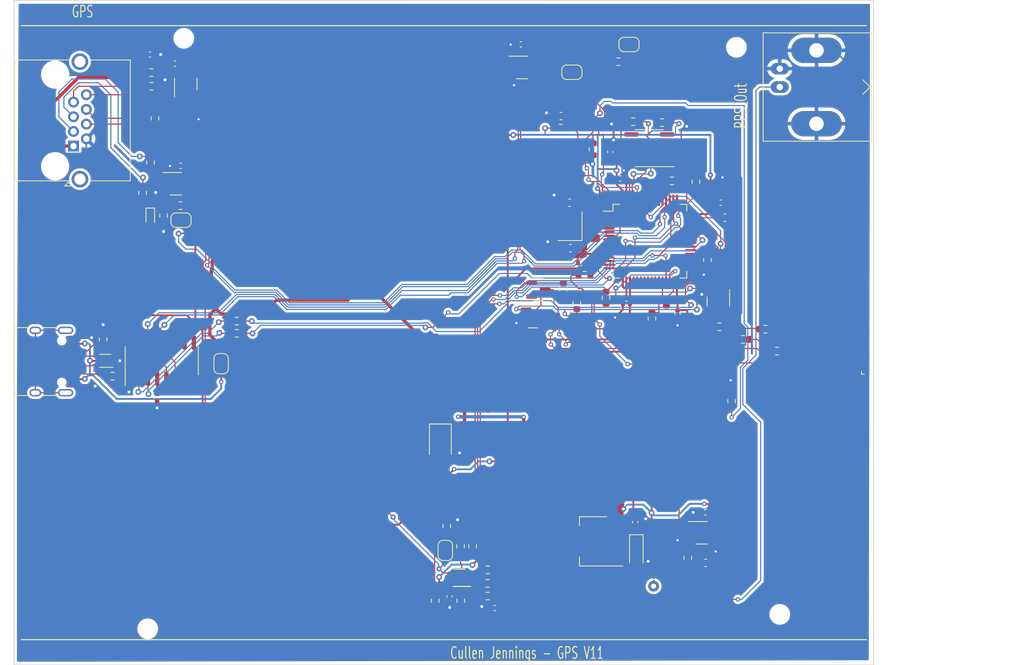
<source format=kicad_pcb>
(kicad_pcb (version 20221018) (generator pcbnew)
  (title_block (title "GPS") (date "2024-02-25") (rev "V11") (company "Cullen Jennings"))
  (layers (0 "F.Cu" signal) (31 "B.Cu" power) (34 "B.Paste" user) (35 "F.Paste" user) (36 "B.SilkS" user "B.Silkscreen") (37 "F.SilkS" user "F.Silkscreen") (38 "B.Mask" user) (39 "F.Mask" user) (44 "Edge.Cuts" user))
  (net 0 "")
  (net 1 "+3.3V")
  (net 2 "Net-(JP2-A)")
  (net 3 "/AUX_SYNC_IN")
  (net 4 "/SYNC_IN")
  (net 5 "/HSE_OUT")
  (net 6 "/HSE_IN")
  (net 7 "/OSC_ADJ")
  (net 8 "Net-(U8-+)")
  (net 9 "PPS_OUT")
  (net 10 "/LED3")
  (net 11 "/AUD_OUT")
  (net 12 "Net-(U10-VCAP_1)")
  (net 13 "Net-(U10-VCAP_2)")
  (net 14 "/BOOT1")
  (net 15 "/NROW5")
  (net 16 "/LEDMR")
  (net 17 "Net-(Q1-D)")
  (net 18 "/LEDMG")
  (net 19 "/LEDMB")
  (net 20 "GND")
  (net 21 "Net-(D4-K)")
  (net 22 "/GPS_RX1H")
  (net 23 "/NCOL10")
  (net 24 "/NROW1")
  (net 25 "/NROW2")
  (net 26 "/NROW3")
  (net 27 "/NROW4")
  (net 28 "/LED4")
  (net 29 "/LED1")
  (net 30 "/LED2")
  (net 31 "/SWDIO")
  (net 32 "/SWDCLK")
  (net 33 "/LED7")
  (net 34 "/LED8")
  (net 35 "/USB_RX")
  (net 36 "/USB_TX")
  (net 37 "/SCL")
  (net 38 "/AUD_IN")
  (net 39 "/LED9")
  (net 40 "/LED10")
  (net 41 "/DB3")
  (net 42 "/SDA")
  (net 43 "/NRST")
  (net 44 "/BOOT0")
  (net 45 "Net-(J10-In)")
  (net 46 "VBUS")
  (net 47 "+5V")
  (net 48 "/GPS_RX1")
  (net 49 "/GPS_TX1")
  (net 50 "/GPS_RX2H")
  (net 51 "GPS_PPS")
  (net 52 "/NCOL8")
  (net 53 "Net-(R4-Pad1)")
  (net 54 "/GPS_EN")
  (net 55 "Net-(U8-LE{slash}HYS)")
  (net 56 "Net-(R25-Pad2)")
  (net 58 "/AUX_CLK")
  (net 59 "/NCOL7")
  (net 60 "Net-(U8-OUT)")
  (net 61 "/NCOL6")
  (net 62 "/NCOL5")
  (net 63 "/NCOL4")
  (net 64 "/NCOL3")
  (net 65 "/BTN1")
  (net 66 "AUX_GPS_PPS")
  (net 67 "/NCOL2")
  (net 68 "Net-(Q9-D)")
  (net 69 "Net-(Q10-D)")
  (net 70 "/GPS_TX1H")
  (net 71 "/GPS_TX2H")
  (net 72 "/GPS_EXT_PPS")
  (net 73 "/NCOL1")
  (net 74 "/NCOL9")
  (net 75 "Net-(J4-CC1)")
  (net 76 "Net-(J4-D+-PadA6)")
  (net 77 "Net-(J4-D--PadA7)")
  (net 79 "Net-(J4-CC2)")
  (net 81 "unconnected-(J4-SHIELD-PadS1)")
  (net 82 "Net-(U14-UD+)")
  (net 83 "Net-(U14-UD-)")
  (net 90 "/USB_DTR")
  (net 91 "/USB_RTS")
  (net 94 "Net-(R41-Pad1)")
  (net 95 "Net-(JP3-A)")
  (net 96 "Net-(R48-Pad1)")
  (net 97 "Net-(U14-TXD)")
  (net 98 "/MON_PPS")
  (net 99 "Net-(U14-RXD)")
  (net 100 "/CLK")
  (net 101 "/AUX_MON_PPS")
  (net 102 "Net-(D5-BK)")
  (net 103 "Net-(D5-GK)")
  (net 104 "Net-(D5-RK)")
  (net 105 "Net-(R52-Pad2)")
  (net 108 "Net-(JP7-A)")
  (footprint "Capacitor_SMD:C_0402_1005Metric" (layer "F.Cu") (at 161.523736 122.127545 180)
    (fp_text reference "C48" hide)
    (fp_text value "100n")
  )
  (footprint "Resistor_SMD:R_0603_1608Metric" (layer "F.Cu") (at 160.546684 118.708884)
    (fp_text reference "R25" hide)
    (fp_text value "270R")
  )
  (footprint "Resistor_SMD:R_0603_1608Metric" (layer "F.Cu") (at 199.015149 83.524351)
    (fp_text reference "R70" hide)
    (fp_text value "150R")
  )
  (footprint "Capacitor_SMD:C_0603_1608Metric" (layer "F.Cu") (at 172.029623 72.30405 180)
    (fp_text reference "C29" hide)
    (fp_text value "33p" hide)
  )
  (footprint "Capacitor_SMD:C_0402_1005Metric" (layer "F.Cu") (at 173.526407 74.366391 180)
    (fp_text reference "C30" hide)
    (fp_text value "100n")
  )
  (footprint "Resistor_SMD:R_0603_1608Metric" (layer "F.Cu") (at 113.884858 60.453969 -90)
    (fp_text reference "R1" hide)
    (fp_text value "100R")
  )
  (footprint "Resistor_SMD:R_0603_1608Metric" (layer "F.Cu") (at 184.687901 54.922735 180)
    (fp_text reference "R58" hide)
    (fp_text value "1K5")
  )
  (footprint "Diode_SMD:D_SOD-523" (layer "F.Cu") (at 113.85529 68.013075 -90)
    (fp_text reference "D4" hide)
    (fp_text value "SDM20U30-7")
  )
  (footprint "Package_TO_SOT_SMD:SOT-23-5" (layer "F.Cu") (at 190.173731 111.703881)
    (fp_text reference "U2" hide)
    (fp_text value "SN74LVC1G14DBV" hide)
  )
  (footprint "Resistor_SMD:R_0603_1608Metric" (layer "F.Cu") (at 188.277851 115.16946 -90)
    (fp_text reference "R4" hide)
    (fp_text value "200R")
  )
  (footprint "Package_TO_SOT_SMD:SOT-23-5" (layer "F.Cu") (at 165.311956 47.288199)
    (fp_text reference "U21" hide)
    (fp_text value "SN74LVC1G14DBV")
  )
  (footprint "Capacitor_SMD:C_0603_1608Metric" (layer "F.Cu") (at 190.727851 115.86946 180)
    (fp_text reference "C4" hide)
    (fp_text value "47p")
  )
  (footprint "Crystal:Crystal_SMD_3225-4Pin_3.2x2.5mm" (layer "F.Cu") (at 171.976566 69.249152 90)
    (fp_text reference "Y2" hide)
    (fp_text value "16MHz " hide)
  )
  (footprint "Resistor_SMD:R_0603_1608Metric" (layer "F.Cu") (at 173.964405 76.045728 180)
    (fp_text reference "R2" hide)
    (fp_text value "1K0")
  )
  (footprint "Package_TO_SOT_SMD:SOT-666" (layer "F.Cu") (at 107.625 87.9 180)
    (fp_text reference "U15" hide)
    (fp_text value "USBLC6-2P6")
  )
  (footprint "Resistor_SMD:R_0603_1608Metric" (layer "F.Cu") (at 172.904863 79.905196 90)
    (fp_text reference "R78" hide)
    (fp_text value "47K")
  )
  (footprint "Resistor_SMD:R_0603_1608Metric" (layer "F.Cu") (at 154.9 110.7875 90)
    (fp_text reference "R50" hide)
    (fp_text value "10K")
  )
  (footprint "Capacitor_Tantalum_SMD:CP_EIA-3216-18_Kemet-A" (layer "F.Cu") (at 181.147163 114.287576 -90)
    (fp_text reference "C41" hide)
    (fp_text value "10u")
  )
  (footprint "Resistor_SMD:R_0603_1608Metric" (layer "F.Cu") (at 158.479459 113.570015 90)
    (fp_text reference "R61" hide)
    (fp_text value "1K0")
  )
  (footprint "Capacitor_SMD:C_0402_1005Metric" (layer "F.Cu") (at 179.765254 80.00703 180)
    (fp_text reference "C32" hide)
    (fp_text value "100n")
  )
  (footprint "Capacitor_Tantalum_SMD:CP_EIA-3528-21_Kemet-B" (layer "F.Cu") (at 154.012691 99.107859 -90)
    (fp_text reference "C42" hide)
    (fp_text value "33u")
  )
  (footprint "Connector_RJ:RJ45_Amphenol_RJHSE5380" (layer "F.Cu") (at 103.226294 58.178459 90)
    (fp_text reference "J1" hide)
    (fp_text value "RJ45" hide)
  )
  (footprint "Capacitor_SMD:C_0603_1608Metric" (layer "F.Cu") (at 193.408514 68.08797 180)
    (fp_text reference "C40" hide)
    (fp_text value "2u2")
  )
  (footprint "Capacitor_SMD:C_0402_1005Metric" (layer "F.Cu") (at 165.151252 44.092626 180)
    (fp_text reference "C58" hide)
    (fp_text value "100n")
  )
  (footprint "Capacitor_SMD:C_0402_1005Metric" (layer "F.Cu") (at 117.27927 46.763473 180)
    (fp_text reference "C56" hide)
    (fp_text value "100n")
  )
  (footprint "TestPoint:TestPoint_THTPad_D1.5mm_Drill0.7mm" (layer "F.Cu") (at 183.531248 119.097964)
    (fp_text reference "TP7" hide)
    (fp_text value "~")
  )
  (footprint "Package_TO_SOT_SMD:SOT-223-3_TabPin2" (layer "F.Cu") (at 175.18485 112.892386 180)
    (fp_text reference "U11" hide)
    (fp_text value "AMS1117-3.3" hide)
  )
  (footprint "Capacitor_SMD:C_0402_1005Metric" (layer "F.Cu") (at 180.987179 110.226329 -90)
    (fp_text reference "C39" hide)
    (fp_text value "100n")
  )
  (footprint "Package_TO_SOT_SMD:SOT-23" (layer "F.Cu") (at 192.5 79.7 -90)
    (fp_text reference "Q1" hide)
    (fp_text value "2N7002")
  )
  (footprint "Resistor_SMD:R_0603_1608Metric" (layer "F.Cu") (at 114 48 180)
    (fp_text reference "R33" hide)
    (fp_text value "4K7")
  )
  (footprint "Resistor_SMD:R_0603_1608Metric" (layer "F.Cu") (at 156.8 113.574903 -90)
    (fp_text reference "R60" hide)
    (fp_text value "1K0")
  )
  (footprint "MountingHole:MountingHole_2.2mm_M2" (layer "F.Cu") (at 113.5 125)
    (fp_text reference "H3" hide)
    (fp_text value "MountingHole")
  )
  (footprint "Resistor_SMD:R_0603_1608Metric" (layer "F.Cu") (at 171.046769 77.984874 -90)
    (fp_text reference "R77" hide)
    (fp_text value "47K")
  )
  (footprint "Connector_USB:USB_C_Receptacle_HRO_TYPE-C-31-M-12" (layer "F.Cu") (at 99 88 -90)
    (fp_text reference "J4" hide)
    (fp_text value "USB_C_Receptacle")
  )
  (footprint "Resistor_SMD:R_0603_1608Metric" (layer "F.Cu") (at 200.623511 86.555411 180)
    (fp_text reference "R74" hide)
    (fp_text value "47R")
  )
  (footprint "Capacitor_SMD:C_0402_1005Metric" (layer "F.Cu") (at 177.531099 58.97375 -90)
    (fp_text reference "C47" hide)
    (fp_text value "100n")
  )
  (footprint "Resistor_SMD:R_0603_1608Metric" (layer "F.Cu") (at 170.679967 55.681887)
    (fp_text reference "R27" hide)
    (fp_text value "47K" hide)
  )
  (footprint "Jumper:SolderJumper-2_P1.3mm_Bridged2Bar_RoundedPad1.0x1.5mm" (layer "F.Cu") (at 118.113364 68.43045)
    (fp_text reference "JP7" hide)
    (fp_text value "SolderJumper_2_Bridged")
  )
  (footprint "Resistor_SMD:R_0603_1608Metric" (layer "F.Cu") (at 160.591774 116.845175 180)
    (fp_text reference "R22" hide)
    (fp_text value "1K0")
  )
  (footprint "Resistor_SMD:R_0603_1608Metric" (layer "F.Cu") (at 115.695193 67.784278 90)
    (fp_text reference "R36" hide)
    (fp_text value "4K7")
  )
  (footprint "Capacitor_SMD:C_0402_1005Metric" (layer "F.Cu") (at 118.061207 60.905621 180)
    (fp_text reference "C57" hide)
    (fp_text value "100n")
  )
  (footprint "Jumper:SolderJumper-2_P1.3mm_Bridged2Bar_RoundedPad1.0x1.5mm" (layer "F.Cu") (at 180.131153 44.112745)
    (fp_text reference "JP2" hide)
    (fp_text value "SolderJumper_2_Bridged")
  )
  (footprint "Package_SO:SOIC-8_3.9x4.9mm_P1.27mm" (layer "F.Cu") (at 182.924657 58.463107 180)
    (fp_text reference "U13" hide)
    (fp_text value "M24C02-RMN")
  )
  (footprint "Package_QFP:LQFP-64_10x10mm_P0.5mm" (layer "F.Cu") (at 183.015261 71.341385)
    (fp_text reference "U10" hide)
    (fp_text value "STM32F405RGTx" hide)
  )
  (footprint "blinky_footprints:LED_RGB_MHS110FRGBCT" (layer "F.Cu") (at 213.5 87.8 90)
    (fp_text reference "D5" hide)
    (fp_text value "LED_ABGR")
  )
  (footprint "Resistor_SMD:R_0603_1608Metric" (layer "F.Cu") (at 176.945154 79.157954 -90)
    (fp_text reference "R54" hide)
    (fp_text value "1K0")
  )
  (footprint "Capacitor_SMD:C_0402_1005Metric" (layer "F.Cu") (at 178.918971 62.656294)
    (fp_text reference "C31" hide)
    (fp_text value "100n")
  )
  (footprint "Resistor_SMD:R_0603_1608Metric" (layer "F.Cu") (at 112.789975 64.641055 90)
    (fp_text reference "R35" hide)
    (fp_text value "3K3")
  )
  (footprint "Resistor_SMD:R_0603_1608Metric" (layer "F.Cu") (at 190.986458 73.948632 -90)
    (fp_text reference "R5" hide)
    (fp_text value "1K0")
  )
  (footprint "Resistor_SMD:R_0603_1608Metric" (layer "F.Cu") (at 195.904016 84.938502)
    (fp_text reference "R73" hide)
    (fp_text value "47R")
  )
  (footprint "Resistor_SMD:R_0603_1608Metric" (layer "F.Cu") (at 192.634669 83.191653)
    (fp_text reference "R76" hide)
    (fp_text value "47K")
  )
  (footprint "Capacitor_SMD:C_0603_1608Metric" (layer "F.Cu") (at 171.898597 66.011953)
    (fp_text reference "C28" hide)
    (fp_text value "33p" hide)
  )
  (footprint "MountingHole:MountingHole_2.2mm_M2" (layer "F.Cu") (at 118.5 43.25)
    (fp_text reference "H1" hide)
    (fp_text value "MountingHole")
  )
  (footprint "Package_TO_SOT_SMD:SOT-23" (layer "F.Cu") (at 166.825 81.775)
    (fp_text reference "Q10" hide)
    (fp_text value "2N7002")
  )
  (footprint "Jumper:SolderJumper-2_P1.3mm_Bridged2Bar_RoundedPad1.0x1.5mm" (layer "F.Cu") (at 172.214224 47.95314)
    (fp_text reference "JP1" hide)
    (fp_text value "SolderJumper_2_Bridged")
  )
  (footprint "blinky_footprints:SC70_DCK_TEX" (layer "F.Cu") (at 156.618042 117.926602 180)
    (fp_text reference "U8" hide)
    (fp_text value "TLV3603DCKR")
  )
  (footprint "Resistor_SMD:R_0603_1608Metric" (layer "F.Cu") (at 180.712605 54.793116 180)
    (fp_text reference "R59" hide)
    (fp_text value "1K5")
  )
  (footprint "Resistor_SMD:R_0603_1608Metric" (layer "F.Cu") (at 118.022422 66.408649)
    (fp_text reference "R52" hide)
    (fp_text value "1K0")
  )
  (footprint "Capacitor_SMD:C_0603_1608Metric" (layer "F.Cu") (at 185.306869 80.975492 90)
    (fp_text reference "C35" hide)
    (fp_text value "2u2")
  )
  (footprint "Capacitor_SMD:C_0402_1005Metric" (layer "F.Cu") (at 190.718175 108.87699 180)
    (fp_text reference "C11" hide)
    (fp_text value "100n" hide)
  )
  (footprint "Package_TO_SOT_SMD:SOT-23-5" (layer "F.Cu") (at 118.768639 49.578717 90)
    (fp_text reference "U19" hide)
    (fp_text value "SN74LVC1G14DBV" hide)
  )
  (footprint "Capacitor_SMD:C_0402_1005Metric" (layer "F.Cu") (at 155.288755 120.528871 -90)
    (fp_text reference "C45" hide)
    (fp_text value "100n")
  )
  (footprint "Package_TO_SOT_SMD:SOT-23-5" (layer "F.Cu") (at 117.410462 63.392636)
    (fp_text reference "U20" hide)
    (fp_text value "SN74LVC1G14DBV" hide)
  )
  (footprint "Resistor_SMD:R_0603_1608Metric" (layer "F.Cu") (at 108.627889 90.01764 180)
    (fp_text reference "R37" hide)
    (fp_text value "5K1")
  )
  (footprint "Resistor_SMD:R_0603_1608Metric" (layer "F.Cu") (at 114.025 49.9 180)
    (fp_text reference "R34" hide)
    (fp_text value "4K7")
  )
  (footprint "Resistor_SMD:R_0603_1608Metric" (layer "F.Cu") (at 186.075284 62.996632)
    (fp_text reference "R3" hide)
    (fp_text value "1K0")
  )
  (footprint "blinky_footprints:BNC_Amphenol_B6252HB-NPP3G-50_Horizontal-CJ" (layer "F.Cu") (at 203.5 50 -90)
    (fp_text reference "J10" hide)
    (fp_text value "KH-BNC50-3511")
  )
  (footprint "Jumper:SolderJumper-2_P1.3mm_Bridged2Bar_RoundedPad1.0x1.5mm" (layer "F.Cu") (at 123.661129 88.297248 90)
    (fp_text reference "JP4" hide)
    (fp_text value "SolderJumper_2_Bridged")
  )
  (footprint "Resistor_SMD:R_0603_1608Metric" (layer "F.Cu") (at 189.396305 63.093261 -90)
    (fp_text reference "R62" hide)
    (fp_text value "1K0")
  )
  (footprint "Resistor_SMD:R_0603_1608Metric" (layer "F.Cu") (at 175.146386 58.603834 -90)
    (fp_text reference "R28" hide)
    (fp_text value "47K" hide)
  )
  (footprint "Resistor_SMD:R_0603_1608Metric" (layer "F.Cu") (at 160.561714 120.467384 180)
    (fp_text reference "R26" hide)
    (fp_text value "22R0")
  )
  (footprint "MountingHole:MountingHole_2.2mm_M2" (layer "F.Cu") (at 195 44.5)
    (fp_text reference "H2" hide)
    (fp_text value "MountingHole")
  )
  (footprint "Capacitor_SMD:C_0603_1608Metric" (layer "F.Cu") (at 170.714945 54.016308 180)
    (fp_text reference "C27" hide)
    (fp_text value "100n" hide)
  )
  (footprint "Resistor_SMD:R_0603_1608Metric" (layer "F.Cu") (at 156.840157 121.115759 -90)
    (fp_text reference "R21" hide)
    (fp_text value "130K")
  )
  (footprint "Resistor_SMD:R_0603_1608Metric" (layer "F.Cu") (at 183.306125 82.05023 90)
    (fp_text reference "R32" hide)
    (fp_text value "4K7")
  )
  (footprint "Package_SO:SOIC-16_3.9x9.9mm_P1.27mm" (layer "F.Cu") (at 115.445 87.875 90)
    (fp_text reference "U14" hide)
    (fp_text value "CH340C")
  )
  (footprint "Capacitor_SMD:C_0402_1005Metric" (layer "F.Cu") (at 114.8 92.98 -90)
    (fp_text reference "C50" hide)
    (fp_text value "100n")
  )
  (footprint "Capacitor_SMD:C_0402_1005Metric" (layer "F.Cu") (at 113.8 45.5)
    (fp_text reference "C1" hide)
    (fp_text value "100n" hide)
  )
  (footprint "Resistor_SMD:R_0603_1608Metric" (layer "F.Cu") (at 178.666828 46.487348)
    (fp_text reference "R41" hide)
    (fp_text value "1K0")
  )
  (footprint "Capacitor_SMD:C_0402_1005Metric" (layer "F.Cu") (at 186.844757 81.396838 -90)
    (fp_text reference "C36" hide)
    (fp_text value "100n")
  )
  (footprint "Resistor_SMD:R_0603_1608Metric" (layer "F.Cu") (at 107.325 84.925 -90)
    (fp_text reference "R38" hide)
    (fp_text value "5K1")
  )
  (footprint "Resistor_SMD:R_0603_1608Metric" (layer "F.Cu") (at 153.3 121.125 -90)
    (fp_text reference "R57" hide)
    (fp_text value "1K0")
  )
  (footprint "Capacitor_SMD:C_0402_1005Metric" (layer "F.Cu") (at 192.813045 65.999424)
    (fp_text reference "C38" hide)
    (fp_text value "100n")
  )
  (footprint "Package_TO_SOT_SMD:SOT-23" (layer "F.Cu") (at 167.578346 78.04956)
    (fp_text reference "Q9" hide)
    (fp_text value "2N7002")
  )
  (footprint "Jumper:SolderJumper-2_P1.3mm_Bridged2Bar_RoundedPad1.0x1.5mm" (layer "F.Cu") (at 154.7 114.15 -90)
    (fp_text reference "JP3" hide)
    (fp_text value "SolderJumper_2_Bridged")
  )
  (footprint "Resistor_SMD:R_0603_1608Metric" (layer "F.Cu") (at 114.507746 54.338892 -90)
    (fp_text reference "R48" hide)
    (fp_text value "270R" hide)
  )
  (footprint "Resistor_SMD:R_0603_1608Metric" (layer "F.Cu") (at 125.825 84.1 180)
    (fp_text reference "R55" hide)
    (fp_text value "1K0")
  )
  (footprint "Resistor_SMD:R_0603_1608Metric" (layer "F.Cu") (at 125.825 82.4)
    (fp_text reference "R51" hide)
    (fp_text value "1K0")
  )
  (footprint "Resistor_SMD:R_0603_1608Metric" (layer "F.Cu") (at 194.336623 93.485794 90)
    (fp_text reference "R6" hide)
    (fp_text value "1K0")
  )
  (footprint "MountingHole:MountingHole_2.2mm_M2" (layer "F.Cu") (at 201 123)
    (fp_text reference "H4" hide)
    (fp_text value "MountingHole")
  )
  (gr_line (start 96 41.5) (end 213 41.5) (stroke (width 0.15)) (layer "F.SilkS"))
  (gr_line (start 96 126.5) (end 213 126.5) (stroke (width 0.15)) (layer "F.SilkS"))
  (gr_line (start 214 130) (end 95 130) (stroke (width 0.1)) (layer "Edge.Cuts"))
  (gr_line (start 95 38) (end 214 38) (stroke (width 0.1)) (layer "Edge.Cuts"))
  (gr_line (start 214 38) (end 214 130) (stroke (width 0.1)) (layer "Edge.Cuts"))
  (gr_line (start 95 38) (end 95 130) (stroke (width 0.1)) (layer "Edge.Cuts"))
  (gr_text "Cullen Jennings - GPS V11\n" (at 155.280231 129.271842) (layer "F.SilkS") (effects (font (size 1.6 1)) (justify left bottom)))
  (gr_text "PPS_Out" (at 196.549608 55.844317 90) (layer "F.SilkS") (effects (font (size 1.6 1)) (justify left bottom)))
  (gr_text "GPS" (at 102.908521 40.507624) (layer "F.SilkS") (effects (font (size 1.6 1)) (justify left bottom)))
  (segment (start 187.843119 87.726124) (end 186.751138 86.634143) (width 0.25) (layer "F.Cu") (net 1))
  (segment (start 162.877629 101.8245) (end 163.336779 101.36535) (width 0.25) (layer "F.Cu") (net 1))
  (segment (start 174.006407 74.366391) (end 174.686493 74.366391) (width 0.25) (layer "F.Cu") (net 1))
  (segment (start 163.336779 76.388536) (end 163.336779 56.615486) (width 0.25) (layer "F.Cu") (net 1))
  (segment (start 163.538051 44.946469) (end 165.702297 44.946469) (width 0.25) (layer "F.Cu") (net 1))
  (segment (start 193.92592 88.195505) (end 208.409102 88.195505) (width 0.15) (layer "F.Cu") (net 1))
  (segment (start 190.539223 107.702087) (end 191.033983 107.702087) (width 0.25) (layer "F.Cu") (net 1))
  (segment (start 166.449456 45.486896) (end 166.449456 46.338199) (width 0.25) (layer "F.Cu") (net 1))
  (segment (start 178.107289 59.45375) (end 177.531099 59.45375) (width 0.25) (layer "F.Cu") (net 1))
  (segment (start 178.33485 112.892386) (end 181.101973 112.892386) (width 0.25) (layer "F.Cu") (net 1))
  (segment (start 121.321958 94.593028) (end 121.1 94.37107) (width 0.25) (layer "F.Cu") (net 1))
  (segment (start 191.440403 67.127409) (end 191.429598 67.116604) (width 0.25) (layer "F.Cu") (net 1))
  (segment (start 187.615833 83.191653) (end 191.809669 83.191653) (width 0.15) (layer "F.Cu") (net 1))
  (segment (start 165.889287 75.098319) (end 174.337518 75.098319) (width 0.25) (layer "F.Cu") (net 1))
  (segment (start 181.355868 104.579774) (end 176.490193 104.579774) (width 0.25) (layer "F.Cu") (net 1))
  (segment (start 160 115.405631) (end 161.416774 115.405631) (width 0.25) (layer "F.Cu") (net 1))
  (segment (start 164.187423 76.513603) (end 164.08417 76.41035) (width 0.25) (layer "F.Cu") (net 1))
  (segment (start 191.033983 107.702087) (end 191.198175 107.866279) (width 0.25) (layer "F.Cu") (net 1))
  (segment (start 191.198175 107.866279) (end 191.198175 108.87699) (width 0.25) (layer "F.Cu") (net 1))
  (segment (start 155.272235 120.065391) (end 154.865391 120.065391) (width 0.25) (layer "F.Cu") (net 1))
  (segment (start 155.917884 102.915999) (end 148.244619 110.589264) (width 0.25) (layer "F.Cu") (net 1))
  (segment (start 163.336779 84.899228) (end 163.336779 76.388536) (width 0.25) (layer "F.Cu") (net 1))
  (segment (start 191.44315 65.999424) (end 191.429598 65.985872) (width 0.25) (layer "F.Cu") (net 1))
  (segment (start 177.340261 73.591385) (end 174.698387 73.591385) (width 0.25) (layer "F.Cu") (net 1))
  (segment (start 178.438971 62.656294) (end 178.438971 63.526484) (width 0.25) (layer "F.Cu") (net 1))
  (segment (start 181.537605 54.793116) (end 182.524134 54.793116) (width 0.15) (layer "F.Cu") (net 1))
  (segment (start 155.494092 118.576601) (end 153.853876 118.576601) (width 0.25) (layer "F.Cu") (net 1))
  (segment (start 119.816999 82.482686) (end 118.934314 81.6) (width 0.25) (layer "F.Cu") (net 1))
  (segment (start 186.87952 54.922735) (end 185.512901 54.922735) (width 0.15) (layer "F.Cu") (net 1))
  (segment (start 191.398543 62.17941) (end 191.429598 62.210465) (width 0.25) (layer "F.Cu") (net 1))
  (segment (start 174.686493 74.366391) (end 174.698387 74.378285) (width 0.25) (layer "F.Cu") (net 1))
  (segment (start 175.791979 64.050882) (end 176.080569 64.339472) (width 0.25) (layer "F.Cu") (net 1))
  (segment (start 188.690261 67.591385) (end 190.976427 67.591385) (width 0.25) (layer "F.Cu") (net 1))
  (segment (start 180.265261 77.016385) (end 180.265261 79.232063) (width 0.25) (layer "F.Cu") (net 1))
  (segment (start 193.92592 88.195505) (end 193.456539 87.726124) (width 0.15) (layer "F.Cu") (net 1))
  (segment (start 188.206847 82.582768) (end 188.206847 80.879475) (width 0.25) (layer "F.Cu") (net 1))
  (segment (start 188.206847 80.879475) (end 186.88212 80.879475) (width 0.25) (layer "F.Cu") (net 1))
  (segment (start 180.245254 80.00703) (end 180.245254 83.671759) (width 0.25) (layer "F.Cu") (net 1))
  (segment (start 121.1 92.6) (end 121.1 83.765686) (width 0.25) (layer "F.Cu") (net 1))
  (segment (start 111 82.71117) (end 111 85.4) (width 0.25) (layer "F.Cu") (net 1))
  (segment (start 187.124352 83.665263) (end 187.510692 83.278922) (width 0.25) (layer "F.Cu") (net 1))
  (segment (start 160.799002 101.8245) (end 162.877629 101.8245) (width 0.25) (layer "F.Cu") (net 1))
  (segment (start 163.359934 56.638641) (end 163.336779 56.615486) (width 0.25) (layer "F.Cu") (net 1))
  (segment (start 120.1 62.493407) (end 120.1 82.199685) (width 0.25) (layer "F.Cu") (net 1))
  (segment (start 114.8 92.5) (end 121 92.5) (width 0.25) (layer "F.Cu") (net 1))
  (segment (start 180.245254 83.671759) (end 180.196215 83.720798) (width 0.25) (layer "F.Cu") (net 1))
  (segment (start 178.415626 60.30369) (end 178.415626 61.557487) (width 0.25) (layer "F.Cu") (net 1))
  (segment (start 164.107089 56.638641) (end 163.359934 56.638641) (width 0.25) (layer "F.Cu") (net 1))
  (segment (start 164.474003 76.513603) (end 165.889287 75.098319) (width 0.25) (layer "F.Cu") (net 1))
  (segment (start 165.702297 44.946469) (end 165.702297 44.163671) (width 0.25) (layer "F.Cu") (net 1))
  (segment (start 120.1 62.493407) (end 118.598733 62.493407) (width 0.25) (layer "F.Cu") (net 1))
  (segment (start 187.615833 83.191653) (end 187.606897 83.182717) (width 0.15) (layer "F.Cu") (net 1))
  (segment (start 209.498273 89.284677) (end 212.807393 89.284677) (width 0.15) (layer "F.Cu") (net 1))
  (segment (start 112.11117 81.6) (end 111 82.71117) (width 0.25) (layer "F.Cu") (net 1))
  (segment (start 162.974752 53.607992) (end 163.336779 53.970019) (width 0.25) (layer "F.Cu") (net 1))
  (segment (start 159.230303 115.405631) (end 160 115.405631) (width 0.25) (layer "F.Cu") (net 1))
  (segment (start 182.524134 54.793116) (end 182.808205 55.077187) (width 0.15) (layer "F.Cu") (net 1))
  (segment (start 191.311231 109.606884) (end 191.198175 109.493828) (width 0.25) (layer "F.Cu") (net 1))
  (segment (start 163.336779 93.001511) (end 163.336779 86.614322) (width 0.25) (layer "F.Cu") (net 1))
  (segment (start 163.38045 84.942899) (end 163.336779 84.899228) (width 0.25) (layer "F.Cu") (net 1))
  (segment (start 118.934314 81.6) (end 112.11117 81.6) (width 0.25) (layer "F.Cu") (net 1))
  (segment (start 183.258896 106.482802) (end 181.355868 104.579774) (width 0.25) (layer "F.Cu") (net 1))
  (segment (start 119.816999 82.482686) (end 121.1 83.765686) (width 0.25) (layer "F.Cu") (net 1))
  (segment (start 153.851077 119.051077) (end 153.851077 118.573802) (width 0.25) (layer "F.Cu") (net 1))
  (segment (start 180.245254 79.25207) (end 180.265261 79.232063) (width 0.25) (layer "F.Cu") (net 1))
  (segment (start 163.336779 76.388536) (end 164.062356 76.388536) (width 0.25) (layer "F.Cu") (net 1))
  (segment (start 178.438971 63.526484) (end 179.275718 64.363231) (width 0.25) (layer "F.Cu") (net 1))
  (segment (start 180.245254 80.00703) (end 180.245254 79.25207) (width 0.25) (layer "F.Cu") (net 1))
  (segment (start 193.456539 87.726124) (end 187.843119 87.726124) (width 0.25) (layer "F.Cu") (net 1))
  (segment (start 183.258896 108.947033) (end 183.258896 112.268814) (width 0.25) (layer "F.Cu") (net 1))
  (segment (start 172.03485 112.892386) (end 178.33485 112.892386) (width 0.25) (layer "F.Cu") (net 1))
  (segment (start 178.415626 60.30369) (end 178.415626 59.762087) (width 0.25) (layer "F.Cu") (net 1))
  (segment (start 162.974752 45.509768) (end 163.538051 44.946469) (width 0.25) (layer "F.Cu") (net 1))
  (segment (start 190.976427 67.591385) (end 191.440403 67.127409) (width 0.25) (layer "F.Cu") (net 1))
  (segment (start 164.91193 93.001511) (end 163.336779 93.001511) (width 0.25) (layer "F.Cu") (net 1))
  (segment (start 164.062356 76.388536) (end 164.08417 76.41035) (width 0.25) (layer "F.Cu") (net 1))
  (segment (start 164.474003 76.513603) (end 164.187423 76.513603) (width 0.25) (layer "F.Cu") (net 1))
  (segment (start 163.3566 86.634143) (end 163.336779 86.614322) (width 0.25) (layer "F.Cu") (net 1))
  (segment (start 154.865391 120.065391) (end 153.851077 119.051077) (width 0.25) (layer "F.Cu") (net 1))
  (segment (start 191.429598 62.210465) (end 191.429598 65.985872) (width 0.25) (layer "F.Cu") (net 1))
  (segment (start 191.429598 65.985872) (end 191.429598 67.116604) (width 0.25) (layer "F.Cu") (net 1))
  (segment (start 153.851077 118.573802) (end 153.851077 117.828946) (width 0.25) (layer "F.Cu") (net 1))
  (segment (start 163.336779 86.614322) (end 163.336779 84.899228) (width 0.25) (layer "F.Cu") (net 1))
  (segment (start 179.275718 64.363231) (end 179.265261 64.373688) (width 0.25) (layer "F.Cu") (net 1))
  (segment (start 178.415626 59.762087) (end 178.107289 59.45375) (width 0.25) (layer "F.Cu") (net 1))
  (segment (start 166.493407 45.442945) (end 166.449456 45.486896) (width 0.25) (layer "F.Cu") (net 1))
  (segment (start 182.583516 112.944194) (end 182.764729 112.762981) (width 0.25) (layer "F.Cu") (net 1))
  (segment (start 183.258896 108.947033) (end 183.258896 106.482802) (width 0.25) (layer "F.Cu") (net 1))
  (segment (start 181.153781 112.944194) (end 182.583516 112.944194) (width 0.25) (layer "F.Cu") (net 1))
  (segment (start 125.19781 110.589264) (end 125.152032 110.635042) (width 0.25) (layer "F.Cu") (net 1))
  (segment (start 176.080569 67.567408) (end 176.104546 67.591385) (width 0.25) (layer "F.Cu") (net 1))
  (segment (start 163.336779 106.762668) (end 160 110.099447) (width 0.25) (layer "F.Cu") (net 1))
  (segment (start 180.196215 83.720798) (end 178.974114 84.942899) (width 0.25) (layer "F.Cu") (net 1))
  (segment (start 183.558758 118.45292) (end 183.558758 113.55701) (width 0.15) (layer "F.Cu") (net 1))
  (segment (start 176.080569 64.339472) (end 176.080569 67.567408) (width 0.25) (layer "F.Cu") (net 1))
  (segment (start 158.466846 116.169088) (end 159.230303 115.405631) (width 0.25) (layer "F.Cu") (net 1))
  (segment (start 165.996931 44.946469) (end 166.493407 45.442945) (width 0.25) (layer "F.Cu") (net 1))
  (segment (start 163.336779 101.36535) (end 163.336779 106.762668) (width 0.25) (layer "F.Cu") (net 1))
  (segment (start 186.844757 79.250895) (end 186.844757 80.621838) (width 0.25) (layer "F.Cu") (net 1))
  (segment (start 192.333045 65.999424) (end 191.44315 65.999424) (width 0.25) (layer "F.Cu") (net 1))
  (segment (start 120.1 82.199685) (end 119.816999 82.482686) (width 0.25) (layer "F.Cu") (net 1))
  (segment (start 162.974752 53.607992) (end 162.974752 45.509768) (width 0.25) (layer "F.Cu") (net 1))
  (segment (start 121 92.5) (end 121.1 92.6) (width 0.25) (layer "F.Cu") (net 1))
  (segment (start 174.337518 75.098319) (end 174.686493 74.749344) (width 0.25) (layer "F.Cu") (net 1))
  (segment (start 176.490193 104.579774) (end 164.91193 93.001511) (width 0.25) (layer "F.Cu") (net 1))
  (segment (start 180.196215 83.720798) (end 187.068816 83.720798) (width 0.25) (layer "F.Cu") (net 1))
  (segment (start 161.416774 115.405631) (end 161.416774 116.845175) (width 0.25) (layer "F.Cu") (net 1))
  (segment (start 163.336779 101.36535) (end 163.336779 93.001511) (width 0.25) (layer "F.Cu") (net 1))
  (segment (start 186.765261 79.171399) (end 186.844757 79.250895) (width 0.25) (layer "F.Cu") (net 1))
  (segment (start 114.8 92.5) (end 114.8 90.36) (width 0.25) (layer "F.Cu") (net 1))
  (segment (start 187.033972 55.077187) (end 186.87952 54.922735) (width 0.15) (layer "F.Cu") (net 1))
  (segment (start 176.104546 67.591385) (end 177.340261 67.591385) (width 0.25) (layer "F.Cu") (net 1))
  (segment (start 168.523839 55.681887) (end 168.502988 55.702738) (width 0.15) (layer "F.Cu") (net 1))
  (segment (start 153.853876 118.576601) (end 153.851077 118.573802) (width 0.25) (layer "F.Cu") (net 1))
  (segment (start 174.686493 74.749344) (end 174.686493 74.366391) (width 0.25) (layer "F.Cu") (net 1))
  (segment (start 191.311231 110.753881) (end 191.311231 109.606884) (width 0.25) (layer "F.Cu") (net 1))
  (segment (start 178.415626 61.557487) (end 178.415626 62.632949) (width 0.25) (layer "F.Cu") (net 1))
  (segment (start 163.336779 56.615486) (end 163.336779 53.970019) (width 0.25) (layer "F.Cu") (net 1))
  (segment (start 187.606897 83.182717) (end 188.206847 82.582768) (width 0.25) (layer "F.Cu") (net 1))
  (segment (start 118.547962 62.442636) (end 118.547962 60.912376) (width 0.25) (layer "F.Cu") (net 1))
  (segment (start 165.702297 44.946469) (end 165.996931 44.946469) (width 0.25) (layer "F.Cu") (net 1))
  (segment (start 160 110.099447) (end 160 115.405631) (width 0.25) (layer "F.Cu") (net 1))
  (segment (start 186.765261 77.016385) (end 186.765261 79.171399) (width 0.25) (layer "F.Cu") (net 1))
  (segment (start 178.974114 84.942899) (end 163.38045 84.942899) (width 0.25) (layer "F.Cu") (net 1))
  (segment (start 208.409102 88.195505) (end 209.498273 89.284677) (width 0.15) (layer "F.Cu") (net 1))
  (segment (start 121.321958 106.804968) (end 121.321958 94.593028) (width 0.25) (layer "F.Cu") (net 1))
  (segment (start 125.152032 110.635042) (end 121.321958 106.804968) (width 0.25) (layer "F.Cu") (net 1))
  (segment (start 191.198175 109.493828) (end 191.198175 108.87699) (width 0.25) (layer "F.Cu") (net 1))
  (segment (start 179.265261 64.373688) (end 179.265261 65.666385) (width 0.25) (layer "F.Cu") (net 1))
  (segment (start 121.1 94.37107) (end 121.1 92.6) (width 0.25) (layer "F.Cu") (net 1))
  (segment (start 187.068816 83.720798) (end 187.510692 83.278922) (width 0.25) (layer "F.Cu") (net 1))
  (segment (start 169.854967 55.681887) (end 168.523839 55.681887) (width 0.15) (layer "F.Cu") (net 1))
  (segment (start 182.764729 112.762981) (end 183.258896 112.268814) (width 0.25) (layer "F.Cu") (net 1))
  (segment (start 183.558758 113.55701) (end 182.764729 112.762981) (width 0.15) (layer "F.Cu") (net 1))
  (segment (start 187.510692 83.278922) (end 187.606897 83.182717) (width 0.25) (layer "F.Cu") (net 1))
  (segment (start 186.751138 86.634143) (end 163.3566 86.634143) (width 0.25) (layer "F.Cu") (net 1))
  (segment (start 178.415626 60.30369) (end 180.38524 60.30369) (width 0.25) (layer "F.Cu") (net 1))
  (segment (start 148.244619 110.589264) (end 125.19781 110.589264) (width 0.25) (layer "F.Cu") (net 1))
  (segment (start 174.698387 73.591385) (end 174.698387 74.378285) (width 0.25) (layer "F.Cu") (net 1))
  (via (at 153.851077 117.828946) (size 0.8) (drill 0.4) (layers "F.Cu" "B.Cu") (net 1))
  (via (at 164.107089 56.638641) (size 0.8) (drill 0.4) (layers "F.Cu" "B.Cu") (net 1))
  (via (at 155.917884 102.915999) (size 0.6) (drill 0.3) (layers "F.Cu" "B.Cu") (net 1))
  (via (at 182.808205 55.077187) (size 0.7) (drill 0.3) (layers "F.Cu" "B.Cu") (net 1))
  (via (at 191.398543 62.17941) (size 0.7) (drill 0.3) (layers "F.Cu" "B.Cu") (net 1))
  (via (at 190.539223 107.702087) (size 0.6) (drill 0.3) (layers "F.Cu" "B.Cu") (net 1))
  (via (at 168.502988 55.702738) (size 0.8) (drill 0.4) (layers "F.Cu" "B.Cu") (net 1))
  (via (at 178.415626 61.557487) (size 0.8) (drill 0.4) (layers "F.Cu" "B.Cu") (net 1))
  (via (at 175.791979 64.050882) (size 0.7) (drill 0.3) (layers "F.Cu" "B.Cu") (net 1))
  (via (at 160.799002 101.8245) (size 0.8) (drill 0.4) (layers "F.Cu" "B.Cu") (net 1))
  (via (at 187.033972 55.077187) (size 0.7) (drill 0.3) (layers "F.Cu" "B.Cu") (net 1))
  (via (at 183.258896 108.947033) (size 0.8) (drill 0.4) (layers "F.Cu" "B.Cu") (net 1))
  (via (at 179.339045 108.415792) (size 0.8) (drill 0.4) (layers "F.Cu" "B.Cu") (net 1))
  (via (at 158.466846 116.169088) (size 0.8) (drill 0.4) (layers "F.Cu" "B.Cu") (net 1))
  (segment (start 185.782195 56.622623) (end 186.564282 56.622623) (width 0.25) (layer "B.Cu") (net 1))
  (segment (start 186.564282 55.546877) (end 186.564282 56.622623) (width 0.15) (layer "B.Cu") (net 1))
  (segment (start 191.398543 56.679596) (end 191.34157 56.622623) (width 0.25) (layer "B.Cu") (net 1))
  (segment (start 183.258896 108.947033) (end 182.586597 108.274735) (width 0.25) (layer "B.Cu") (net 1))
  (segment (start 185.771247 56.611675) (end 185.782195 56.622623) (width 0.25) (layer "B.Cu") (net 1))
  (segment (start 182.808205 55.077187) (end 182.808205 56.60239) (width 0.15) (layer "B.Cu") (net 1))
  (segment (start 175.791979 56.611675) (end 182.79892 56.611675) (width 0.25) (layer "B.Cu") (net 1))
  (segment (start 182.808205 56.60239) (end 182.79892 56.611675) (width 0.15) (layer "B.Cu") (net 1))
  (segment (start 179.339045 108.415792) (end 179.339045 108.358232) (width 0.15) (layer "B.Cu") (net 1))
  (segment (start 159.2755 101.8245) (end 160.799002 101.8245) (width 0.25) (layer "B.Cu") (net 1))
  (segment (start 182.79892 56.611675) (end 185.771247 56.611675) (width 0.25) (layer "B.Cu") (net 1))
  (segment (start 187.033972 55.077187) (end 186.564282 55.546877) (width 0.15) (layer "B.Cu") (net 1))
  (segment (start 175.791979 61.33935) (end 175.791979 56.611675) (width 0.25) (layer "B.Cu") (net 1))
  (segment (start 158.40891 116.111152) (end 158.466846 116.169088) (width 0.25) (layer "B.Cu") (net 1))
  (segment (start 182.586597 108.274735) (end 183.610727 109.298865) (width 0.25) (layer "B.Cu") (net 1))
  (segment (start 158.184001 102.915999) (end 159.2755 101.8245) (width 0.25) (layer "B.Cu") (net 1))
  (segment (start 175.791979 64.050882) (end 175.791979 61.33935) (width 0.25) (layer "B.Cu") (net 1))
  (segment (start 178.207359 61.34922) (end 175.801849 61.34922) (width 0.25) (layer "B.Cu") (net 1))
  (segment (start 164.134055 56.611675) (end 168.480703 56.611675) (width 0.25) (layer "B.Cu") (net 1))
  (segment (start 186.564282 56.622623) (end 191.34157 56.622623) (width 0.25) (layer "B.Cu") (net 1))
  (segment (start 182.586597 108.274735) (end 182.118988 107.807125) (width 0.25) (layer "B.Cu") (net 1))
  (segment (start 186.903268 109.298865) (end 188.500046 107.702087) (width 0.25) (layer "B.Cu") (net 1))
  (segment (start 164.107089 56.638641) (end 164.134055 56.611675) (width 0.25) (layer "B.Cu") (net 1))
  (segment (start 179.339045 108.358232) (end 179.890152 107.807125) (width 0.15) (layer "B.Cu") (net 1))
  (segment (start 175.801849 61.34922) (end 175.791979 61.33935) (width 0.25) (layer "B.Cu") (net 1))
  (segment (start 155.917884 102.915999) (end 158.184001 102.915999) (width 0.25) (layer "B.Cu") (net 1))
  (segment (start 153.851077 117.828946) (end 155.568871 116.111152) (width 0.25) (layer "B.Cu") (net 1))
  (segment (start 155.568871 116.111152) (end 158.40891 116.111152) (width 0.25) (layer "B.Cu") (net 1))
  (segment (start 168.502988 55.702738) (end 168.502988 56.58939) (width 0.15) (layer "B.Cu") (net 1))
  (segment (start 183.610727 109.298865) (end 186.903268 109.298865) (width 0.25) (layer "B.Cu") (net 1))
  (segment (start 175.791979 56.611675) (end 168.480703 56.611675) (width 0.25) (layer "B.Cu") (net 1))
  (segment (start 178.415626 61.557487) (end 178.207359 61.34922) (width 0.25) (layer "B.Cu") (net 1))
  (segment (start 191.398543 62.17941) (end 191.398543 56.679596) (width 0.25) (layer "B.Cu") (net 1))
  (segment (start 188.500046 107.702087) (end 190.539223 107.702087) (width 0.25) (layer "B.Cu") (net 1))
  (segment (start 182.118988 107.807125) (end 179.890152 107.807125) (width 0.25) (layer "B.Cu") (net 1))
  (segment (start 168.502988 56.58939) (end 168.480703 56.611675) (width 0.15) (layer "B.Cu") (net 1))
  (segment (start 179.481153 46.476673) (end 179.491828 46.487348) (width 0.15) (layer "F.Cu") (net 2))
  (segment (start 179.481153 44.112745) (end 179.481153 46.476673) (width 0.15) (layer "F.Cu") (net 2))
  (segment (start 190.954211 73.091385) (end 190.986458 73.123632) (width 0.15) (layer "F.Cu") (net 3))
  (segment (start 188.690261 73.091385) (end 190.954211 73.091385) (width 0.15) (layer "F.Cu") (net 3))
  (segment (start 183.765261 65.666385) (end 183.765261 64.535889) (width 0.15) (layer "F.Cu") (net 4))
  (segment (start 184.155099 64.146051) (end 184.155099 62.986566) (width 0.15) (layer "F.Cu") (net 4))
  (segment (start 184.155099 62.986566) (end 185.240218 62.986566) (width 0.15) (layer "F.Cu") (net 4))
  (segment (start 185.240218 62.986566) (end 185.250284 62.996632) (width 0.15) (layer "F.Cu") (net 4))
  (segment (start 183.765261 64.535889) (end 184.155099 64.146051) (width 0.15) (layer "F.Cu") (net 4))
  (segment (start 174.329035 70.091385) (end 177.340261 70.091385) (width 0.15) (layer "F.Cu") (net 5))
  (segment (start 174.071268 70.349152) (end 174.329035 70.091385) (width 0.15) (layer "F.Cu") (net 5))
  (segment (start 172.826566 70.349152) (end 174.071268 70.349152) (width 0.15) (layer "F.Cu") (net 5))
  (segment (start 172.826566 70.349152) (end 172.826566 72.282107) (width 0.15) (layer "F.Cu") (net 5))
  (segment (start 174.191558 69.272459) (end 174.511053 69.591954) (width 0.15) (layer "F.Cu") (net 6))
  (segment (start 175.624378 69.591954) (end 175.624947 69.591385) (width 0.15) (layer "F.Cu") (net 6))
  (segment (start 171.126566 68.149152) (end 171.126566 69.134367) (width 0.15) (layer "F.Cu") (net 6))
  (segment (start 175.624947 69.591385) (end 177.340261 69.591385) (width 0.15) (layer "F.Cu") (net 6))
  (segment (start 171.126566 69.134367) (end 171.264658 69.272459) (width 0.15) (layer "F.Cu") (net 6))
  (segment (start 171.264658 69.272459) (end 174.191558 69.272459) (width 0.15) (layer "F.Cu") (net 6))
  (segment (start 174.511053 69.591954) (end 175.624378 69.591954) (width 0.15) (layer "F.Cu") (net 6))
  (segment (start 171.126566 68.149152) (end 171.126566 66.014922) (width 0.15) (layer "F.Cu") (net 6))
  (segment (start 159.673019 117.775941) (end 159.721684 117.727276) (width 0.15) (layer "F.Cu") (net 8))
  (segment (start 158.579281 117.276603) (end 158.867736 117.565058) (width 0.15) (layer "F.Cu") (net 8))
  (segment (start 157.741992 117.276603) (end 158.579281 117.276603) (width 0.15) (layer "F.Cu") (net 8))
  (segment (start 158.867736 117.565058) (end 158.867736 117.775941) (width 0.15) (layer "F.Cu") (net 8))
  (segment (start 162.608395 118.273225) (end 162.113627 117.778457) (width 0.15) (layer "F.Cu") (net 8))
  (segment (start 159.721684 118.708884) (end 159.721684 117.727276) (width 0.15) (layer "F.Cu") (net 8))
  (segment (start 162.479228 122.127545) (end 162.608395 121.998378) (width 0.15) (layer "F.Cu") (net 8))
  (segment (start 162.003736 122.127545) (end 162.479228 122.127545) (width 0.15) (layer "F.Cu") (net 8))
  (segment (start 158.867736 117.775941) (end 159.673019 117.775941) (width 0.15) (layer "F.Cu") (net 8))
  (segment (start 159.772865 117.778457) (end 159.721684 117.727276) (width 0.15) (layer "F.Cu") (net 8))
  (segment (start 162.113627 117.778457) (end 159.772865 117.778457) (width 0.15) (layer "F.Cu") (net 8))
  (segment (start 162.608395 121.998378) (end 162.608395 118.273225) (width 0.15) (layer "F.Cu") (net 8))
  (segment (start 159.721684 117.727276) (end 159.721684 116.890265) (width 0.15) (layer "F.Cu") (net 8))
  (segment (start 175.300093 82.092687) (end 175.300093 78.859041) (width 0.15) (layer "F.Cu") (net 9))
  (segment (start 187.920286 71.091385) (end 188.690261 71.091385) (width 0.15) (layer "F.Cu") (net 9))
  (segment (start 187.520341 111.761618) (end 187.056482 111.297759) (width 0.15) (layer "F.Cu") (net 9))
  (segment (start 180.956015 73.668249) (end 178.6 76.024264) (width 0.15) (layer "F.Cu") (net 9))
  (segment (start 180.956015 70.855243) (end 180.956015 73.668249) (width 0.15) (layer "F.Cu") (net 9))
  (segment (start 186.621374 68.899923) (end 187.310806 69.589355) (width 0.15) (layer "F.Cu") (net 9))
  (segment (start 184.526544 89.835537) (end 183.043184 88.352177) (width 0.15) (layer "F.Cu") (net 9))
  (segment (start 178.6 76.7) (end 176.967046 78.332954) (width 0.15) (layer "F.Cu") (net 9))
  (segment (start 187.310806 69.589355) (end 187.310806 70.481905) (width 0.15) (layer "F.Cu") (net 9))
  (segment (start 176.077955 82.870549) (end 175.300093 82.092687) (width 0.15) (layer "F.Cu") (net 9))
  (segment (start 175.300093 78.859041) (end 175.802504 78.35663) (width 0.15) (layer "F.Cu") (net 9))
  (segment (start 183.043184 88.352177) (end 179.943148 88.352177) (width 0.15) (layer "F.Cu") (net 9))
  (segment (start 186.30654 68.585089) (end 186.30654 67.602007) (width 0.15) (layer "F.Cu") (net 9))
  (segment (start 187.056482 111.297759) (end 187.056482 98.124609) (width 0.15) (layer "F.Cu") (net 9))
  (segment (start 188.116228 63.548338) (end 189.396305 62.268261) (width 0.15) (layer "F.Cu") (net 9))
  (segment (start 175.802504 78.35663) (end 176.921478 78.35663) (width 0.15) (layer "F.Cu") (net 9))
  (segment (start 176.921478 78.35663) (end 176.945154 78.332954) (width 0.15) (layer "F.Cu") (net 9))
  (segment (start 187.310806 70.481905) (end 187.920286 71.091385) (width 0.15) (layer "F.Cu") (net 9))
  (segment (start 186.30654 67.602007) (end 188.116228 65.792319) (width 0.15) (layer "F.Cu") (net 9))
  (segment (start 188.978494 111.761618) (end 187.520341 111.761618) (width 0.15) (layer "F.Cu") (net 9))
  (segment (start 178.6 76.024264) (end 178.6 76.7) (width 0.15) (layer "F.Cu") (net 9))
  (segment (start 188.116228 65.792319) (end 188.116228 63.548338) (width 0.15) (layer "F.Cu") (net 9))
  (segment (start 184.526544 95.594671) (end 184.526544 89.835537) (width 0.15) (layer "F.Cu") (net 9))
  (segment (start 180.956271 70.854987) (end 180.956015 70.855243) (width 0.15) (layer "F.Cu") (net 9))
  (segment (start 187.056482 98.124609) (end 184.526544 95.594671) (width 0.15) (layer "F.Cu") (net 9))
  (segment (start 186.621374 68.899923) (end 186.30654 68.585089) (width 0.15) (layer "F.Cu") (net 9))
  (via (at 186.621374 68.899923) (size 0.6) (drill 0.3) (layers "F.Cu" "B.Cu") (net 9))
  (via (at 179.943148 88.352177) (size 0.6) (drill 0.3) (layers "F.Cu" "B.Cu") (net 9))
  (via (at 180.956271 70.854987) (size 0.6) (drill 0.3) (layers "F.Cu" "B.Cu") (net 9))
  (via (at 176.077955 82.870549) (size 0.6) (drill 0.3) (layers "F.Cu" "B.Cu") (net 9))
  (segment (start 186.482835 68.899923) (end 184.437055 70.945703) (width 0.15) (layer "B.Cu") (net 9))
  (segment (start 176.077955 84.486984) (end 176.077955 82.870549) (width 0.15) (layer "B.Cu") (net 9))
  (segment (start 184.437055 70.945703) (end 181.046987 70.945703) (width 0.15) (layer "B.Cu") (net 9))
  (segment (start 179.943148 88.352177) (end 176.077955 84.486984) (width 0.15) (layer "B.Cu") (net 9))
  (segment (start 181.046987 70.945703) (end 180.956271 70.854987) (width 0.15) (layer "B.Cu") (net 9))
  (segment (start 186.621374 68.899923) (end 186.482835 68.899923) (width 0.15) (layer "B.Cu") (net 9))
  (segment (start 186.265261 78.259673) (end 186.265261 77.016385) (width 0.15) (layer "F.Cu") (net 12))
  (segment (start 185.306869 80.200492) (end 185.306869 79.218065) (width 0.15) (layer "F.Cu") (net 12))
  (segment (start 185.306869 79.218065) (end 186.265261 78.259673) (width 0.15) (layer "F.Cu") (net 12))
  (segment (start 188.690261 68.091385) (end 192.630099 68.091385) (width 0.15) (layer "F.Cu") (net 13))
  (segment (start 184.765261 78.920454) (end 184.259347 79.426368) (width 0.15) (layer "F.Cu") (net 14))
  (segment (start 184.240085 81.22523) (end 183.306125 81.22523) (width 0.15) (layer "F.Cu") (net 14))
  (segment (start 184.259347 81.177264) (end 184.273699 81.191616) (width 0.15) (layer "F.Cu") (net 14))
  (segment (start 184.273699 81.191616) (end 184.240085 81.22523) (width 0.15) (layer "F.Cu") (net 14))
  (segment (start 184.765261 77.016385) (end 184.765261 78.920454) (width 0.15) (layer "F.Cu") (net 14))
  (segment (start 184.259347 79.426368) (end 184.259347 81.177264) (width 0.15) (layer "F.Cu") (net 14))
  (segment (start 193.45 71.45) (end 191.091385 69.091385) (width 0.15) (layer "F.Cu") (net 16))
  (segment (start 193.459669 83.191653) (end 193.459669 78.772169) (width 0.15) (layer "F.Cu") (net 16))
  (segment (start 193.45 78.7625) (end 193.45 71.45) (width 0.15) (layer "F.Cu") (net 16))
  (segment (start 191.091385 69.091385) (end 188.690261 69.091385) (width 0.15) (layer "F.Cu") (net 16))
  (segment (start 192.773359 84.21939) (end 194.177022 84.21939) (width 0.15) (layer "F.Cu") (net 17))
  (segment (start 194.177022 84.21939) (end 194.988087 83.408325) (width 0.15) (layer "F.Cu") (net 17))
  (segment (start 192.5 80.6375) (end 192.5 83.946031) (width 0.15) (layer "F.Cu") (net 17))
  (segment (start 192.5 83.946031) (end 192.773359 84.21939) (width 0.15) (layer "F.Cu") (net 17))
  (segment (start 194.988087 83.408325) (end 198.074123 83.408325) (width 0.15) (layer "F.Cu") (net 17))
  (segment (start 198.074123 83.408325) (end 198.190149 83.524351) (width 0.15) (layer "F.Cu") (net 17))
  (segment (start 189.816852 77.775) (end 190.462826 77.775) (width 0.15) (layer "F.Cu") (net 18))
  (segment (start 171.046769 77.159874) (end 166.70116 77.159874) (width 0.15) (layer "F.Cu") (net 18))
  (segment (start 164.569475 79.0299) (end 164.569475 78.219503) (width 0.15) (layer "F.Cu") (net 18))
  (segment (start 165.689418 77.09956) (end 166.640846 77.09956) (width 0.15) (layer "F.Cu") (net 18))
  (segment (start 191.5 71.267062) (end 191.5 70.9) (width 0.15) (layer "F.Cu") (net 18))
  (segment (start 192.474311 75.763515) (end 192.474311 72.241373) (width 0.15) (layer "F.Cu") (net 18))
  (segment (start 190.462826 77.775) (end 192.474311 75.763515) (width 0.15) (layer "F.Cu") (net 18))
  (segment (start 190.191385 69.591385) (end 188.690261 69.591385) (width 0.15) (layer "F.Cu") (net 18))
  (segment (start 188.5745 77.8745) (end 189.717352 77.8745) (width 0.15) (layer "F.Cu") (net 18))
  (segment (start 189.717352 77.8745) (end 189.816852 77.775) (width 0.15) (layer "F.Cu") (net 18))
  (segment (start 191.5 70.9) (end 190.191385 69.591385) (width 0.15) (layer "F.Cu") (net 18))
  (segment (start 164.569475 78.219503) (end 165.689418 77.09956) (width 0.15) (layer "F.Cu") (net 18))
  (segment (start 192.474311 72.241373) (end 191.5 71.267062) (width 0.15) (layer "F.Cu") (net 18))
  (via (at 188.5745 77.8745) (size 0.8) (drill 0.4) (layers "F.Cu" "B.Cu") (net 18))
  (via (at 164.569475 79.0299) (size 0.6) (drill 0.3) (layers "F.Cu" "B.Cu") (net 18))
  (segment (start 177.341502 78.4) (end 188.049 78.4) (width 0.15) (layer "B.Cu") (net 18))
  (segment (start 188.049 78.4) (end 188.5745 77.8745) (width 0.15) (layer "B.Cu") (net 18))
  (segment (start 164.569475 79.0299) (end 165.311523 79.0299) (width 0.15) (layer "B.Cu") (net 18))
  (segment (start 176.643807 77.702305) (end 177.341502 78.4) (width 0.15) (layer "B.Cu") (net 18))
  (segment (start 166.639118 77.702305) (end 176.643807 77.702305) (width 0.15) (layer "B.Cu") (net 18))
  (segment (start 165.311523 79.0299) (end 166.639118 77.702305) (width 0.15) (layer "B.Cu") (net 18))
  (segment (start 171.514063 81.656596) (end 171.238521 81.381054) (width 0.15) (layer "F.Cu") (net 19))
  (segment (start 192.808742 71.69192) (end 192.774311 71.726351) (width 0.15) (layer "F.Cu") (net 19))
  (segment (start 190.58709 78.075) (end 189.941116 78.075) (width 0.15) (layer "F.Cu") (net 19))
  (segment (start 165.8875 80.825) (end 164.6 80.825) (width 0.15) (layer "F.Cu") (net 19))
  (segment (start 183.140761 68.001992) (end 181.765261 66.626492) (width 0.15) (layer "F.Cu") (net 19))
  (segment (start 172.904863 81.412545) (end 172.660812 81.656596) (width 0.15) (layer "F.Cu") (net 19))
  (segment (start 192.774311 75.887779) (end 190.58709 78.075) (width 0.15) (layer "F.Cu") (net 19))
  (segment (start 192.774311 71.726351) (end 192.774311 75.887779) (width 0.15) (layer "F.Cu") (net 19))
  (segment (start 172.904863 80.730196) (end 172.904863 81.412545) (width 0.15) (layer "F.Cu") (net 19))
  (segment (start 181.765261 66.626492) (end 181.765261 65.666385) (width 0.15) (layer "F.Cu") (net 19))
  (segment (start 189.532472 78.483644) (end 189.532472 80.81198) (width 0.15) (layer "F.Cu") (net 19))
  (segment (start 164.6 80.825) (end 164.525 80.75) (width 0.15) (layer "F.Cu") (net 19))
  (segment (start 172.660812 81.656596) (end 171.514063 81.656596) (width 0.15) (layer "F.Cu") (net 19))
  (segment (start 189.941116 78.075) (end 189.532472 78.483644) (width 0.15) (layer "F.Cu") (net 19))
  (via (at 192.808742 71.69192) (size 0.8) (drill 0.4) (layers "F.Cu" "B.Cu") (net 19))
  (via (at 171.238521 81.381054) (size 0.6) (drill 0.3) (layers "F.Cu" "B.Cu") (net 19))
  (via (at 189.532472 80.81198) (size 0.8) (drill 0.4) (layers "F.Cu" "B.Cu") (net 19))
  (via (at 183.140761 68.001992) (size 0.6) (drill 0.3) (layers "F.Cu" "B.Cu") (net 19))
  (via (at 164.525 80.75) (size 0.6) (drill 0.3) (layers "F.Cu" "B.Cu") (net 19))
  (segment (start 164.955 80.32) (end 164.525 80.75) (width 0.15) (layer "B.Cu") (net 19))
  (segment (start 171.262139 80.803186) (end 170.138075 80.803186) (width 0.15) (layer "B.Cu") (net 19))
  (segment (start 192.808742 71.69192) (end 192.808742 69.897105) (width 0.15) (layer "B.Cu") (net 19))
  (segment (start 189.532472 80.81198) (end 188.405608 80.81198) (width 0.15) (layer "B.Cu") (net 19))
  (segment (start 169.654889 80.32) (end 164.955 80.32) (width 0.15) (layer "B.Cu") (net 19))
  (segment (start 192.808742 69.897105) (end 188.050109 65.138472) (width 0.15) (layer "B.Cu") (net 19))
  (segment (start 170.138075 80.803186) (end 169.654889 80.32) (width 0.15) (layer "B.Cu") (net 19))
  (segment (start 186.004281 65.138472) (end 183.140761 68.001992) (width 0.15) (layer "B.Cu") (net 19))
  (segment (start 171.238521 81.404672) (end 171.238521 80.826804) (width 0.15) (layer "B.Cu") (net 19))
  (segment (start 188.050109 65.138472) (end 186.004281 65.138472) (width 0.15) (layer "B.Cu") (net 19))
  (segment (start 188.396814 80.803186) (end 171.262139 80.803186) (width 0.15) (layer "B.Cu") (net 19))
  (segment (start 188.405608 80.81198) (end 188.396814 80.803186) (width 0.15) (layer "B.Cu") (net 19))
  (segment (start 171.238521 80.826804) (end 171.262139 80.803186) (width 0.15) (layer "B.Cu") (net 19))
  (segment (start 180.4053 59.05375) (end 178.662021 59.05375) (width 0.15) (layer "F.Cu") (net 20))
  (segment (start 109.452889 90.01764) (end 109.452889 91.632198) (width 0.15) (layer "F.Cu") (net 20))
  (segment (start 177.531099 57.801467) (end 177.996391 57.336175) (width 0.25) (layer "F.Cu") (net 20))
  (segment (start 158.94459 120.467384) (end 159.736714 120.467384) (width 0.25) (layer "F.Cu") (net 20))
  (segment (start 187.287915 57.828107) (end 187.357576 57.897768) (width 0.15) (layer "F.Cu") (net 20))
  (segment (start 168.876944 71.423056) (end 169.274207 71.820319) (width 0.25) (layer "F.Cu") (net 20))
  (segment (start 173.594737 77.906086) (end 173.932984 78.244333) (width 0.15) (layer "F.Cu") (net 20))
  (segment (start 169.775 64.820497) (end 169.760366 64.835131) (width 0.15) (layer "F.Cu") (net 20))
  (segment (start 166.640846 78.99956) (end 167.725475 78.99956) (width 0.15) (layer "F.Cu") (net 20))
  (segment (start 187.357576 59.093281) (end 187.357576 59.833768) (width 0.15) (layer "F.Cu") (net 20))
  (segment (start 190.2625 78.7625) (end 190.2 78.7) (width 0.15) (layer "F.Cu") (net 20))
  (segment (start 179.285254 80.00703) (end 179.285254 79.30449) (width 0.25) (layer "F.Cu") (net 20))
  (segment (start 114.809581 68.609278) (end 115.695193 68.609278) (width 0.15) (layer "F.Cu") (net 20))
  (segment (start 114.825 48) (end 114.825 48.925) (width 0.25) (layer "F.Cu") (net 20))
  (segment (start 174.278741 73.091385) (end 173.794496 73.57563) (width 0.25) (layer "F.Cu") (net 20))
  (segment (start 190.986458 74.773632) (end 190.986458 75.470119) (width 0.15) (layer "F.Cu") (net 20))
  (segment (start 179.765261 65.666385) (end 179.765261 63.022584) (width 0.25) (layer "F.Cu") (net 20))
  (segment (start 186.792473 60.368107) (end 185.399657 60.368107) (width 0.15) (layer "F.Cu") (net 20))
  (segment (start 193.483551 66.921889) (end 194.183514 66.921889) (width 0.25) (layer "F.Cu") (net 20))
  (segment (start 178.188698 81.910323) (end 178.188698 81.889518) (width 0.25) (layer "F.Cu") (net 20))
  (segment (start 105.675 84.75) (end 105.725 84.7) (width 0.25) (layer "F.Cu") (net 20))
  (segment (start 169.760366 72.223055) (end 171.173628 72.223055) (width 0.15) (layer "F.Cu") (net 20))
  (segment (start 193.475943 66.929497) (end 193.483551 66.921889) (width 0.25) (layer "F.Cu") (net 20))
  (segment (start 167.938628 79.212713) (end 167.938628 80.161372) (width 0.15) (layer "F.Cu") (net 20))
  (segment (start 175.736926 83.470753) (end 176.628269 83.470753) (width 0.15) (layer "F.Cu") (net 20))
  (segment (start 111 92.1) (end 110.9 92.2) (width 0.25) (layer "F.Cu") (net 20))
  (segment (start 186.900284 62.996632) (end 186.900283 61.633367) (width 0.15) (layer "F.Cu") (net 20))
  (segment (start 183.306125 82.87523) (end 185.339394 82.87523) (width 0.15) (layer "F.Cu") (net 20))
  (segment (start 177.708379 55.123605) (end 177.996391 55.411617) (width 0.25) (layer "F.Cu") (net 20))
  (segment (start 178.102021 58.49375) (end 177.531099 58.49375) (width 0.15) (layer "F.Cu") (net 20))
  (segment (start 173.046407 74.366391) (end 173.046407 73.57563) (width 0.25) (layer "F.Cu") (net 20))
  (segment (start 114.8 93.46) (end 114.8 94.4) (width 0.25) (layer "F.Cu") (net 20))
  (segment (start 113.884858 61.278969) (end 113.884858 62.250592) (width 0.15) (layer "F.Cu") (net 20))
  (segment (start 176.628269 83.470753) (end 178.188698 81.910323) (width 0.15) (layer "F.Cu") (net 20))
  (segment (start 174.041494 79.080196) (end 174.983072 80.021774) (width 0.15) (layer "F.Cu") (net 20))
  (segment (start 189.027735 108.87699) (end 189.01666 108.888065) (width 0.25) (layer "F.Cu") (net 20))
  (segment (start 174.270261 64.848271) (end 174.270261 66.018425) (width 0.15) (layer "F.Cu") (net 20))
  (segment (start 114.724 64.6) (end 114.981364 64.342636) (width 0.25) (layer "F.Cu") (net 20))
  (segment (start 153.383833 122.033833) (end 153.3 121.95) (width 0.25) (layer "F.Cu") (net 20))
  (segment (start 189.036231 112.653881) (end 186.930054 112.653881) (width 0.25) (layer "F.Cu") (net 20))
  (segment (start 172.072625 76.813288) (end 173.165423 77.906086) (width 0.15) (layer "F.Cu") (net 20))
  (segment (start 187.357576 56.198645) (end 188.108762 55.447459) (width 0.15) (layer "F.Cu") (net 20))
  (segment (start 178.33485 115.192386) (end 180.701973 115.192386) (width 0.25) (layer "F.Cu") (net 20))
  (segment (start 194.202876 92.527047) (end 194.202876 90.587721) (width 0.15) (layer "F.Cu") (net 20))
  (segment (start 108.55 87.9) (end 109.625 87.9) (width 0.25) (layer "F.Cu") (net 20))
  (segment (start 169.274207 73.57563) (end 173.046407 73.57563) (width 0.25) (layer "F.Cu") (net 20))
  (segment (start 191.55 78.7625) (end 190.2625 78.7625) (width 0.15) (layer "F.Cu") (net 20))
  (segment (start 116.79927 46.763473) (end 116.065632 46.763473) (width 0.25) (layer "F.Cu") (net 20))
  (segment (start 194.183514 66.921889) (end 194.183514 68.08797) (width 0.25) (layer "F.Cu") (net 20))
  (segment (start 185.306869 81.750492) (end 185.306869 82.842705) (width 0.15) (layer "F.Cu") (net 20))
  (segment (start 114.28 45.5) (end 115.3 45.5) (width 0.25) (layer "F.Cu") (net 20))
  (segment (start 158.391836 117.926602) (end 158.664824 118.19959) (width 0.25) (layer "F.Cu") (net 20))
  (segment (start 159.96085 122.127545) (end 159.743098 121.909793) (width 0.25) (layer "F.Cu") (net 20))
  (segment (start 186.729724 82.87523) (end 186.844757 82.990263) (width 0.15) (layer "F.Cu") (net 20))
  (segment (start 114.564833 64.554053) (end 114.61078 64.6) (width 0.15) (layer "F.Cu") (net 20))
  (segment (start 159.736714 121.903409) (end 159.743098 121.909793) (width 0.25) (layer "F.Cu") (net 20))
  (segment (start 186.807855 60.383489) (end 186.792473 60.368107) (width 0.15) (layer "F.Cu") (net 20))
  (segment (start 175.146386 59.428834) (end 175.146386 60.587995) (width 0.15) (layer "F.Cu") (net 20))
  (segment (start 156.669035 100.645359) (end 156.677693 100.654017) (width 0.25) (layer "F.Cu") (net 20))
  (segment (start 193.293045 65.999424) (end 193.293045 66.746599) (width 0.25) (layer "F.Cu") (net 20))
  (segment (start 113.85529 68.713075) (end 114.705784 68.713075) (width 0.15) (layer "F.Cu") (net 20))
  (segment (start 156.375 109.875) (end 156.4 109.9) (width 0.15) (layer "F.Cu") (net 20))
  (segment (start 120.554538 54.451082) (end 120.554538 53.443675) (width 0.25) (layer "F.Cu") (net 20))
  (segment (start 155.288755 121.008871) (end 155.288755 122.01675) (width 0.25) (layer "F.Cu") (net 20))
  (segment (start 179.765261 78.824483) (end 179.765261 77.016385) (width 0.25) (layer "F.Cu") (net 20))
  (segment (start 155.288755 122.01675) (end 155.305838 122.033833) (width 0.25) (layer "F.Cu") (net 20))
  (segment (start 169.760366 64.835131) (end 169.760366 64.948697) (width 0.15) (layer "F.Cu") (net 20))
  (segment (start 164.200273 49.745325) (end 164.200273 48.264016) (width 0.25) (layer "F.Cu") (net 20))
  (segment (start 185.339394 82.87523) (end 186.729724 82.87523) (width 0.15) (layer "F.Cu") (net 20))
  (segment (start 116.065632 46.763473) (end 115.3 45.997841) (width 0.25) (layer "F.Cu") (net 20))
  (segment (start 155.398274 121.941397) (end 155.305838 122.033833) (width 0.25) (layer "F.Cu") (net 20))
  (segment (start 190.986458 75.470119) (end 190.479295 75.977282) (width 0.15) (layer "F.Cu") (net 20))
  (segment (start 157.741992 117.926602) (end 158.391836 117.926602) (width 0.25) (layer "F.Cu") (net 20))
  (segment (start 179.765261 63.022584) (end 179.398971 62.656294) (width 0.25) (layer "F.Cu") (net 20))
  (segment (start 173.932984 78.971686) (end 174.041494 79.080196) (width 0.15) (layer "F.Cu") (net 20))
  (segment (start 106.075 91.25) (end 106.225 91.4) (width 0.25) (layer "F.Cu") (net 20))
  (segment (start 103.045 91.25) (end 106.075 91.25) (width 0.25) (layer "F.Cu") (net 20))
  (segment (start 185.306869 82.842705) (end 185.339394 82.87523) (width 0.15) (layer "F.Cu") (net 20))
  (segment (start 115.9 49) (end 114.9 49) (width 0.25) (layer "F.Cu") (net 20))
  (segment (start 158.940183 120.471791) (end 158.94459 120.467384) (width 0.25) (layer "F.Cu") (net 20))
  (segment (start 178.662021 59.05375) (end 178.102021 58.49375) (width 0.15) (layer "F.Cu") (net 20))
  (segment (start 154.012691 100.645359) (end 156.669035 100.645359) (width 0.25) (layer "F.Cu") (net 20))
  (segment (start 186.900283 61.633367) (end 187.357576 61.176074) (width 0.15) (layer "F.Cu") (net 20))
  (segment (start 180.987179 109.746329) (end 182.416265 109.746329) (width 0.25) (layer "F.Cu") (net 20))
  (segment (start 179.285254 79.30449) (end 179.765261 78.824483) (width 0.25) (layer "F.Cu") (net 20))
  (segment (start 107.325 84.1) (end 107.325 82.9) (width 0.15) (layer "F.Cu") (net 20))
  (segment (start 115.701251 69.988818) (end 115.701251 68.615336) (width 0.25) (layer "F.Cu") (net 20))
  (segment (start 171.046769 78.809874) (end 171.742279 78.809874) (width 0.15) (layer "F.Cu") (net 20))
  (segment (start 114.9 49) (end 114.9 49.85) (width 0.25) (layer "F.Cu") (net 20))
  (segment (start 161.043736 122.127545) (end 159.96085 122.127545) (width 0.25) (layer "F.Cu") (net 20))
  (segment (start 177.996391 57.336175) (end 177.996391 55.411617) (width 0.25) (layer "F.Cu") (net 20))
  (segment (start 169.760366 64.948697) (end 169.760366 72.223055) (width 0.15) (layer "F.Cu") (net 20))
  (segment (start 169.146084 54.016308) (end 169.939945 54.016308) (width 0.15) (layer "F.Cu") (net 20))
  (segment (start 187.357576 59.833768) (end 186.807855 60.383489) (width 0.15) (layer "F.Cu") (net 20))
  (segment (start 111 90.35) (end 111 92.1) (width 0.25) (layer "F.Cu") (net 20))
  (segment (start 114.981364 64.342636) (end 116.272962 64.342636) (width 0.25) (layer "F.Cu") (net 20))
  (segment (start 114.825 48.925) (end 114.9 49) (width 0.25) (layer "F.Cu") (net 20))
  (segment (start 115.3 45.997841) (end 115.3 45.5) (width 0.25) (layer "F.Cu") (net 20))
  (segment (start 178.188698 81.889518) (end 179.285254 80.792962) (width 0.25) (layer "F.Cu") (net 20))
  (segment (start 106.225 91.4) (end 106.025 91.4) (width 0.25) (layer "F.Cu") (net 20))
  (segment (start 177.531099 58.49375) (end 177.531099 57.801467) (width 0.25) (layer "F.Cu") (net 20))
  (segment (start 174.263789 66.011953) (end 174.270261 66.018425) (width 0.15) (layer "F.Cu") (net 20))
  (segment (start 182.756416 115.637576) (end 182.770053 115.651213) (width 0.25) (layer "F.Cu") (net 20))
  (segment (start 168.709744 53.579968) (end 169.146084 54.016308) (width 0.15) (layer "F.Cu") (net 20))
  (segment (start 191.502851 115.86946) (end 191.502851 114.91946) (width 0.15) (layer "F.Cu") (net 20))
  (segment (start 163.744416 44.1156) (end 164.648278 44.1156) (width 0.25) (layer "F.Cu") (net 20))
  (segment (start 174.983072 82.7169) (end 175.736926 83.470753) (width 0.15) (layer "F.Cu") (net 20))
  (segment (start 159.736714 120.467384) (end 159.736714 121.903409) (width 0.25) (layer "F.Cu") (net 20))
  (segment (start 185.399657 57.828107) (end 187.287915 57.828107) (width 0.15) (layer "F.Cu") (net 20))
  (segment (start 114.564833 62.930567) (end 114.564833 64.554053) (width 0.15) (layer "F.Cu") (net 20))
  (segment (start 103.045 84.75) (end 105.675 84.75) (width 0.25) (layer "F.Cu") (net 20))
  (segment (start 187.357576 61.176074) (end 187.357576 59.833768) (width 0.15) (layer "F.Cu") (net 20))
  (segment (start 173.139405 76.045728) (end 172.293786 76.045728) (width 0.15) (layer "F.Cu") (net 20))
  (segment (start 191.502851 114.91946) (end 192.127851 114.29446) (width 0.15) (layer "F.Cu") (net 20))
  (segment (start 187.357576 57.897768) (end 187.357576 59.093281) (width 0.15) (layer "F.Cu") (net 20))
  (segment (start 119.718639 50.716217) (end 119.718639 51.960397) (width 0.25) (layer "F.Cu") (net 20))
  (segment (start 174.270262 68.149152) (end 172.826566 68.149152) (width 0.15) (layer "F.Cu") (net 20))
  (segment (start 165.8875 82.725) (end 164.575 82.725) (width 0.15) (layer "F.Cu") (net 20))
  (segment (start 193.066159 62.505506) (end 193.293045 62.732392) (width 0.25) (layer "F.Cu") (net 20))
  (segment (start 182.416265 109.746329) (end 182.446516 109.77658) (width 0.25) (layer "F.Cu") (net 20))
  (segment (start 187.357576 56.548999) (end 187.357576 56.198645) (width 0.15) (layer "F.Cu") (net 20))
  (segment (start 181.147163 115.637576) (end 182.756416 115.637576) (width 0.25) (layer "F.Cu") (net 20))
  (segment (start 185.399657 56.558107) (end 187.348468 56.558107) (width 0.15) (layer "F.Cu") (net 20))
  (segment (start 174.270261 66.018425) (end 174.270262 68.149152) (width 0.15) (layer "F.Cu") (net 20))
  (segment (start 167.938628 80.161372) (end 165.8875 82.2125) (width 0.15) (layer "F.Cu") (net 20))
  (segment (start 169.274207 71.820319) (end 169.274207 73.57563) (width 0.25) (layer "F.Cu") (net 20))
  (segment (start 194.336623 92.660794) (end 194.202876 92.527047) (width 0.15) (layer "F.Cu") (net 20))
  (segment (start 114.705784 68.713075) (end 114.809581 68.609278) (width 0.15) (layer "F.Cu") (net 20))
  (segment (start 174.983072 80.021774) (end 174.983072 82.7169) (width 0.15) (layer "F.Cu") (net 20))
  (segment (start 113.884858 62.250592) (end 114.564833 62.930567) (width 0.15) (layer "F.Cu") (net 20))
  (segment (start 169.860792 64.848271) (end 174.270261 64.848271) (width 0.15) (layer "F.Cu") (net 20))
  (segment (start 193.293045 62.732392) (end 193.293045 65.999424) (width 0.25) (layer "F.Cu") (net 20))
  (segment (start 186.844757 82.990263) (end 186.844757 82.171838) (width 0.25) (layer "F.Cu") (net 20))
  (segment (start 109.452889 91.632198) (end 110.020691 92.2) (width 0.15) (layer "F.Cu") (net 20))
  (segment (start 172.904863 79.080196) (end 174.041494 79.080196) (width 0.15) (layer "F.Cu") (net 20))
  (segment (start 187.357576 57.897768) (end 187.357576 56.548999) (width 0.15) (layer "F.Cu") (net 20))
  (segment (start 167.725475 78.99956) (end 167.938628 79.212713) (width 0.15) (layer "F.Cu") (net 20))
  (segment (start 172.293786 76.045728) (end 172.072625 76.266889) (width 0.15) (layer "F.Cu") (net 20))
  (segment (start 177.340261 73.091385) (end 174.278741 73.091385) (width 0.25) (layer "F.Cu") (net 20))
  (segment (start 120.5586 53.439613) (end 120.5586 52.800358) (width 0.25) (layer "F.Cu") (net 20))
  (segment (start 185.399657 59.098107) (end 187.35275 59.098107) (width 0.15) (layer "F.Cu") (net 20))
  (segment (start 110.020691 92.2) (end 110.9 92.2) (width 0.15) (layer "F.Cu") (net 20))
  (segment (start 173.932984 78.244333) (end 173.932984 78.971686) (width 0.15) (layer "F.Cu") (net 20))
  (segment (start 186.930054 112.653881) (end 186.851089 112.732846) (width 0.25) (layer "F.Cu") (net 20))
  (segment (start 164.575 82.725) (end 164.525 82.675) (width 0.15) (layer "F.Cu") (net 20))
  (segment (start 187.348468 56.558107) (end 187.357576 56.548999) (width 0.15) (layer "F.Cu") (net 20))
  (segment (start 172.673597 66.011953) (end 174.263789 66.011953) (width 0.15) (layer "F.Cu") (net 20))
  (segment (start 187.35275 59.098107) (end 187.357576 59.093281) (width 0.15) (layer "F.Cu") (net 20))
  (segment (start 155.305838 122.033833) (end 153.383833 122.033833) (width 0.25) (layer "F.Cu") (net 20))
  (segment (start 190.238175 108.87699) (end 189.027735 108.87699) (width 0.25) (layer "F.Cu") (net 20))
  (segment (start 158.664824 118.19959) (end 158.664824 120.196432) (width 0.25) (layer "F.Cu") (net 20))
  (segment (start 156.638289 121.941397) (end 155.398274 121.941397) (width 0.25) (layer "F.Cu") (net 20))
  (segment (start 193.293045 66.746599) (end 193.475943 66.929497) (width 0.25) (layer "F.Cu") (net 20))
  (segment (start 179.398971 61.552389) (end 179.398971 62.656294) (width 0.25) (layer "F.Cu") (net 20))
  (segment (start 172.072625 76.266889) (end 172.072625 76.813288) (width 0.15) (layer "F.Cu") (net 20))
  (segment (start 165.8875 82.725) (end 165.8875 82.2125) (width 0.15) (layer "F.Cu") (net 20))
  (segment (start 114.61078 64.6) (end 114.724 64.6) (width 0.25) (layer "F.Cu") (net 20))
  (segment (start 179.285254 80.792962) (end 179.285254 80.00703) (width 0.25) (layer "F.Cu") (net 20))
  (segment (start 173.165423 77.906086) (end 173.594737 77.906086) (width 0.15) (layer "F.Cu") (net 20))
  (segment (start 158.664824 120.196432) (end 158.940183 120.471791) (width 0.25) (layer "F.Cu") (net 20))
  (segment (start 175.146386 60.587995) (end 175.067479 60.666902) (width 0.15) (layer "F.Cu") (net 20))
  (segment (start 169.760366 64.948697) (end 169.860792 64.848271) (width 0.15) (layer "F.Cu") (net 20))
  (segment (start 172.012601 79.080196) (end 172.904863 79.080196) (width 0.15) (layer "F.Cu") (net 20))
  (segment (start 173.794496 73.57563) (end 173.046407 73.57563) (width 0.25) (layer "F.Cu") (net 20))
  (segment (start 119.718639 51.960397) (end 120.5586 52.800358) (width 0.25) (layer "F.Cu") (net 20))
  (segment (start 154.9 109.875) (end 156.375 109.875) (width 0.15) (layer "F.Cu") (net 20))
  (segment (start 171.742279 78.809874) (end 172.012601 79.080196) (width 0.15) (layer "F.Cu") (net 20))
  (segment (start 120.554538 53.443675) (end 120.5586 53.439613) (width 0.25) (layer "F.Cu") (net 20))
  (segment (start 116.582937 60.921203) (end 117.565625 60.921203) (width 0.25) (layer "F.Cu") (net 20))
  (via (at 110.9 92.2) (size 0.8) (drill 0.4) (layers "F.Cu" "B.Cu") (net 20))
  (via (at 156.677693 100.654017) (size 0.8) (drill 0.4) (layers "F.Cu" "B.Cu") (net 20))
  (via (at 179.398971 61.552389) (size 0.7) (drill 0.3) (layers "F.Cu" "B.Cu") (net 20))
  (via (at 116.582937 60.921203) (size 0.6) (drill 0.3) (layers "F.Cu" "B.Cu") (net 20))
  (via (at 188.108762 55.447459) (size 0.8) (drill 0.4) (layers "F.Cu" "B.Cu") (net 20))
  (via (at 190.2 78.7) (size 0.8) (drill 0.4) (layers "F.Cu" "B.Cu") (net 20))
  (via (at 175.067479 60.666902) (size 0.8) (drill 0.4) (layers "F.Cu" "B.Cu") (net 20))
  (via (at 115.701251 69.988818) (size 0.8) (drill 0.4) (layers "F.Cu" "B.Cu") (net 20))
  (via (at 190.479295 75.977282) (size 0.6) (drill 0.3) (layers "F.Cu" "B.Cu") (net 20))
  (via (at 109.625 87.9) (size 0.8) (drill 0.4) (layers "F.Cu" "B.Cu") (net 20))
  (via (at 182.446516 109.77658) (size 0.8) (drill 0.4) (layers "F.Cu" "B.Cu") (net 20))
  (via (at 106.225 91.4) (size 0.8) (drill 0.4) (layers "F.Cu" "B.Cu") (net 20))
  (via (at 114.8 94.4) (size 0.8) (drill 0.4) (layers "F.Cu" "B.Cu") (net 20))
  (via (at 115.3 45.5) (size 0.8) (drill 0.4) (layers "F.Cu" "B.Cu") (net 20))
  (via (at 186.851089 112.732846) (size 0.6) (drill 0.3) (layers "F.Cu" "B.Cu") (net 20))
  (via (at 159.743098 121.909793) (size 0.8) (drill 0.4) (layers "F.Cu" "B.Cu") (net 20))
  (via (at 177.996391 57.336175) (size 0.8) (drill 0.4) (layers "F.Cu" "B.Cu") (net 20))
  (via (at 107.325 82.9) (size 0.8) (drill 0.4) (layers "F.Cu" "B.Cu") (net 20))
  (via (at 114.61078 64.6) (size 0.8) (drill 0.4) (layers "F.Cu" "B.Cu") (net 20))
  (via (at 115.9 49) (size 0.8) (drill 0.4) (layers "F.Cu" "B.Cu") (net 20))
  (via (at 182.770053 115.651213) (size 0.8) (drill 0.4) (layers "F.Cu" "B.Cu") (net 20))
  (via (at 186.844757 82.990263) (size 0.7) (drill 0.3) (layers "F.Cu" "B.Cu") (net 20))
  (via (at 194.202876 90.587721) (size 0.6) (drill 0.3) (layers "F.Cu" "B.Cu") (net 20))
  (via (at 177.708379 55.123605) (size 0.8) (drill 0.4) (layers "F.Cu" "B.Cu") (net 20))
  (via (at 193.066159 62.505506) (size 0.7) (drill 0.3) (layers "F.Cu" "B.Cu") (net 20))
  (via (at 168.709744 53.579968) (size 0.8) (drill 0.4) (layers "F.Cu" "B.Cu") (net 20))
  (via (at 168.876944 71.423056) (size 0.8) (drill 0.4) (layers "F.Cu" "B.Cu") (net 20))
  (via (at 163.744416 44.1156) (size 0.6) (drill 0.3) (layers "F.Cu" "B.Cu") (net 20))
  (via (at 169.760366 64.948697) (size 0.8) (drill 0.4) (layers "F.Cu" "B.Cu") (net 20))
  (via (at 189.01666 108.888065) (size 0.8) (drill 0.4) (layers "F.Cu" "B.Cu") (net 20))
  (via (at 155.305838 122.033833) (size 0.8) (drill 0.4) (layers "F.Cu" "B.Cu") (net 20))
  (via (at 164.525 82.675) (size 0.6) (drill 0.3) (layers "F.Cu" "B.Cu") (net 20))
  (via (at 192.127851 114.29446) (size 0.6) (drill 0.3) (layers "F.Cu" "B.Cu") (net 20))
  (via (at 164.200273 49.745325) (size 0.6) (drill 0.3) (layers "F.Cu" "B.Cu") (net 20))
  (via (at 120.554538 54.451082) (size 0.6) (drill 0.3) (layers "F.Cu" "B.Cu") (net 20))
  (via (at 178.188698 81.910323) (size 0.7) (drill 0.3) (layers "F.Cu" "B.Cu") (net 20))
  (via (at 156.4 109.9) (size 0.8) (drill 0.4) (layers "F.Cu" "B.Cu") (net 20))
  (via (at 105.725 84.7) (size 0.8) (drill 0.4) (layers "F.Cu" "B.Cu") (net 20))
  (segment (start 105.006294 57.162459) (end 105.006294 58.448459) (width 0.25) (layer "B.Cu") (net 20))
  (segment (start 206.08 44.92) (end 208.564514 44.92) (width 0.25) (layer "B.Cu") (net 20))
  (segment (start 106.025 91.6) (end 106.025 94.4) (width 0.25) (layer "B.Cu") (net 20))
  (segment (start 163.725675 84.194113) (end 163.725675 92.9732) (width 0.25) (layer "B.Cu") (net 20))
  (segment (start 114.8 98) (end 114.9 98.1) (width 0.25) (layer "B.Cu") (net 20))
  (segment (start 106.225 91.4) (end 106.025 91.6) (width 0.25) (layer "B.Cu") (net 20))
  (segment (start 117.491883 54.834103) (end 120.171517 54.834103) (width 0.25) (layer "B.Cu") (net 20))
  (segment (start 96.945173 43.5) (end 114.55353 43.5) (width 0.25) (layer "B.Cu") (net 20))
  (segment (start 155.385481 122.819797) (end 159.699062 122.819797) (width 0.25) (layer "B.Cu") (net 20))
  (segment (start 194.755503 87.135085) (end 193.799961 88.090627) (width 0.25) (layer "B.Cu") (net 20))
  (segment (start 211.863688 48.219174) (end 211.863688 55.198536) (width 0.25) (layer "B.Cu") (net 20))
  (segment (start 169.760366 64.948697) (end 169.105289 65.603774) (width 0.25) (layer "B.Cu") (net 20))
  (segment (start 195.704408 62.586833) (end 195.704408 81.288375) (width 0.25) (layer "B.Cu") (net 20))
  (segment (start 115.662433 69.95) (end 96.549786 69.95) (width 0.25) (layer "B.Cu") (net 20))
  (segment (start 159.743098 121.909793) (end 159.743098 122.775761) (width 0.25) (layer "B.Cu") (net 20))
  (segment (start 159.743098 122.775761) (end 159.867337 122.9) (width 0.25) (layer "B.Cu") (net 20))
  (segment (start 178.188698 81.910323) (end 177.174214 82.924807) (width 0.25) (layer "B.Cu") (net 20))
  (segment (start 105.006294 58.448459) (end 104.251294 59.203459) (width 0.25) (layer "B.Cu") (net 20))
  (segment (start 164.4 83.519788) (end 164.958291 83.519788) (width 0.25) (layer "B.Cu") (net 20))
  (segment (start 104.8 84.7) (end 104.8 82.1) (width 0.25) (layer "B.Cu") (net 20))
  (segment (start 96.412977 79.212977) (end 96.412977 71.348231) (width 0.25) (layer "B.Cu") (net 20))
  (segment (start 97.8 80.6) (end 96.412977 79.212977) (width 0.25) (layer "B.Cu") (net 20))
  (segment (start 166.747763 54.300261) (end 166.369652 54.300261) (width 0.25) (layer "B.Cu") (net 20))
  (segment (start 163.4 55.7) (end 163.4 61.159038) (width 0.25) (layer "B.Cu") (net 20))
  (segment (start 128.3 94.771871) (end 154.500594 94.766774) (width 0.25) (layer "B.Cu") (net 20))
  (segment (start 186.542074 83.292945) (end 186.844757 82.990263) (width 0.25) (layer "B.Cu") (net 20))
  (segment (start 109.625 87.9) (end 109.625 87.1) (width 0.25) (layer "B.Cu") (net 20))
  (segment (start 174.72892 60.328343) (end 175.067479 60.666902) (width 0.25) (layer "B.Cu") (net 20))
  (segment (start 188.033496 111.85403) (end 187.729905 111.85403) (width 0.25) (layer "B.Cu") (net 20))
  (segment (start 99.819885 94.4) (end 99.5 94.080115) (width 0.25) (layer "B.Cu") (net 20))
  (segment (start 163.4 61.159038) (end 164.230695 60.328343) (width 0.25) (layer "B.Cu") (net 20))
  (segment (start 168.380421 54.300261) (end 177.69141 54.300261) (width 0.25) (layer "B.Cu") (net 20))
  (segment (start 163.4 55.7) (end 163.4 49.745325) (width 0.25) (layer "B.Cu") (net 20))
  (segment (start 99.5 80.6) (end 97.8 80.6) (width 0.25) (layer "B.Cu") (net 20))
  (segment (start 163.4 64.907557) (end 163.4 69.541564) (width 0.25) (layer "B.Cu") (net 20))
  (segment (start 163.32848 45.44467) (end 163.299786 45.415976) (width 0.25) (layer "B.Cu") (net 20))
  (segment (start 168.709744 53.579968) (end 168.709744 53.970938) (width 0.15) (layer "B.Cu") (net 20))
  (segment (start 111.6 98.1) (end 114.9 98.1) (width 0.25) (layer "B.Cu") (net 20))
  (segment (start 190.451334 82.071283) (end 189.544772 82.977845) (width 0.25) (layer "B.Cu") (net 20))
  (segment (start 187.729905 111.85403) (end 186.851089 112.732846) (width 0.25) (layer "B.Cu") (net 20))
  (segment (start 109.625 88.9) (end 108.6125 89.9125) (width 0.25) (layer "B.Cu") (net 20))
  (segment (start 208.564514 44.92) (end 211.110936 47.466422) (width 0.25) (layer "B.Cu") (net 20))
  (segment (start 115.701251 69.988818) (end 115.662433 69.95) (width 0.25) (layer "B.Cu") (net 20))
  (segment (start 163.4 49.745325) (end 164.200273 49.745325) (width 0.25) (layer "B.Cu") (net 20))
  (segment (start 106.2 94.4) (end 107.9 94.4) (width 0.25) (layer "B.Cu") (net 20))
  (segment (start 103.6 82.1) (end 106.525 82.1) (width 0.25) (layer "B.Cu") (net 20))
  (segment (start 179.409073 54.300261) (end 177.69141 54.300261) (width 0.25) (layer "B.Cu") (net 20))
  (segment (start 163.783658 113.956306) (end 167.610005 117.782653) (width 0.25) (layer "B.Cu") (net 20))
  (segment (start 120.171517 54.834103) (end 120.554538 54.451082) (width 0.25) (layer "B.Cu") (net 20))
  (segment (start 177.996391 59.909912) (end 179.398971 61.312492) (width 0.25) (layer "B.Cu") (net 20))
  (segment (start 194.755503 87.135085) (end 194.644673 87.245915) (width 0.25) (layer "B.Cu") (net 20))
  (segment (start 96.461208 64.6) (end 113.979807 64.6) (width 0.25) (layer "B.Cu") (net 20))
  (segment (start 168.876944 71.423056) (end 168.153888 70.7) (width 0.25) (layer "B.Cu") (net 20))
  (segment (start 162.626094 92.9732) (end 163.725675 92.9732) (width 0.25) (layer "B.Cu") (net 20))
  (segment (start 99.5 94.080115) (end 99.5 82.1) (width 0.25) (layer "B.Cu") (net 20))
  (segment (start 106.525 82.1) (end 107.325 82.9) (width 0.25) (layer "B.Cu") (net 20))
  (segment (start 110.9 92.2) (end 108.6125 89.9125) (width 0.25) (layer "B.Cu") (net 20))
  (segment (start 162.4 104.901397) (end 162.4 109.9) (width 0.25) (layer "B.Cu") (net 20))
  (segment (start 194.025404 54.402687) (end 194.422717 54.8) (width 0.25) (layer "B.Cu") (net 20))
  (segment (start 163.786552 113.953412) (end 163.783658 113.956306) (width 0.25) (layer "B.Cu") (net 20))
  (segment (start 123.324675 98.1) (end 126.652804 94.771871) (width 0.25) (layer "B.Cu") (net 20))
  (segment (start 160.609837 94.989457) (end 162.626094 92.9732) (width 0.25) (layer "B.Cu") (net 20))
  (segment (start 163.4 45.51619) (end 163.4 49.745325) (width 0.25) (layer "B.Cu") (net 20))
  (segment (start 195.292113 62.174538) (end 195.704408 62.586833) (width 0.25) (layer "B.Cu") (net 20))
  (segment (start 115.9 45.5) (end 115.9 49) (width 0.25) (layer "B.Cu") (net 20))
  (segment (start 163.786552 104.872919) (end 163.786552 113.953412) (width 0.25) (layer "B.Cu") (net 20))
  (segment (start 164.230695 60.328343) (end 174.72892 60.328343) (width 0.25) (layer "B.Cu") (net 20))
  (segment (start 164.971587 83.522736) (end 166.208654 82.285669) (width 0.25) (layer "B.Cu") (net 20))
  (segment (start 193.123595 117.782653) (end 186.83511 117.782653) (width 0.25) (layer "B.Cu") (net 20))
  (segment (start 115.9 53.24222) (end 117.491883 54.834103) (width 0.25) (layer "B.Cu") (net 20))
  (segment (start 101.259399 58.6) (end 96.461208 58.6) (width 0.25) (layer "B.Cu") (net 20))
  (segment (start 166.369652 52.280322) (end 166.369652 54.300261) (width 0.15) (layer "B.Cu") (net 20))
  (segment (start 163.786552 104.872919) (end 162.428478 104.872919) (width 0.25) (layer "B.Cu") (net 20))
  (segment (start 96.461208 43.983965) (end 96.945173 43.5) (width 0.25) (layer "B.Cu") (net 20))
  (segment (start 106.2 94.4) (end 99.819885 94.4) (width 0.25) (layer "B.Cu") (net 20))
  (segment (start 193.799961 88.090627) (end 193.174135 88.716453) (width 0.25) (layer "B.Cu") (net 20))
  (segment (start 156.4 109.9) (end 162.4 109.9) (width 0.15) (layer "B.Cu") (net 20))
  (segment (start 96.461208 58.6) (end 96.461208 43.983965) (width 0.25) (layer "B.Cu") (net 20))
  (segment (start 188.108762 55.447459) (end 188.108762 55.177832) (width 0.15) (layer "B.Cu") (net 20))
  (segment (start 211.745152 55.08) (end 211.863688 55.198536) (width 0.25) (layer "B.Cu") (net 20))
  (segment (start 164.096217 65.603774) (end 163.4 64.907557) (width 0.25) (layer "B.Cu") (net 20))
  (segment (start 173.914948 82.285669) (end 174.222063 81.978553) (width 0.25) (layer "B.Cu") (net 20))
  (segment (start 177.174214 81.978553) (end 177.174214 83.219154) (width 0.25) (layer "B.Cu") (net 20))
  (segment (start 163.7 124.2) (end 162.4 122.9) (width 0.25) (layer "B.Cu") (net 20))
  (segment (start 99.5 82.1) (end 99.5 80.6) (width 0.25) (layer "B.Cu") (net 20))
  (segment (start 164.525 83.086497) (end 164.958291 83.519788) (width 0.15) (layer "B.Cu") (net 20))
  (segment (start 190.451334 82.071283) (end 190.451334 78.951334) (width 0.25) (layer "B.Cu") (net 20))
  (segment (start 190.451334 78.951334) (end 190.2 78.7) (width 0.25) (layer "B.Cu") (net 20))
  (segment (start 167.648373 117.782653) (end 182.703694 117.782653) (width 0.25) (layer "B.Cu") (net 20))
  (segment (start 179.398971 61.312492) (end 179.398971 61.552389) (width 0.25) (layer "B.Cu") (net 20))
  (segment (start 114.9 98.1) (end 123.324675 98.1) (width 0.25) (layer "B.Cu") (net 20))
  (segment (start 194.422717 62.174538) (end 195.292113 62.174538) (width 0.25) (layer "B.Cu") (net 20))
  (segment (start 188.033496 111.85403) (end 188.033496 108.898312) (width 0.25) (layer "B.Cu") (net 20))
  (segment (start 206.08 55.08) (end 211.745152 55.08) (width 0.25) (layer "B.Cu") (net 20))
  (segment (start 154.500594 94.766774) (end 160.314934 94.765643) (width 0.25) (layer "B.Cu") (net 20))
  (segment (start 177.174214 83.511922) (end 186.323098 83.511922) (width 0.25) (layer "B.Cu") (net 20))
  (segment (start 126.652804 94.771871) (end 128.3 94.771871) (width 0.25) (layer "B.Cu") (net 20))
  (segment (start 182.703694 117.782653) (end 186.83511 117.782653) (width 0.25) (layer "B.Cu") (net 20))
  (segment (start 201 47.46) (end 211.104514 47.46) (width 0.25) (layer "B.Cu") (net 20))
  (segment (start 96.461208 70.038578) (end 96.461208 71.3) (width 0.25) (layer "B.Cu") (net 20))
  (segment (start 193.123595 115.290204) (end 192.127851 114.29446) (width 0.25) (layer "B.Cu") (net 20))
  (segment (start 177.69141 55.106636) (end 177.708379 55.123605) (width 0.25) (layer "B.Cu") (net 20))
  (segment (start 211.863688 107.000211) (end 194.663898 124.2) (width 0.25) (layer "B.Cu") (net 20))
  (segment (start 160.314934 94.765643) (end 160.609837 94.989457) (width 0.25) (layer "B.Cu") (net 20))
  (segment (start 114.61078 64.6) (end 113.979807 64.6) (width 0.25) (layer "B.Cu") (net 20))
  (segment (start 211.863688 55.198536) (end 211.863688 107.000211) (width 0.25) (layer "B.Cu") (net 20))
  (segment (start 114.8 94.4) (end 114.8 98) (width 0.25) (layer "B.Cu") (net 20))
  (segment (start 101.862858 59.203459) (end 101.259399 58.6) (width 0.25) (layer "B.Cu") (net 20))
  (segment (start 182.703694 115.717572) (end 182.770053 115.651213) (width 0.25) (layer "B.Cu") (net 20))
  (segment (start 164.525 82.675) (end 164.525 83.086497) (width 0.15) (layer "B.Cu") (net 20))
  (segment (start 115.9 44.84647) (end 115.9 45.5) (width 0.25) (layer "B.Cu") (net 20))
  (segment (start 113.979807 62.797419) (end 113.979807 64.6) (width 0.25) (layer "B.Cu") (net 20))
  (segment (start 186.851089 117.766674) (end 186.83511 117.782653) (width 0.25) (layer "B.Cu") (net 20))
  (segment (start 211.110936 47.466422) (end 211.863688 48.219174) (width 0.25) (layer "B.Cu") (net 20))
  (segment (start 196.224045 85.666542) (end 194.755503 87.135085) (width 0.25) (layer "B.Cu") (net 20))
  (segment (start 190.479295 75.977282) (end 190.479295 78.420705) (width 0.15) (layer "B.Cu") (net 20))
  (segment (start 167.498995 51.150979) (end 166.369652 52.280322) (width 0.15) (layer "B.Cu") (net 20))
  (segment (start 154.580989 94.847169) (end 154.500594 94.766774) (width 0.25) (layer "B.Cu") (net 20))
  (segment (start 194.422717 54.8) (end 194.422717 62.174538) (width 0.25) (layer "B.Cu") (net 20))
  (segment (start 211.104514 47.46) (end 211.110936 47.466422) (width 0.25) (layer "B.Cu") (net 20))
  (segment (start 105.725 84.7) (end 107.225 84.7) (width 0.25) (layer "B.Cu") (net 20))
  (segment (start 186.857174 82.977845) (end 186.542074 83.292945) (width 0.25) (layer "B.Cu") (net 20))
  (segment (start 193.397127 62.174538) (end 194.422717 62.174538) (width 0.25) (layer "B.Cu") (net 20))
  (segment (start 163.4 64.907557) (end 163.4 61.159038) (width 0.25) (layer "B.Cu") (net 20))
  (segment (start 163.299786 45.415976) (end 163.299786 44.312507) (width 0.25) (layer "B.Cu") (net 20))
  (segment (start 115.9 49) (end 115.9 53.24222) (width 0.25) (layer "B.Cu") (net 20))
  (segment (start 182.446516 109.77658) (end 182.770053 110.100117) (width 0.25) (layer "B.Cu") (net 20))
  (segment (start 186.851089 112.732846) (end 186.851089 117.766674) (width 0.25) (layer "B.Cu") (net 20))
  (segment (start 96.549786 69.95) (end 96.461208 70.038578) (width 0.25) (layer "B.Cu") (net 20))
  (segment (start 194.9215 82.071283) (end 190.451334 82.071283) (width 0.25) (layer "B.Cu") (net 20))
  (segment (start 104.251294 59.203459) (end 101.862858 59.203459) (width 0.25) (layer "B.Cu") (net 20))
  (segment (start 115.3 45.5) (end 115.9 45.5) (width 0.25) (layer "B.Cu") (net 20))
  (segment (start 177.996391 57.336175) (end 177.996391 59.909912) (width 0.25) (layer "B.Cu") (net 20))
  (segment (start 168.153888 70.7) (end 164.558436 70.7) (width 0.25) (layer "B.Cu") (net 20))
  (segment (start 193.066159 62.505506) (end 193.397127 62.174538) (width 0.25) (layer "B.Cu") (net 20))
  (segment (start 196.224045 83.373828) (end 196.224045 85.666542) (width 0.25) (layer "B.Cu") (net 20))
  (segment (start 163.4 69.541564) (end 164.558436 70.7) (width 0.25) (layer "B.Cu") (net 20))
  (segment (start 190.479295 78.420705) (end 190.2 78.7) (width 0.15) (layer "B.Cu") (net 20))
  (segment (start 163.725675 84.194113) (end 164.4 83.519788) (width 0.25) (layer "B.Cu") (net 20))
  (segment (start 188.033496 108.898312) (end 188.043743 108.888065) (width 0.25) (layer "B.Cu") (net 20))
  (segment (start 177.69141 54.300261) (end 177.69141 55.106636) (width 0.25) (layer "B.Cu") (net 20))
  (segment (start 195.704408 81.288375) (end 194.9215 82.071283) (width 0.25) (layer "B.Cu") (net 20))
  (segment (start 169.105289 65.603774) (end 164.096217 65.603774) (width 0.25) (layer "B.Cu") (net 20))
  (segment (start 116.582937 60.921203) (end 115.856023 60.921203) (width 0.25) (layer "B.Cu") (net 20))
  (segment (start 179.511499 54.402687) (end 179.409073 54.300261) (width 0.25) (layer "B.Cu") (net 20))
  (segment (start 194.202876 90.587721) (end 193.174135 90.587721) (width 0.15) (layer "B.Cu") (net 20))
  (segment (start 168.709744 53.970938) (end 168.380421 54.300261) (width 0.15) (layer "B.Cu") (net 20))
  (segment (start 115.856023 60.921203) (end 113.979807 62.797419) (width 0.25) (layer "B.Cu") (net 20))
  (segment (start 167.610005 117.782653) (end 167.648373 117.782653) (width 0.25) (layer "B.Cu") (net 20))
  (segment (start 99.5 82.1) (end 103.6 82.1) (width 0.25) (layer "B.Cu") (net 20))
  (segment (start 174.222063 81.978553) (end 177.174214 81.978553) (width 0.25) (layer "B.Cu") (net 20))
  (segment (start 114.55353 43.5) (end 115.9 44.84647) (width 0.25) (layer "B.Cu") (net 20))
  (segment (start 104.8 82.1) (end 103.6 82.1) (width 0.25) (layer "B.Cu") (net 20))
  (segment (start 182.770053 110.100117) (end 182.770053 115.651213) (width 0.25) (layer "B.Cu") (net 20))
  (segment (start 189.544772 82.977845) (end 186.857174 82.977845) (width 0.25) (layer "B.Cu") (net 20))
  (segment (start 194.644673 87.245915) (end 193.799961 88.090627) (width 0.25) (layer "B.Cu") (net 20))
  (segment (start 155.305838 122.033833) (end 155.305838 122.740154) (width 0.25) (layer "B.Cu") (net 20))
  (segment (start 109.625 87.9) (end 109.625 88.9) (width 0.25) (layer "B.Cu") (net 20))
  (segment (start 166.369652 54.300261) (end 164.799739 54.300261) (width 0.25) (layer "B.Cu") (net 20))
  (segment (start 106.2 94.4) (end 106.025 94.4) (width 0.25) (layer "B.Cu") (net 20))
  (segment (start 159.867337 122.9) (end 162.4 122.9) (width 0.25) (layer "B.Cu") (net 20))
  (segment (start 194.9215 82.071283) (end 196.224045 83.373828) (width 0.25) (layer "B.Cu") (net 20))
  (segment (start 177.174214 83.219154) (end 177.174214 83.511922) (width 0.25) (layer "B.Cu") (net 20))
  (segment (start 182.703694 117.782653) (end 182.703694 115.717572) (width 0.25) (layer "B.Cu") (net 20))
  (segment (start 166.747763 54.300261) (end 168.380421 54.300261) (width 0.25) (layer "B.Cu") (net 20))
  (segment (start 193.174135 88.716453) (end 193.174135 90.587721) (width 0.25) (layer "B.Cu") (net 20))
  (segment (start 96.461208 64.6) (end 96.461208 71.3) (width 0.25) (layer "B.Cu") (net 20))
  (segment (start 177.174214 82.924807) (end 177.174214 83.219154) (width 0.25) (layer "B.Cu") (net 20))
  (segment (start 105.725 84.7) (end 104.8 84.7) (width 0.25) (layer "B.Cu") (net 20))
  (segment (start 166.208654 82.285669) (end 173.914948 82.285669) (width 0.25) (layer "B.Cu") (net 20))
  (segment (start 164.799739 54.300261) (end 163.4 55.7) (width 0.25) (layer "B.Cu") (net 20))
  (segment (start 193.123595 117.782653) (end 193.123595 115.290204) (width 0.25) (layer "B.Cu") (net 20))
  (segment (start 155.305838 122.740154) (end 155.385481 122.819797) (width 0.25) (layer "B.Cu") (net 20))
  (segment (start 163.299786 44.312507) (end 163.547509 44.312507) (width 0.25) (layer "B.Cu") (net 20))
  (segment (start 187.333617 54.402687) (end 179.511499 54.402687) (width 0.25) (layer "B.Cu") (net 20))
  (segment (start 194.663898 124.2) (end 163.7 124.2) (width 0.25) (layer "B.Cu") (net 20))
  (segment (start 96.412977 71.348231) (end 96.461208 71.3) (width 0.25) (layer "B.Cu") (net 20))
  (segment (start 193.174135 117.732113) (end 193.123595 117.782653) (width 0.25) (layer "B.Cu") (net 20))
  (segment (start 96.461208 58.6) (end 96.461208 64.6) (width 0.25) (layer "B.Cu") (net 20))
  (segment (start 107.225 84.7) (end 109.625 87.1) (width 0.25) (layer "B.Cu") (net 20))
  (segment (start 162.428478 104.872919) (end 162.4 104.901397) (width 0.25) (layer "B.Cu") (net 20))
  (segment (start 186.323098 83.511922) (end 186.542074 83.292945) (width 0.25) (layer "B.Cu") (net 20))
  (segment (start 154.580989 94.847169) (end 154.580989 98.557313) (width 0.25) (layer "B.Cu") (net 20))
  (segment (start 188.108762 55.177832) (end 187.333617 54.402687) (width 0.15) (layer "B.Cu") (net 20))
  (segment (start 187.333617 54.402687) (end 194.025404 54.402687) (width 0.25) (layer "B.Cu") (net 20))
  (segment (start 159.743098 122.775761) (end 159.699062 122.819797) (width 0.25) (layer "B.Cu") (net 20))
  (segment (start 163.32848 45.44467) (end 163.4 45.51619) (width 0.25) (layer "B.Cu") (net 20))
  (segment (start 188.043743 108.888065) (end 189.01666 108.888065) (width 0.25) (layer "B.Cu") (net 20))
  (segment (start 163.547509 44.312507) (end 163.744416 44.1156) (width 0.25) (layer "B.Cu") (net 20))
  (segment (start 162.4 109.9) (end 162.4 122.9) (width 0.25) (layer "B.Cu") (net 20))
  (segment (start 154.580989 98.557313) (end 156.677693 100.654017) (width 0.25) (layer "B.Cu") (net 20))
  (segment (start 107.9 94.4) (end 111.6 98.1) (width 0.25) (layer "B.Cu") (net 20))
  (segment (start 193.174135 90.587721) (end 193.174135 117.732113) (width 0.25) (layer "B.Cu") (net 20))
  (segment (start 113.867677 65.466055) (end 115.103624 65.466055) (width 0.15) (layer "F.Cu") (net 21))
  (segment (start 113.867677 67.300688) (end 113.867677 65.466055) (width 0.15) (layer "F.Cu") (net 21))
  (segment (start 115.695193 66.959278) (end 115.695193 66.057624) (width 0.15) (layer "F.Cu") (net 21))
  (segment (start 117.226308 63.392636) (end 116.272962 63.392636) (width 0.15) (layer "F.Cu") (net 21))
  (segment (start 117.446093 63.612421) (end 117.226308 63.392636) (width 0.15) (layer "F.Cu") (net 21))
  (segment (start 116.129313 65.623504) (end 117.158795 65.623504) (width 0.15) (layer "F.Cu") (net 21))
  (segment (start 115.103624 65.466055) (end 115.695193 66.057624) (width 0.15) (layer "F.Cu") (net 21))
  (segment (start 115.695193 66.057624) (end 116.129313 65.623504) (width 0.15) (layer "F.Cu") (net 21))
  (segment (start 117.158795 65.623504) (end 117.446093 65.336206) (width 0.15) (layer "F.Cu") (net 21))
  (segment (start 117.446093 65.336206) (end 117.446093 63.612421) (width 0.15) (layer "F.Cu") (net 21))
  (segment (start 112.789975 65.466055) (end 113.867677 65.466055) (width 0.15) (layer "F.Cu") (net 21))
  (segment (start 105.006294 55.130459) (end 114.474313 55.130459) (width 0.15) (layer "F.Cu") (net 22))
  (segment (start 126.65 84.1) (end 128 84.1) (width 0.15) (layer "F.Cu") (net 35))
  (segment (start 189.691385 70.591385) (end 190.3 71.2) (width 0.15) (layer "F.Cu") (net 35))
  (segment (start 153.038839 83.261161) (end 155.1 81.2) (width 0.15) (layer "F.Cu") (net 35))
  (segment (start 188.690261 70.591385) (end 189.691385 70.591385) (width 0.15) (layer "F.Cu") (net 35))
  (segment (start 151.942194 83.261161) (end 153.038839 83.261161) (width 0.15) (layer "F.Cu") (net 35))
  (via (at 151.942194 83.261161) (size 0.8) (drill 0.4) (layers "F.Cu" "B.Cu") (net 35))
  (via (at 155.1 81.2) (size 0.6) (drill 0.3) (layers "F.Cu" "B.Cu") (net 35))
  (via (at 128 84.1) (size 0.8) (drill 0.4) (layers "F.Cu" "B.Cu") (net 35))
  (via (at 190.3 71.2) (size 0.8) (drill 0.4) (layers "F.Cu" "B.Cu") (net 35))
  (segment (start 162.174128 75.806906) (end 156.581034 81.4) (width 0.15) (layer "B.Cu") (net 35))
  (segment (start 151.668017 82.986984) (end 129.113016 82.986984) (width 0.15) (layer "B.Cu") (net 35))
  (segment (start 166.673761 76.446406) (end 166.034261 75.806906) (width 0.15) (layer "B.Cu") (net 35))
  (segment (start 175.434356 76.446406) (end 166.673761 76.446406) (width 0.15) (layer "B.Cu") (net 35))
  (segment (start 183.116018 72.677818) (end 182.043836 73.75) (width 0.15) (layer "B.Cu") (net 35))
  (segment (start 188.822182 72.677818) (end 183.116018 72.677818) (width 0.15) (layer "B.Cu") (net 35))
  (segment (start 151.942194 83.261161) (end 151.668017 82.986984) (width 0.15) (layer "B.Cu") (net 35))
  (segment (start 156.581034 81.4) (end 155.3 81.4) (width 0.15) (layer "B.Cu") (net 35))
  (segment (start 182.043836 73.75) (end 178.130762 73.75) (width 0.15) (layer "B.Cu") (net 35))
  (segment (start 178.130762 73.75) (end 175.434356 76.446406) (width 0.15) (layer "B.Cu") (net 35))
  (segment (start 190.3 71.2) (end 188.822182 72.677818) (width 0.15) (layer "B.Cu") (net 35))
  (segment (start 166.034261 75.806906) (end 162.174128 75.806906) (width 0.15) (layer "B.Cu") (net 35))
  (segment (start 129.113016 82.986984) (end 128 84.1) (width 0.15) (layer "B.Cu") (net 35))
  (segment (start 155.3 81.4) (end 155.1 81.2) (width 0.15) (layer "B.Cu") (net 35))
  (segment (start 191.2 71.391326) (end 191.2 71.094974) (width 0.15) (layer "F.Cu") (net 36))
  (segment (start 192.174311 75.632489) (end 192.174311 72.365637) (width 0.15) (layer "F.Cu") (net 36))
  (segment (start 190.196411 70.091385) (end 188.690261 70.091385) (width 0.15) (layer "F.Cu") (net 36))
  (segment (start 188.722902 80.18748) (end 187.9495 79.414078) (width 0.15) (layer "F.Cu") (net 36))
  (segment (start 191.2 71.094974) (end 190.196411 70.091385) (width 0.15) (layer "F.Cu") (net 36))
  (segment (start 187.9495 79.414078) (end 187.9495 77.615616) (width 0.15) (layer "F.Cu") (net 36))
  (segment (start 190.5573 77.2495) (end 192.174311 75.632489) (width 0.15) (layer "F.Cu") (net 36))
  (segment (start 187.9495 77.615616) (end 188.315616 77.2495) (width 0.15) (layer "F.Cu") (net 36))
  (segment (start 188.315616 77.2495) (end 190.5573 77.2495) (width 0.15) (layer "F.Cu") (net 36))
  (segment (start 126.65 82.4) (end 127.9 82.4) (width 0.15) (layer "F.Cu") (net 36))
  (segment (start 192.174311 72.365637) (end 191.2 71.391326) (width 0.15) (layer "F.Cu") (net 36))
  (via (at 188.722902 80.18748) (size 0.8) (drill 0.4) (layers "F.Cu" "B.Cu") (net 36))
  (via (at 127.9 82.4) (size 0.8) (drill 0.4) (layers "F.Cu" "B.Cu") (net 36))
  (segment (start 159.397737 83.841013) (end 153.433827 83.841013) (width 0.15) (layer "B.Cu") (net 36))
  (segment (start 169.339636 79.580483) (end 164.803781 79.580483) (width 0.15) (layer "B.Cu") (net 36))
  (segment (start 151.632487 82.686984) (end 128.186984 82.686984) (width 0.15) (layer "B.Cu") (net 36))
  (segment (start 188.722902 80.18748) (end 188.412527 80.497855) (width 0.15) (layer "B.Cu") (net 36))
  (segment (start 128.186984 82.686984) (end 127.9 82.4) (width 0.15) (layer "B.Cu") (net 36))
  (segment (start 163.658267 79.580483) (end 159.397737 83.841013) (width 0.15) (layer "B.Cu") (net 36))
  (segment (start 164.339586 79.5849) (end 164.335169 79.580483) (width 0.15) (layer "B.Cu") (net 36))
  (segment (start 164.335169 79.580483) (end 163.658267 79.580483) (width 0.15) (layer "B.Cu") (net 36))
  (segment (start 170.257008 80.497855) (end 169.339636 79.580483) (width 0.15) (layer "B.Cu") (net 36))
  (segment (start 164.803781 79.580483) (end 164.799364 79.5849) (width 0.15) (layer "B.Cu") (net 36))
  (segment (start 164.799364 79.5849) (end 164.339586 79.5849) (width 0.15) (layer "B.Cu") (net 36))
  (segment (start 151.68331 82.636161) (end 151.632487 82.686984) (width 0.15) (layer "B.Cu") (net 36))
  (segment (start 152.228975 82.636161) (end 151.68331 82.636161) (width 0.15) (layer "B.Cu") (net 36))
  (segment (start 153.433827 83.841013) (end 152.228975 82.636161) (width 0.15) (layer "B.Cu") (net 36))
  (segment (start 188.412527 80.497855) (end 170.257008 80.497855) (width 0.15) (layer "B.Cu") (net 36))
  (segment (start 180.765261 65.666385) (end 180.765261 64.382346) (width 0.15) (layer "F.Cu") (net 37))
  (segment (start 180.551166 64.168251) (end 180.551166 63.624113) (width 0.15) (layer "F.Cu") (net 37))
  (segment (start 180.551166 63.624113) (end 182.472147 61.703132) (width 0.15) (layer "F.Cu") (net 37))
  (segment (start 179.057579 54.793116) (end 179.020891 54.829804) (width 0.15) (layer "F.Cu") (net 37))
  (segment (start 179.020891 54.829804) (end 179.020891 54.848451) (width 0.15) (layer "F.Cu") (net 37))
  (segment (start 179.204146 57.828107) (end 179.02441 57.648371) (width 0.15) (layer "F.Cu") (net 37))
  (segment (start 182.472147 57.951986) (end 182.340482 57.820321) (width 0.15) (layer "F.Cu") (net 37))
  (segment (start 180.765261 64.382346) (end 180.551166 64.168251) (width 0.15) (layer "F.Cu") (net 37))
  (segment (start 180.449657 57.828107) (end 179.204146 57.828107) (width 0.15) (layer "F.Cu") (net 37))
  (segment (start 182.340482 57.820321) (end 180.457443 57.820321) (width 0.15) (layer "F.Cu") (net 37))
  (segment (start 179.020689 54.848653) (end 179.020689 57.652093) (width 0.15) (layer "F.Cu") (net 37))
  (segment (start 182.472147 61.703132) (end 182.472147 57.951986) (width 0.15) (layer "F.Cu") (net 37))
  (segment (start 179.020891 54.848451) (end 179.020689 54.848653) (width 0.15) (layer "F.Cu") (net 37))
  (segment (start 179.887605 54.793116) (end 179.057579 54.793116) (width 0.15) (layer "F.Cu") (net 37))
  (segment (start 183.862901 54.922735) (end 183.862901 55.493952) (width 0.15) (layer "F.Cu") (net 42))
  (segment (start 182.340482 56.555857) (end 182.338232 56.558107) (width 0.15) (layer "F.Cu") (net 42))
  (segment (start 183.147147 57.362522) (end 182.570739 56.786114) (width 0.15) (layer "F.Cu") (net 42))
  (segment (start 180.809123 62.871182) (end 180.809123 62.101128) (width 0.15) (layer "F.Cu") (net 42))
  (segment (start 180.201166 65.60229) (end 180.201166 63.479139) (width 0.15) (layer "F.Cu") (net 42))
  (segment (start 180.809123 62.101128) (end 180.747501 62.039506) (width 0.15) (layer "F.Cu") (net 42))
  (segment (start 180.201166 63.479139) (end 180.809123 62.871182) (width 0.15) (layer "F.Cu") (net 42))
  (segment (start 183.147147 61.978494) (end 183.147147 57.362522) (width 0.15) (layer "F.Cu") (net 42))
  (segment (start 182.338232 56.558107) (end 180.449657 56.558107) (width 0.15) (layer "F.Cu") (net 42))
  (segment (start 183.862901 55.493952) (end 182.570739 56.786114) (width 0.15) (layer "F.Cu") (net 42))
  (segment (start 182.570739 56.786114) (end 182.340482 56.555857) (width 0.15) (layer "F.Cu") (net 42))
  (via (at 180.747501 62.039506) (size 0.8) (drill 0.4) (layers "F.Cu" "B.Cu") (net 42))
  (via (at 183.147147 61.978494) (size 0.8) (drill 0.4) (layers "F.Cu" "B.Cu") (net 42))
  (segment (start 183.147147 61.978494) (end 183.086135 62.039506) (width 0.15) (layer "B.Cu") (net 42))
  (segment (start 183.086135 62.039506) (end 180.747501 62.039506) (width 0.15) (layer "B.Cu") (net 42))
  (segment (start 174.159314 47.95314) (end 174.890592 48.684418) (width 0.15) (layer "F.Cu") (net 43))
  (segment (start 177.340261 70.591385) (end 178.366486 70.591385) (width 0.15) (layer "F.Cu") (net 43))
  (segment (start 171.504967 55.681887) (end 172.367422 55.681887) (width 0.15) (layer "F.Cu") (net 43))
  (segment (start 173.352203 62.259728) (end 173.039925 61.94745) (width 0.15) (layer "F.Cu") (net 43))
  (segment (start 171.504967 55.681887) (end 171.504967 54.03133) (width 0.15) (layer "F.Cu") (net 43))
  (segment (start 174.890592 52.966037) (end 174.890592 48.684418) (width 0.15) (layer "F.Cu") (net 43))
  (segment (start 178.890261 70.06761) (end 178.890261 65.911727) (width 0.15) (layer "F.Cu") (net 43))
  (segment (start 174.890592 52.966037) (end 173.840321 54.016308) (width 0.15) (layer "F.Cu") (net 43))
  (segment (start 173.840321 54.016308) (end 171.489945 54.016308) (width 0.15) (layer "F.Cu") (net 43))
  (segment (start 178.890261 65.911727) (end 175.238262 62.259728) (width 0.15) (layer "F.Cu") (net 43))
  (segment (start 173.039925 56.35439) (end 173.039925 61.94745) (width 0.15) (layer "F.Cu") (net 43))
  (segment (start 172.367422 55.681887) (end 173.039925 56.35439) (width 0.15) (layer "F.Cu") (net 43))
  (segment (start 174.159314 47.95314) (end 172.864224 47.95314) (width 0.15) (layer "F.Cu") (net 43))
  (segment (start 175.238262 62.259728) (end 173.352203 62.259728) (width 0.15) (layer "F.Cu") (net 43))
  (segment (start 178.366486 70.591385) (end 178.890261 70.06761) (width 0.15) (layer "F.Cu") (net 43))
  (segment (start 176.571088 61.93651) (end 176.571088 56.702942) (width 0.15) (layer "F.Cu") (net 44))
  (segment (start 176.403114 62.104484) (end 176.571088 61.93651) (width 0.15) (layer "F.Cu") (net 44))
  (segment (start 180.535502 47.817423) (end 176.202079 47.817423) (width 0.15) (layer "F.Cu") (net 44))
  (segment (start 175.154823 56.655786) (end 175.946687 56.655786) (width 0.15) (layer "F.Cu") (net 44))
  (segment (start 175.946687 56.655786) (end 176.523932 56.655786) (width 0.15) (layer "F.Cu") (net 44))
  (segment (start 175.594543 52.126875) (end 176.730769 53.263101) (width 0.15) (layer "F.Cu") (net 44))
  (segment (start 180.781153 44.112745) (end 180.781153 47.571772) (width 0.15) (layer "F.Cu") (net 44))
  (segment (start 181.265261 63.927751) (end 181.233692 63.896182) (width 0.15) (layer "F.Cu") (net 44))
  (segment (start 175.154823 56.655786) (end 175.146386 56.647349) (width 0.15) (layer "F.Cu") (net 44))
  (segment (start 175.594543 48.424959) (end 175.594543 52.126875) (width 0.15) (layer "F.Cu") (net 44))
  (segment (start 175.936739 56.645838) (end 175.946687 56.655786) (width 0.15) (layer "F.Cu") (net 44))
  (segment (start 176.730769 54.683408) (end 175.936739 55.477438) (width 0.15) (layer "F.Cu") (net 44))
  (segment (start 176.730769 53.263101) (end 176.730769 54.683408) (width 0.15) (layer "F.Cu") (net 44))
  (segment (start 181.265261 65.666385) (end 181.265261 63.927751) (width 0.15) (layer "F.Cu") (net 44))
  (segment (start 176.202079 47.817423) (end 175.594543 48.424959) (width 0.15) (layer "F.Cu") (net 44))
  (segment (start 180.781153 47.571772) (end 180.535502 47.817423) (width 0.15) (layer "F.Cu") (net 44))
  (segment (start 175.936739 55.477438) (end 175.936739 56.645838) (width 0.15) (layer "F.Cu") (net 44))
  (segment (start 175.146386 57.778834) (end 175.146386 56.647349) (width 0.15) (layer "F.Cu") (net 44))
  (segment (start 176.571088 56.702942) (end 176.523932 56.655786) (width 0.15) (layer "F.Cu") (net 44))
  (via (at 181.233692 63.896182) (size 0.6) (drill 0.3) (layers "F.Cu" "B.Cu") (net 44))
  (via (at 176.403114 62.104484) (size 0.6) (drill 0.3) (layers "F.Cu" "B.Cu") (net 44))
  (segment (start 176.298184 63.595632) (end 176.598734 63.896182) (width 0.15) (layer "B.Cu") (net 44))
  (segment (start 176.403114 62.104484) (end 176.298184 62.209414) (width 0.15) (layer "B.Cu") (net 44))
  (segment (start 176.598734 63.896182) (end 181.233692 63.896182) (width 0.15) (layer "B.Cu") (net 44))
  (segment (start 176.298184 62.209414) (end 176.298184 63.595632) (width 0.15) (layer "B.Cu") (net 44))
  (segment (start 195.203456 120.928498) (end 190.190699 120.928498) (width 0.15) (layer "F.Cu") (net 45))
  (segment (start 189.175251 119.913051) (end 189.175251 117.01946) (width 0.15) (layer "F.Cu") (net 45))
  (segment (start 189.952851 115.86946) (end 189.952851 117.01946) (width 0.15) (layer "F.Cu") (net 45))
  (segment (start 188.477851 117.01946) (end 189.175251 117.01946) (width 0.15) (layer "F.Cu") (net 45))
  (segment (start 190.190699 120.928498) (end 189.175251 119.913051) (width 0.15) (layer "F.Cu") (net 45))
  (segment (start 188.202851 116.06946) (end 188.202851 116.74446) (width 0.15) (layer "F.Cu") (net 45))
  (segment (start 188.202851 116.74446) (end 188.477851 117.01946) (width 0.15) (layer "F.Cu") (net 45))
  (segment (start 189.175251 117.01946) (end 189.952851 117.01946) (width 0.15) (layer "F.Cu") (net 45))
  (via (at 195.203456 120.928498) (size 0.6) (drill 0.3) (layers "F.Cu" "B.Cu") (net 45))
  (segment (start 198.353406 96.399193) (end 195.883739 93.929526) (width 0.15) (layer "B.Cu") (net 45))
  (segment (start 195.883739 88.939952) (end 197.700205 87.123486) (width 0.15) (layer "B.Cu") (net 45))
  (segment (start 195.732501 120.928498) (end 198.353406 118.307593) (width 0.15) (layer "B.Cu") (net 45))
  (segment (start 198.200413 50) (end 201 50) (width 0.15) (layer "B.Cu") (net 45))
  (segment (start 195.883739 93.929526) (end 195.883739 88.939952) (width 0.15) (layer "B.Cu") (net 45))
  (segment (start 198.353406 118.307593) (end 198.353406 96.399193) (width 0.15) (layer "B.Cu") (net 45))
  (segment (start 197.700205 87.123486) (end 197.700205 50.500208) (width 0.15) (layer "B.Cu") (net 45))
  (segment (start 197.700205 50.500208) (end 198.200413 50) (width 0.15) (layer "B.Cu") (net 45))
  (segment (start 195.203456 120.928498) (end 195.732501 120.928498) (width 0.15) (layer "B.Cu") (net 45))
  (segment (start 105.533677 87.9) (end 106.7 87.9) (width 0.25) (layer "F.Cu") (net 46))
  (segment (start 123.672695 90.835082) (end 123.672695 88.958814) (width 0.25) (layer "F.Cu") (net 46))
  (segment (start 104.75 90.45) (end 104.8 90.4) (width 0.25) (layer "F.Cu") (net 46))
  (segment (start 104.75 85.55) (end 104.8 85.5) (width 0.25) (layer "F.Cu") (net 46))
  (segment (start 103.045 90.45) (end 104.75 90.45) (width 0.25) (layer "F.Cu") (net 46))
  (segment (start 103.045 85.55) (end 104.75 85.55) (width 0.25) (layer "F.Cu") (net 46))
  (segment (start 123.672695 88.958814) (end 123.661129 88.947248) (width 0.25) (layer "F.Cu") (net 46))
  (segment (start 105.508177 87.8745) (end 105.533677 87.9) (width 0.25) (layer "F.Cu") (net 46))
  (via (at 104.8 90.4) (size 0.8) (drill 0.4) (layers "F.Cu" "B.Cu") (net 46))
  (via (at 105.508177 87.8745) (size 0.8) (drill 0.4) (layers "F.Cu" "B.Cu") (net 46))
  (via (at 123.672695 90.835082) (size 0.6) (drill 0.3) (layers "F.Cu" "B.Cu") (net 46))
  (via (at 104.8 85.5) (size 0.8) (drill 0.4) (layers "F.Cu" "B.Cu") (net 46))
  (segment (start 105.508177 89.691823) (end 105.289805 89.910195) (width 0.25) (layer "B.Cu") (net 46))
  (segment (start 105.308177 85.5) (end 104.8 85.5) (width 0.25) (layer "B.Cu") (net 46))
  (segment (start 123.672695 91.755941) (end 123.667487 91.755941) (width 0.25) (layer "B.Cu") (net 46))
  (segment (start 123.672695 90.835082) (end 123.672695 91.755941) (width 0.25) (layer "B.Cu") (net 46))
  (segment (start 123.667487 91.755941) (end 122.248428 93.175) (width 0.25) (layer "B.Cu") (net 46))
  (segment (start 105.951164 89.910195) (end 105.289805 89.910195) (width 0.25) (layer "B.Cu") (net 46))
  (segment (start 122.248428 93.175) (end 109.215969 93.175) (width 0.25) (layer "B.Cu") (net 46))
  (segment (start 105.289805 89.910195) (end 104.8 90.4) (width 0.25) (layer "B.Cu") (net 46))
  (segment (start 109.215969 93.175) (end 105.951164 89.910195) (width 0.25) (layer "B.Cu") (net 46))
  (segment (start 105.508177 87.8745) (end 105.508177 85.7) (width 0.25) (layer "B.Cu") (net 46))
  (segment (start 105.508177 85.7) (end 105.308177 85.5) (width 0.25) (layer "B.Cu") (net 46))
  (segment (start 105.508177 87.8745) (end 105.508177 89.691823) (width 0.25) (layer "B.Cu") (net 46))
  (segment (start 123.672199 81.426986) (end 129.385217 81.426986) (width 0.45) (layer "F.Cu") (net 47))
  (segment (start 120.896428 47.100805) (end 120.896428 49.13638) (width 0.45) (layer "F.Cu") (net 47))
  (segment (start 178.33485 110.592386) (end 180.008957 110.592386) (width 0.25) (layer "F.Cu") (net 47))
  (segment (start 150.317626 83.652929) (end 151.055832 84.391135) (width 0.45) (layer "F.Cu") (net 47))
  (segment (start 118.511134 45.950119) (end 118.965363 46.404348) (width 0.45) (layer "F.Cu") (net 47))
  (segment (start 129.385217 81.426986) (end 131.309883 79.50232) (width 0.45) (layer "F.Cu") (net 47))
  (segment (start 108.512268 48.6845) (end 112.696768 44.5) (width 0.45) (layer "F.Cu") (net 47))
  (segment (start 180.723898 108.575805) (end 180.723898 105.777905) (width 0.25) (layer "F.Cu") (net 47))
  (segment (start 117.770156 45.950119) (end 118.511134 45.950119) (width 0.45) (layer "F.Cu") (net 47))
  (segment (start 115.55437 44.501324) (end 117.003165 45.950119) (width 0.45) (layer "F.Cu") (net 47))
  (segment (start 118.965363 46.404348) (end 120.17631 46.404348) (width 0.45) (layer "F.Cu") (net 47))
  (segment (start 100.057369 52.524313) (end 103.897182 48.6845) (width 0.45) (layer "F.Cu") (net 47))
  (segment (start 122.42938 71.513079) (end 122.42938 75.260502) (width 0.45) (layer "F.Cu") (net 47))
  (segment (start 113.3 44.5) (end 115.55437 44.5) (width 0.45) (layer "F.Cu") (net 47))
  (segment (start 122.93082 80.685606) (end 122.109209 81.507217) (width 0.45) (layer "F.Cu") (net 47))
  (segment (start 123.661129 85.872242) (end 123.661129 87.647248) (width 0.45) (layer "F.Cu") (net 47))
  (segment (start 157.364688 88.165858) (end 157.364688 95.648489) (width 0.45) (layer "F.Cu") (net 47))
  (segment (start 165.547352 96.945237) (end 174.38002 105.777905) (width 0.45) (layer "F.Cu") (net 47))
  (segment (start 180.008957 110.592386) (end 180.008957 108.958993) (width 0.25) (layer "F.Cu") (net 47))
  (segment (start 180.008957 110.592386) (end 180.873236 110.592386) (width 0.25) (layer "F.Cu") (net 47))
  (segment (start 120.18814 46.392518) (end 120.896428 47.100805) (width 0.45) (layer "F.Cu") (net 47))
  (segment (start 101.273483 58.178459) (end 100.057369 56.962345) (width 0.45) (layer "F.Cu") (net 47))
  (segment (start 103.897182 48.6845) (end 108.512268 48.6845) (width 0.45) (layer "F.Cu") (net 47))
  (segment (start 145.790581 79.137733) (end 150.305776 83.652929) (width 0.45) (layer "F.Cu") (net 47))
  (segment (start 154.013185 97.570853) (end 156.154188 97.570853) (width 0.45) (layer "F.Cu") (net 47))
  (segment (start 117.770156 46.752587) (end 117.770156 45.950119) (width 0.15) (layer "F.Cu") (net 47))
  (segment (start 180.34071 108.958993) (end 180.723898 108.575805) (width 0.25) (layer "F.Cu") (net 47))
  (segment (start 117.818639 48.441217) (end 117.818639 46.822842) (width 0.15) (layer "F.Cu") (net 47))
  (segment (start 180.008957 108.958993) (end 180.34071 108.958993) (width 0.25) (layer "F.Cu") (net 47))
  (segment (start 117.003165 45.950119) (end 117.770156 45.950119) (width 0.45) (layer "F.Cu") (net 47))
  (segment (start 122.301559 75.388323) (end 122.301559 80.056346) (width 0.45) (layer "F.Cu") (net 47))
  (segment (start 157.364688 95.648489) (end 156.468619 95.648489) (width 0.45) (layer "F.Cu") (net 47))
  (segment (start 141.186238 79.50232) (end 141.550825 79.137733) (width 0.45) (layer "F.Cu") (net 47))
  (segment (start 115.55437 44.5) (end 115.55437 44.501324) (width 0.45) (layer "F.Cu") (net 47))
  (segment (start 151.055832 84.391135) (end 153.589965 84.391135) (width 0.45) (layer "F.Cu") (net 47))
  (segment (start 117.75927 46.763473) (end 117.770156 46.752587) (width 0.15) (layer "F.Cu") (net 47))
  (segment (start 157.364688 95.648489) (end 157.364688 96.360353) (width 0.45) (layer "F.Cu") (net 47))
  (segment (start 153.589965 84.391135) (end 157.364688 88.165858) (width 0.45) (layer "F.Cu") (net 47))
  (segment (start 100.057369 56.962345) (end 100.057369 52.524313) (width 0.45) (layer "F.Cu") (net 47))
  (segment (start 120.17631 46.404348) (end 120.18814 46.392518) (width 0.45) (layer "F.Cu") (net 47))
  (segment (start 122.109209 81.507217) (end 122.109209 84.320322) (width 0.45) (layer "F.Cu") (net 47))
  (segment (start 113.32 45.5) (end 113.32 44.52) (width 0.45) (layer "F.Cu") (net 47))
  (segment (start 141.550825 79.137733) (end 145.790581 79.137733) (width 0.45) (layer "F.Cu") (net 47))
  (segment (start 122.301559 80.056346) (end 122.93082 80.685606) (width 0.45) (layer "F.Cu") (net 47))
  (segment (start 156.154188 97.570853) (end 157.364688 96.360353) (width 0.45) (layer "F.Cu") (net 47))
  (segment (start 121.529315 49.769267) (end 121.529315 70.613014) (width 0.45) (layer "F.Cu") (net 47))
  (segment (start 122.109209 84.320322) (end 123.661129 85.872242) (width 0.45) (layer "F.Cu") (net 47))
  (segment (start 112.696768 44.5) (end 113.3 44.5) (width 0.45) (layer "F.Cu") (net 47))
  (segment (start 150.305776 83.652929) (end 150.317626 83.652929) (width 0.45) (layer "F.Cu") (net 47))
  (segment (start 121.529315 70.613014) (end 122.42938 71.513079) (width 0.45) (layer "F.Cu") (net 47))
  (segment (start 165.547352 95.671723) (end 165.547352 96.945237) (width 0.45) (layer "F.Cu") (net 47))
  (segment (start 122.93082 80.685606) (end 123.672199 81.426986) (width 0.45) (layer "F.Cu") (net 47))
  (segment (start 174.38002 105.777905) (end 180.723898 105.777905) (width 0.45) (layer "F.Cu") (net 47))
  (segment (start 113.32 44.52) (end 113.3 44.5) (width 0.45) (layer "F.Cu") (net 47))
  (segment (start 120.896428 49.13638) (end 121.529315 49.769267) (width 0.45) (layer "F.Cu") (net 47))
  (segment (start 122.42938 75.260502) (end 122.301559 75.388323) (width 0.45) (layer "F.Cu") (net 47))
  (segment (start 131.309883 79.50232) (end 141.186238 79.50232) (width 0.45) (layer "F.Cu") (net 47))
  (segment (start 103.226294 58.178459) (end 101.273483 58.178459) (width 0.45) (layer "F.Cu") (net 47))
  (via (at 156.468619 95.648489) (size 0.6) (drill 0.3) (layers "F.Cu" "B.Cu") (net 47))
  (via (at 165.547352 95.671723) (size 0.6) (drill 0.3) (layers "F.Cu" "B.Cu") (net 47))
  (segment (start 156.468619 95.648489) (end 165.524118 95.648489) (width 0.45) (layer "B.Cu") (net 47))
  (segment (start 165.524118 95.648489) (end 165.547352 95.671723) (width 0.45) (layer "B.Cu") (net 47))
  (segment (start 185.050559 68.012842) (end 185.050559 67.151062) (width 0.15) (layer "F.Cu") (net 48))
  (segment (start 118.761875 56.014641) (end 120.9428 58.195566) (width 0.15) (layer "F.Cu") (net 48))
  (segment (start 185.765261 66.43636) (end 185.765261 65.666385) (width 0.15) (layer "F.Cu") (net 48))
  (segment (start 185.050559 67.151062) (end 185.765261 66.43636) (width 0.15) (layer "F.Cu") (net 48))
  (segment (start 118.761875 51.970932) (end 118.761875 56.014641) (width 0.15) (layer "F.Cu") (net 48))
  (segment (start 121.97938 71.699475) (end 121.97938 74.403101) (width 0.15) (layer "F.Cu") (net 48))
  (segment (start 120.9428 70.662895) (end 121.97938 71.699475) (width 0.15) (layer "F.Cu") (net 48))
  (segment (start 118.768639 51.964168) (end 118.761875 51.970932) (width 0.15) (layer "F.Cu") (net 48))
  (segment (start 120.9428 58.195566) (end 120.9428 70.662895) (width 0.15) (layer "F.Cu") (net 48))
  (segment (start 121.97938 74.403101) (end 121.722105 74.660376) (width 0.15) (layer "F.Cu") (net 48))
  (segment (start 118.768639 50.716217) (end 118.768639 51.964168) (width 0.15) (layer "F.Cu") (net 48))
  (via (at 185.050559 68.012842) (size 0.6) (drill 0.3) (layers "F.Cu" "B.Cu") (net 48))
  (via (at 121.722105 74.660376) (size 0.6) (drill 0.3) (layers "F.Cu" "B.Cu") (net 48))
  (segment (start 157.804329 77.631121) (end 161.658163 73.777287) (width 0.15) (layer "B.Cu") (net 48))
  (segment (start 146.26901 80.1658) (end 148.803689 77.631121) (width 0.15) (layer "B.Cu") (net 48))
  (segment (start 185.05827 68.020553) (end 185.050559 68.012842) (width 0.15) (layer "B.Cu") (net 48))
  (segment (start 125.560987 78.51475) (end 125.665231 78.410505) (width 0.15) (layer "B.Cu") (net 48))
  (segment (start 121.722105 74.660376) (end 121.722105 74.675868) (width 0.15) (layer "B.Cu") (net 48))
  (segment (start 167.061342 74.789286) (end 172.510714 74.789286) (width 0.15) (layer "B.Cu") (net 48))
  (segment (start 166.155 73.882944) (end 167.061342 74.789286) (width 0.15) (layer "B.Cu") (net 48))
  (segment (start 166.155 73.870111) (end 166.155 73.882944) (width 0.15) (layer "B.Cu") (net 48))
  (segment (start 163.977753 72.876906) (end 165.161795 72.876906) (width 0.15) (layer "B.Cu") (net 48))
  (segment (start 161.658163 73.777287) (end 163.077372 73.777287) (width 0.15) (layer "B.Cu") (net 48))
  (segment (start 163.077372 73.777287) (end 163.977753 72.876906) (width 0.15) (layer "B.Cu") (net 48))
  (segment (start 172.510714 74.789286) (end 177.069513 70.230487) (width 0.15) (layer "B.Cu") (net 48))
  (segment (start 121.722105 74.675868) (end 125.560987 78.51475) (width 0.15) (layer "B.Cu") (net 48))
  (segment (start 148.803689 77.631121) (end 157.804329 77.631121) (width 0.15) (layer "B.Cu") (net 48))
  (segment (start 181.579393 70.576492) (end 183.922382 70.576492) (width 0.15) (layer "B.Cu") (net 48))
  (segment (start 165.161795 72.876906) (end 166.155 73.870111) (width 0.15) (layer "B.Cu") (net 48))
  (segment (start 177.069513 70.230487) (end 181.233388 70.230487) (width 0.15) (layer "B.Cu") (net 48))
  (segment (start 132.98348 80.1658) (end 146.26901 80.1658) (width 0.15) (layer "B.Cu") (net 48))
  (segment (start 181.233388 70.230487) (end 181.579393 70.576492) (width 0.15) (layer "B.Cu") (net 48))
  (segment (start 185.05827 69.440604) (end 185.05827 68.020553) (width 0.15) (layer "B.Cu") (net 48))
  (segment (start 125.665231 78.410505) (end 131.228185 78.410505) (width 0.15) (layer "B.Cu") (net 48))
  (segment (start 131.228185 78.410505) (end 132.98348 80.1658) (width 0.15) (layer "B.Cu") (net 48))
  (segment (start 183.922382 70.576492) (end 185.05827 69.440604) (width 0.15) (layer "B.Cu") (net 48))
  (segment (start 184.422242 67.279379) (end 185.265261 66.43636) (width 0.15) (layer "F.Cu") (net 49))
  (segment (start 118.763364 69.884968) (end 118.355112 70.29322) (width 0.15) (layer "F.Cu") (net 49))
  (segment (start 184.422242 68.982546) (end 184.422242 67.279379) (width 0.15) (layer "F.Cu") (net 49))
  (segment (start 118.355112 70.29322) (end 117.777207 70.29322) (width 0.15) (layer "F.Cu") (net 49))
  (segment (start 185.265261 66.43636) (end 185.265261 65.666385) (width 0.15) (layer "F.Cu") (net 49))
  (segment (start 118.763364 68.43045) (end 118.763364 69.884968) (width 0.15) (layer "F.Cu") (net 49))
  (via (at 117.777207 70.29322) (size 0.8) (drill 0.4) (layers "F.Cu" "B.Cu") (net 49))
  (via (at 184.422242 68.982546) (size 0.6) (drill 0.3) (layers "F.Cu" "B.Cu") (net 49))
  (segment (start 163.853489 72.576906) (end 165.286059 72.576906) (width 0.15) (layer "B.Cu") (net 49))
  (segment (start 184.422242 69.203895) (end 184.422242 68.982546) (width 0.15) (layer "B.Cu") (net 49))
  (segment (start 117.777207 71.435227) (end 118.780285 72.438305) (width 0.15) (layer "B.Cu") (net 49))
  (segment (start 167.185606 74.489286) (end 172.310714 74.489286) (width 0.15) (layer "B.Cu") (net 49))
  (segment (start 125.581006 78.110505) (end 131.352449 78.110505) (width 0.15) (layer "B.Cu") (net 49))
  (segment (start 131.352449 78.110505) (end 133.107744 79.8658) (width 0.15) (layer "B.Cu") (net 49))
  (segment (start 183.399645 70.226492) (end 184.422242 69.203895) (width 0.15) (layer "B.Cu") (net 49))
  (segment (start 117.777207 70.29322) (end 117.777207 71.435227) (width 0.15) (layer "B.Cu") (net 49))
  (segment (start 162.953108 73.477287) (end 163.853489 72.576906) (width 0.15) (layer "B.Cu") (net 49))
  (segment (start 181.724367 70.226492) (end 183.399645 70.226492) (width 0.15) (layer "B.Cu") (net 49))
  (segment (start 133.107744 79.8658) (end 146.144746 79.8658) (width 0.15) (layer "B.Cu") (net 49))
  (segment (start 161.533899 73.477287) (end 162.953108 73.477287) (width 0.15) (layer "B.Cu") (net 49))
  (segment (start 148.679425 77.331121) (end 157.680065 77.331121) (width 0.15) (layer "B.Cu") (net 49))
  (segment (start 181.378362 69.880487) (end 181.724367 70.226492) (width 0.15) (layer "B.Cu") (net 49))
  (segment (start 122.277105 74.806604) (end 125.581006 78.110505) (width 0.15) (layer "B.Cu") (net 49))
  (segment (start 118.780285 72.438305) (end 120.284923 72.438305) (width 0.15) (layer "B.Cu") (net 49))
  (segment (start 146.144746 79.8658) (end 148.679425 77.331121) (width 0.15) (layer "B.Cu") (net 49))
  (segment (start 165.286059 72.576906) (end 166.455 73.745847) (width 0.15) (layer "B.Cu") (net 49))
  (segment (start 176.919513 69.880487) (end 181.378362 69.880487) (width 0.15) (layer "B.Cu") (net 49))
  (segment (start 157.680065 77.331121) (end 161.533899 73.477287) (width 0.15) (layer "B.Cu") (net 49))
  (segment (start 166.455 73.745847) (end 166.455 73.75868) (width 0.15) (layer "B.Cu") (net 49))
  (segment (start 172.310714 74.489286) (end 176.919513 69.880487) (width 0.15) (layer "B.Cu") (net 49))
  (segment (start 120.284923 72.438305) (end 122.277105 74.430487) (width 0.15) (layer "B.Cu") (net 49))
  (segment (start 122.277105 74.430487) (end 122.277105 74.806604) (width 0.15) (layer "B.Cu") (net 49))
  (segment (start 166.455 73.75868) (end 167.185606 74.489286) (width 0.15) (layer "B.Cu") (net 49))
  (segment (start 103.9 49.9) (end 110 49.9) (width 0.15) (layer "F.Cu") (net 50))
  (segment (start 103.226294 50.573706) (end 103.9 49.9) (width 0.15) (layer "F.Cu") (net 50))
  (segment (start 111.9 48) (end 113.175 48) (width 0.15) (layer "F.Cu") (net 50))
  (segment (start 103.226294 52.082459) (end 103.226294 50.573706) (width 0.15) (layer "F.Cu") (net 50))
  (segment (start 110 49.9) (end 111.9 48) (width 0.15) (layer "F.Cu") (net 50))
  (segment (start 161.36274 79.410438) (end 161.108573 79.410438) (width 0.15) (layer "F.Cu") (net 51))
  (segment (start 185.265261 73.426939) (end 185.265261 77.016385) (width 0.15) (layer "F.Cu") (net 51))
  (segment (start 161.108573 79.410438) (end 159.177005 81.342006) (width 0.15) (layer "F.Cu") (net 51))
  (segment (start 156.8 112.2) (end 156.8 112.749903) (width 0.15) (layer "F.Cu") (net 51))
  (segment (start 156.8 110.9) (end 156.8 112.2) (width 0.15) (layer "F.Cu") (net 51))
  (segment (start 159.177005 104.917522) (end 158.179459 105.915068) (width 0.15) (layer "F.Cu") (net 51))
  (segment (start 158.179459 109.520541) (end 156.8 110.9) (width 0.15) (layer "F.Cu") (net 51))
  (segment (start 156.8 112.2) (end 156.8 112.494175) (width 0.15) (layer "F.Cu") (net 51))
  (segment (start 158.179459 105.915068) (end 158.179459 109.520541) (width 0.15) (layer "F.Cu") (net 51))
  (segment (start 185.180216 73.341894) (end 185.265261 73.426939) (width 0.15) (layer "F.Cu") (net 51))
  (segment (start 159.177005 81.342006) (end 159.177005 104.917522) (width 0.15) (layer "F.Cu") (net 51))
  (via (at 161.36274 79.410438) (size 0.6) (drill 0.3) (layers "F.Cu" "B.Cu") (net 51))
  (via (at 185.180216 73.341894) (size 0.6) (drill 0.3) (layers "F.Cu" "B.Cu") (net 51))
  (segment (start 182.345117 74.4) (end 182.882006 73.863111) (width 0.15) (layer "B.Cu") (net 51))
  (segment (start 164.193543 78.1749) (end 165.317995 78.1749) (width 0.15) (layer "B.Cu") (net 51))
  (segment (start 161.36274 79.410438) (end 162.958005 79.410438) (width 0.15) (layer "B.Cu") (net 51))
  (segment (start 178.4 74.4) (end 182.345117 74.4) (width 0.15) (layer "B.Cu") (net 51))
  (segment (start 166.39059 77.102305) (end 175.697695 77.102305) (width 0.15) (layer "B.Cu") (net 51))
  (segment (start 183.805803 73.656638) (end 184.04792 73.656638) (width 0.15) (layer "B.Cu") (net 51))
  (segment (start 162.958005 79.410438) (end 164.193543 78.1749) (width 0.15) (layer "B.Cu") (net 51))
  (segment (start 183.599329 73.863111) (end 183.805803 73.656638) (width 0.15) (layer "B.Cu") (net 51))
  (segment (start 184.04792 73.656638) (end 184.362664 73.341894) (width 0.15) (layer "B.Cu") (net 51))
  (segment (start 165.317995 78.1749) (end 166.39059 77.102305) (width 0.15) (layer "B.Cu") (net 51))
  (segment (start 175.697695 77.102305) (end 178.4 74.4) (width 0.15) (layer "B.Cu") (net 51))
  (segment (start 184.362664 73.341894) (end 185.180216 73.341894) (width 0.15) (layer "B.Cu") (net 51))
  (segment (start 182.882006 73.863111) (end 183.599329 73.863111) (width 0.15) (layer "B.Cu") (net 51))
  (segment (start 191.302851 112.662261) (end 191.302851 113.66946) (width 0.15) (layer "F.Cu") (net 53))
  (segment (start 190.627851 114.34446) (end 188.277851 114.34446) (width 0.15) (layer "F.Cu") (net 53))
  (segment (start 191.302851 113.66946) (end 190.627851 114.34446) (width 0.15) (layer "F.Cu") (net 53))
  (segment (start 112.4 59.6) (end 113.855889 59.6) (width 0.15) (layer "F.Cu") (net 54))
  (via (at 112.4 59.6) (size 0.8) (drill 0.4) (layers "F.Cu" "B.Cu") (net 54))
  (segment (start 103.226294 56.146459) (end 101.2 54.120165) (width 0.15) (layer "B.Cu") (net 54))
  (segment (start 101.2 54.120165) (end 101.2 50.7) (width 0.15) (layer "B.Cu") (net 54))
  (segment (start 109.4 57.7) (end 111.3 59.6) (width 0.15) (layer "B.Cu") (net 54))
  (segment (start 107.6 48.9) (end 109.4 50.7) (width 0.15) (layer "B.Cu") (net 54))
  (segment (start 103 48.9) (end 107.6 48.9) (width 0.15) (layer "B.Cu") (net 54))
  (segment (start 109.4 50.7) (end 109.4 57.7) (width 0.15) (layer "B.Cu") (net 54))
  (segment (start 101.2 50.7) (end 103 48.9) (width 0.15) (layer "B.Cu") (net 54))
  (segment (start 111.3 59.6) (end 112.4 59.6) (width 0.15) (layer "B.Cu") (net 54))
  (segment (start 155.494092 117.926602) (end 156.361798 117.926602) (width 0.15) (layer "F.Cu") (net 55))
  (segment (start 156.361798 117.926602) (end 156.465497 118.030301) (width 0.15) (layer "F.Cu") (net 55))
  (segment (start 156.840157 120.290759) (end 156.840157 119.577537) (width 0.15) (layer "F.Cu") (net 55))
  (segment (start 156.465497 119.202877) (end 156.465497 118.030301) (width 0.15) (layer "F.Cu") (net 55))
  (segment (start 156.840157 119.577537) (end 156.465497 119.202877) (width 0.15) (layer "F.Cu") (net 55))
  (segment (start 161.386714 120.467384) (end 161.386714 118.723914) (width 0.15) (layer "F.Cu") (net 56))
  (segment (start 174.770215 75.160596) (end 174.789405 75.179786) (width 0.15) (layer "F.Cu") (net 58))
  (segment (start 175.566549 74.364262) (end 174.770215 75.160596) (width 0.15) (layer "F.Cu") (net 58))
  (segment (start 177.340261 74.091385) (end 175.641179 74.091385) (width 0.15) (layer "F.Cu") (net 58))
  (segment (start 175.566549 74.166015) (end 175.566549 74.364262) (width 0.15) (layer "F.Cu") (net 58))
  (segment (start 175.641179 74.091385) (end 175.566549 74.166015) (width 0.15) (layer "F.Cu") (net 58))
  (segment (start 174.789405 75.179786) (end 174.789405 76.045728) (width 0.15) (layer "F.Cu") (net 58))
  (segment (start 156.8 115.92256) (end 156.83872 115.96128) (width 0.15) (layer "F.Cu") (net 60))
  (segment (start 156.8 114.399903) (end 156.8 115.92256) (width 0.15) (layer "F.Cu") (net 60))
  (segment (start 156.976223 118.52452) (end 156.976223 116.098782) (width 0.15) (layer "F.Cu") (net 60))
  (segment (start 156.544272 114.399903) (end 158.474571 114.399903) (width 0.15) (layer "F.Cu") (net 60))
  (segment (start 157.028304 118.576601) (end 156.976223 118.52452) (width 0.15) (layer "F.Cu") (net 60))
  (segment (start 156.976223 116.098782) (end 156.83872 115.96128) (width 0.15) (layer "F.Cu") (net 60))
  (segment (start 157.741992 118.576601) (end 157.028304 118.576601) (width 0.15) (layer "F.Cu") (net 60))
  (segment (start 194.336623 95.716988) (end 194.336623 94.310794) (width 0.15) (layer "F.Cu") (net 65))
  (segment (start 175.129361 54.597882) (end 176.106269 53.620974) (width 0.15) (layer "F.Cu") (net 65))
  (segment (start 178.326204 68.091385) (end 177.340261 68.091385) (width 0.15) (layer "F.Cu") (net 65))
  (segment (start 178.523258 67.894331) (end 178.326204 68.091385) (width 0.15) (layer "F.Cu") (net 65))
  (segment (start 176.430569 63.876299) (end 176.430569 64.716724) (width 0.15) (layer "F.Cu") (net 65))
  (segment (start 174.517548 62.814728) (end 174.793514 63.090694) (width 0.15) (layer "F.Cu") (net 65))
  (segment (start 175.644964 63.090694) (end 176.430569 63.876299) (width 0.15) (layer "F.Cu") (net 65))
  (segment (start 174.097332 61.023692) (end 174.097332 57.272139) (width 0.15) (layer "F.Cu") (net 65))
  (segment (start 174.097332 57.272139) (end 175.129361 56.24011) (width 0.15) (layer "F.Cu") (net 65))
  (segment (start 174.301116 61.227476) (end 174.097332 61.023692) (width 0.15) (layer "F.Cu") (net 65))
  (segment (start 174.793514 63.090694) (end 175.644964 63.090694) (width 0.15) (layer "F.Cu") (net 65))
  (segment (start 178.523258 66.809413) (end 178.523258 67.894331) (width 0.15) (layer "F.Cu") (net 65))
  (segment (start 176.430569 64.716724) (end 178.523258 66.809413) (width 0.15) (layer "F.Cu") (net 65))
  (segment (start 175.129361 56.24011) (end 175.129361 54.597882) (width 0.15) (layer "F.Cu") (net 65))
  (via (at 174.301116 61.227476) (size 0.6) (drill 0.3) (layers "F.Cu" "B.Cu") (net 65))
  (via (at 174.517548 62.814728) (size 0.6) (drill 0.3) (layers "F.Cu" "B.Cu") (net 65))
  (via (at 194.336623 95.716988) (size 0.6) (drill 0.3) (layers "F.Cu" "B.Cu") (net 65))
  (via (at 176.106269 53.620974) (size 0.8) (drill 0.4) (layers "F.Cu" "B.Cu") (net 65))
  (segment (start 174.517548 61.443908) (end 174.517548 62.814728) (width 0.15) (layer "B.Cu") (net 65))
  (segment (start 177.872026 52.207242) (end 177.639784 51.975) (width 0.15) (layer "B.Cu") (net 65))
  (segment (start 174.301116 61.227476) (end 174.517548 61.443908) (width 0.15) (layer "B.Cu") (net 65))
  (segment (start 187.970214 52.207242) (end 177.872026 52.207242) (width 0.15) (layer "B.Cu") (net 65))
  (segment (start 188.326916 52.563944) (end 187.970214 52.207242) (width 0.15) (layer "B.Cu") (net 65))
  (segment (start 176.709152 51.975) (end 176.106269 52.577883) (width 0.15) (layer "B.Cu") (net 65))
  (segment (start 177.639784 51.975) (end 176.709152 51.975) (width 0.15) (layer "B.Cu") (net 65))
  (segment (start 194.336623 95.716988) (end 195.558008 94.495603) (width 0.15) (layer "B.Cu") (net 65))
  (segment (start 196.574045 87.825382) (end 196.574045 83.228854) (width 0.15) (layer "B.Cu") (net 65))
  (segment (start 195.558008 88.841419) (end 196.574045 87.825382) (width 0.15) (layer "B.Cu") (net 65))
  (segment (start 196.574045 83.228854) (end 196.07781 82.732619) (width 0.15) (layer "B.Cu") (net 65))
  (segment (start 176.106269 52.577883) (end 176.106269 53.620974) (width 0.15) (layer "B.Cu") (net 65))
  (segment (start 195.558008 94.495603) (end 195.558008 88.841419) (width 0.15) (layer "B.Cu") (net 65))
  (segment (start 196.07781 52.563944) (end 188.326916 52.563944) (width 0.15) (layer "B.Cu") (net 65))
  (segment (start 196.07781 82.732619) (end 196.07781 52.563944) (width 0.15) (layer "B.Cu") (net 65))
  (segment (start 160.929949 80.013326) (end 159.526505 81.41677) (width 0.15) (layer "F.Cu") (net 66))
  (segment (start 175.9 74.906539) (end 175.9 75.5) (width 0.15) (layer "F.Cu") (net 66))
  (segment (start 159.526505 104.992286) (end 158.479459 106.039332) (width 0.15) (layer "F.Cu") (net 66))
  (segment (start 175.9 75.5) (end 176.892487 76.492487) (width 0.15) (layer "F.Cu") (net 66))
  (segment (start 176.892487 76.492487) (end 177.429361 76.492487) (width 0.15) (layer "F.Cu") (net 66))
  (segment (start 177.340261 74.591385) (end 176.215154 74.591385) (width 0.15) (layer "F.Cu") (net 66))
  (segment (start 162.180215 80.013326) (end 160.929949 80.013326) (width 0.15) (layer "F.Cu") (net 66))
  (segment (start 158.479459 106.039332) (end 158.479459 112.745015) (width 0.15) (layer "F.Cu") (net 66))
  (segment (start 159.526505 81.41677) (end 159.526505 104.992286) (width 0.15) (layer "F.Cu") (net 66))
  (segment (start 176.215154 74.591385) (end 175.9 74.906539) (width 0.15) (layer "F.Cu") (net 66))
  (via (at 177.429361 76.492487) (size 0.7) (drill 0.3) (layers "F.Cu" "B.Cu") (net 66))
  (via (at 162.180215 80.013326) (size 0.6) (drill 0.3) (layers "F.Cu" "B.Cu") (net 66))
  (segment (start 165.442259 78.4749) (end 166.514854 77.402305) (width 0.15) (layer "B.Cu") (net 66))
  (segment (start 176.519543 77.402305) (end 177.429361 76.492487) (width 0.15) (layer "B.Cu") (net 66))
  (segment (start 162.180215 80.013326) (end 162.80116 80.013326) (width 0.15) (layer "B.Cu") (net 66))
  (segment (start 162.80116 80.013326) (end 164.339586 78.4749) (width 0.15) (layer "B.Cu") (net 66))
  (segment (start 164.339586 78.4749) (end 165.442259 78.4749) (width 0.15) (layer "B.Cu") (net 66))
  (segment (start 166.514854 77.402305) (end 176.519543 77.402305) (width 0.15) (layer "B.Cu") (net 66))
  (segment (start 194.068417 84.947002) (end 194.064161 84.951258) (width 0.15) (layer "F.Cu") (net 68))
  (segment (start 186.361922 85.325689) (end 171.68526 85.325689) (width 0.15) (layer "F.Cu") (net 68))
  (segment (start 195.070516 84.947002) (end 194.068417 84.947002) (width 0.15) (layer "F.Cu") (net 68))
  (segment (start 169.75 78.213315) (end 169.75 79.920506) (width 0.15) (layer "F.Cu") (net 68))
  (segment (start 171.68526 85.325689) (end 171.378513 85.632436) (width 0.15) (layer "F.Cu") (net 68))
  (segment (start 170.298757 80.469263) (end 170.298757 82.985599) (width 0.15) (layer "F.Cu") (net 68))
  (segment (start 195.079016 84.938502) (end 195.070516 84.947002) (width 0.15) (layer "F.Cu") (net 68))
  (segment (start 169.586245 78.04956) (end 169.75 78.213315) (width 0.15) (layer "F.Cu") (net 68))
  (segment (start 170.298757 82.985599) (end 170.462414 83.149256) (width 0.15) (layer "F.Cu") (net 68))
  (segment (start 186.736353 84.951258) (end 186.361922 85.325689) (width 0.15) (layer "F.Cu") (net 68))
  (segment (start 168.515846 78.04956) (end 169.586245 78.04956) (width 0.15) (layer "F.Cu") (net 68))
  (segment (start 170.462414 83.149256) (end 170.462414 84.228996) (width 0.15) (layer "F.Cu") (net 68))
  (segment (start 169.75 79.920506) (end 170.298757 80.469263) (width 0.15) (layer "F.Cu") (net 68))
  (segment (start 194.064161 84.951258) (end 186.736353 84.951258) (width 0.15) (layer "F.Cu") (net 68))
  (via (at 170.462414 84.228996) (size 0.6) (drill 0.3) (layers "F.Cu" "B.Cu") (net 68))
  (via (at 171.378513 85.632436) (size 0.6) (drill 0.3) (layers "F.Cu" "B.Cu") (net 68))
  (segment (start 171.378513 85.145095) (end 170.462414 84.228996) (width 0.15) (layer "B.Cu") (net 68))
  (segment (start 171.378513 85.632436) (end 171.378513 85.145095) (width 0.15) (layer "B.Cu") (net 68))
  (segment (start 169.743757 83.748881) (end 169.255653 84.236985) (width 0.15) (layer "F.Cu") (net 69))
  (segment (start 199.798511 86.555411) (end 198.215482 86.555411) (width 0.15) (layer "F.Cu") (net 69))
  (segment (start 169.018048 81.713095) (end 169.743757 82.438804) (width 0.15) (layer "F.Cu") (net 69))
  (segment (start 169.854432 86.187436) (end 169.318229 85.651233) (width 0.15) (layer "F.Cu") (net 69))
  (segment (start 168.501357 81.713095) (end 169.018048 81.713095) (width 0.15) (layer "F.Cu") (net 69))
  (segment (start 169.743757 82.438804) (end 169.743757 83.748881) (width 0.15) (layer "F.Cu") (net 69))
  (segment (start 198.215482 86.555411) (end 197.847507 86.187436) (width 0.15) (layer "F.Cu") (net 69))
  (segment (start 197.847507 86.187436) (end 169.854432 86.187436) (width 0.15) (layer "F.Cu") (net 69))
  (via (at 169.255653 84.236985) (size 0.6) (drill 0.3) (layers "F.Cu" "B.Cu") (net 69))
  (via (at 169.318229 85.651233) (size 0.6) (drill 0.3) (layers "F.Cu" "B.Cu") (net 69))
  (segment (start 169.255653 85.588657) (end 169.318229 85.651233) (width 0.15) (layer "B.Cu") (net 69))
  (segment (start 169.255653 84.236985) (end 169.255653 85.588657) (width 0.15) (layer "B.Cu") (net 69))
  (segment (start 112.843324 62.524239) (end 112.843324 63.762706) (width 0.15) (layer "F.Cu") (net 70))
  (via (at 112.843324 62.524239) (size 0.8) (drill 0.4) (layers "F.Cu" "B.Cu") (net 70))
  (segment (start 101.9 52.788165) (end 103.226294 54.114459) (width 0.15) (layer "B.Cu") (net 70))
  (segment (start 106.7 49.4) (end 103.9 49.4) (width 0.15) (layer "B.Cu") (net 70))
  (segment (start 112.843324 62.524239) (end 112.524239 62.524239) (width 0.15) (layer "B.Cu") (net 70))
  (segment (start 112.524239 62.524239) (end 108.4 58.4) (width 0.15) (layer "B.Cu") (net 70))
  (segment (start 101.9 51.4) (end 101.9 52.788165) (width 0.15) (layer "B.Cu") (net 70))
  (segment (start 103.9 49.4) (end 101.9 51.4) (width 0.15) (layer "B.Cu") (net 70))
  (segment (start 108.4 51.1) (end 106.7 49.4) (width 0.15) (layer "B.Cu") (net 70))
  (segment (start 108.4 58.4) (end 108.4 51.1) (width 0.15) (layer "B.Cu") (net 70))
  (segment (start 113.2 49.9) (end 111.8 49.9) (width 0.15) (layer "F.Cu") (net 71))
  (segment (start 105.006294 51.066459) (end 110.633541 51.066459) (width 0.15) (layer "F.Cu") (net 71))
  (segment (start 111.8 49.9) (end 110.633541 51.066459) (width 0.15) (layer "F.Cu") (net 71))
  (segment (start 154.7 114.8) (end 154.7 115.82105) (width 0.15) (layer "F.Cu") (net 72))
  (segment (start 121.537688 71.682047) (end 120.45 70.594359) (width 0.15) (layer "F.Cu") (net 72))
  (segment (start 121.45 94.144975) (end 121.45 75.17316) (width 0.15) (layer "F.Cu") (net 72))
  (segment (start 115.74361 54.325) (end 106.232835 54.325) (width 0.15) (layer "F.Cu") (net 72))
  (segment (start 154.7 115.82105) (end 153.827475 116.693575) (width 0.15) (layer "F.Cu") (net 72))
  (segment (start 125.381299 106.319673) (end 121.671958 102.610332) (width 0.15) (layer "F.Cu") (net 72))
  (segment (start 121.167105 74.430487) (end 121.537688 74.059904) (width 0.15) (layer "F.Cu") (net 72))
  (segment (start 106.232835 54.325) (end 105.006294 53.098459) (width 0.15) (layer "F.Cu") (net 72))
  (segment (start 154.410503 117.276603) (end 153.827475 116.693575) (width 0.15) (layer "F.Cu") (net 72))
  (segment (start 155.494092 117.276603) (end 154.410503 117.276603) (width 0.15) (layer "F.Cu") (net 72))
  (segment (start 121.671958 102.610332) (end 121.671958 94.366933) (width 0.15) (layer "F.Cu") (net 72))
  (segment (start 121.537688 74.059904) (end 121.537688 71.682047) (width 0.15) (layer "F.Cu") (net 72))
  (segment (start 120.45 70.594359) (end 120.45 59.03139) (width 0.15) (layer "F.Cu") (net 72))
  (segment (start 121.671958 94.366933) (end 121.45 94.144975) (width 0.15) (layer "F.Cu") (net 72))
  (segment (start 120.45 59.03139) (end 115.74361 54.325) (width 0.15) (layer "F.Cu") (net 72))
  (segment (start 121.45 75.17316) (end 121.167105 74.890265) (width 0.15) (layer "F.Cu") (net 72))
  (segment (start 147.47078 109.537795) (end 144.252658 106.319673) (width 0.15) (layer "F.Cu") (net 72))
  (segment (start 144.252658 106.319673) (end 125.381299 106.319673) (width 0.15) (layer "F.Cu") (net 72))
  (segment (start 121.167105 74.890265) (end 121.167105 74.430487) (width 0.15) (layer "F.Cu") (net 72))
  (via (at 153.827475 116.693575) (size 0.7) (drill 0.3) (layers "F.Cu" "B.Cu") (net 72))
  (via (at 147.47078 109.537795) (size 0.7) (drill 0.3) (layers "F.Cu" "B.Cu") (net 72))
  (segment (start 153.8 116.1) (end 153.8 116.6661) (width 0.15) (layer "B.Cu") (net 72))
  (segment (start 147.47078 109.77078) (end 153.8 116.1) (width 0.15) (layer "B.Cu") (net 72))
  (segment (start 147.47078 109.537795) (end 147.47078 109.77078) (width 0.15) (layer "B.Cu") (net 72))
  (segment (start 153.8 116.6661) (end 153.827475 116.693575) (width 0.15) (layer "B.Cu") (net 72))
  (segment (start 103.045 86.75) (end 104.912552 86.75) (width 0.15) (layer "F.Cu") (net 75))
  (segment (start 104.912552 86.75) (end 105.912552 85.75) (width 0.15) (layer "F.Cu") (net 75))
  (segment (start 105.912552 85.75) (end 107.325 85.75) (width 0.15) (layer "F.Cu") (net 75))
  (segment (start 104.784639 88.584639) (end 105.815361 88.584639) (width 0.15) (layer "F.Cu") (net 76))
  (segment (start 104.7 88.2) (end 104.7 88.5) (width 0.15) (layer "F.Cu") (net 76))
  (segment (start 106.775 88.4375) (end 105.9625 88.4375) (width 0.15) (layer "F.Cu") (net 76))
  (segment (start 104.784639 88.584639) (end 104.7 88.5) (width 0.15) (layer "F.Cu") (net 76))
  (segment (start 104.7 88.5) (end 104.7 88.75) (width 0.15) (layer "F.Cu") (net 76))
  (segment (start 103.045 87.75) (end 104.25 87.75) (width 0.15) (layer "F.Cu") (net 76))
  (segment (start 105.9625 88.4375) (end 105.815361 88.584639) (width 0.15) (layer "F.Cu") (net 76))
  (segment (start 104.25 87.75) (end 104.7 88.2) (width 0.15) (layer "F.Cu") (net 76))
  (segment (start 103.045 88.75) (end 104.7 88.75) (width 0.15) (layer "F.Cu") (net 76))
  (segment (start 101.8 88.2) (end 101.85 88.25) (width 0.15) (layer "F.Cu") (net 77))
  (segment (start 101.85 88.25) (end 103.045 88.25) (width 0.15) (layer "F.Cu") (net 77))
  (segment (start 101.8 87.3) (end 101.8 88.2) (width 0.15) (layer "F.Cu") (net 77))
  (segment (start 106.0625 87.3625) (end 105.95 87.25) (width 0.15) (layer "F.Cu") (net 77))
  (segment (start 103.045 87.25) (end 101.85 87.25) (width 0.15) (layer "F.Cu") (net 77))
  (segment (start 105.95 87.25) (end 103.045 87.25) (width 0.15) (layer "F.Cu") (net 77))
  (segment (start 101.85 87.25) (end 101.8 87.3) (width 0.15) (layer "F.Cu") (net 77))
  (segment (start 106.775 87.3625) (end 106.0625 87.3625) (width 0.15) (layer "F.Cu") (net 77))
  (segment (start 103.07 89.725) (end 106.408726 89.725) (width 0.15) (layer "F.Cu") (net 79))
  (segment (start 106.408726 89.725) (end 106.701366 90.01764) (width 0.15) (layer "F.Cu") (net 79))
  (segment (start 106.701366 90.01764) (end 107.802889 90.01764) (width 0.15) (layer "F.Cu") (net 79))
  (segment (start 97.95 83.68) (end 102.13 83.68) (width 0.15) (layer "F.Cu") (net 81))
  (segment (start 97.95 92.32) (end 97.95 83.68) (width 0.15) (layer "F.Cu") (net 81))
  (segment (start 102.13 92.32) (end 97.95 92.32) (width 0.15) (layer "F.Cu") (net 81))
  (segment (start 115.785 88.525) (end 116.08 88.82) (width 0.15) (layer "F.Cu") (net 82))
  (segment (start 108.475 88.4375) (end 109.2375 88.4375) (width 0.15) (layer "F.Cu") (net 82))
  (segment (start 109.2375 88.4375) (end 109.325 88.525) (width 0.15) (layer "F.Cu") (net 82))
  (segment (start 116.08 88.82) (end 116.08 90.35) (width 0.15) (layer "F.Cu") (net 82))
  (segment (start 109.325 88.525) (end 115.785 88.525) (width 0.15) (layer "F.Cu") (net 82))
  (segment (start 109.1375 87.3625) (end 109.275 87.225) (width 0.15) (layer "F.Cu") (net 83))
  (segment (start 109.275 87.225) (end 116.425 87.225) (width 0.15) (layer "F.Cu") (net 83))
  (segment (start 117.3 88.1) (end 117.3 90.3) (width 0.15) (layer "F.Cu") (net 83))
  (segment (start 108.475 87.3625) (end 109.1375 87.3625) (width 0.15) (layer "F.Cu") (net 83))
  (segment (start 116.425 87.225) (end 117.3 88.1) (width 0.15) (layer "F.Cu") (net 83))
  (segment (start 165.942497 49.212254) (end 165.118688 50.036063) (width 0.15) (layer "F.Cu") (net 90))
  (segment (start 165.118688 58.418528) (end 164.695716 58.8415) (width 0.15) (layer "F.Cu") (net 90))
  (segment (start 169.239039 48.966367) (end 168.993152 49.212254) (width 0.15) (layer "F.Cu") (net 90))
  (segment (start 165.033057 72.488719) (end 165.033057 62.379419) (width 0.15) (layer "F.Cu") (net 90))
  (segment (start 170.166198 47.95314) (end 169.239039 48.880299) (width 0.15) (layer "F.Cu") (net 90))
  (segment (start 165.118688 50.036063) (end 165.118688 58.418528) (width 0.15) (layer "F.Cu") (net 90))
  (segment (start 164.695716 62.042078) (end 165.033057 62.379419) (width 0.15) (layer "F.Cu") (net 90))
  (segment (start 165.6 74.1) (end 165.6 73.055662) (width 0.15) (layer "F.Cu") (net 90))
  (segment (start 164.695716 58.8415) (end 164.695716 62.042078) (width 0.15) (layer "F.Cu") (net 90))
  (segment (start 165.6 73.055662) (end 165.033057 72.488719) (width 0.15) (layer "F.Cu") (net 90))
  (segment (start 171.564224 47.95314) (end 170.166198 47.95314) (width 0.15) (layer "F.Cu") (net 90))
  (segment (start 114.8 83.924889) (end 114.8 85.39) (width 0.15) (layer "F.Cu") (net 90))
  (segment (start 115.804383 82.920506) (end 114.8 83.924889) (width 0.15) (layer "F.Cu") (net 90))
  (segment (start 169.239039 48.880299) (end 169.239039 48.966367) (width 0.15) (layer "F.Cu") (net 90))
  (segment (start 168.993152 49.212254) (end 165.942497 49.212254) (width 0.15) (layer "F.Cu") (net 90))
  (via (at 165.6 74.1) (size 0.6) (drill 0.3) (layers "F.Cu" "B.Cu") (net 90))
  (via (at 115.804383 82.920506) (size 0.8) (drill 0.4) (layers "F.Cu" "B.Cu") (net 90))
  (segment (start 146.508338 80.775) (end 148.456598 78.82674) (width 0.15) (layer "B.Cu") (net 90))
  (segment (start 132.744152 80.775) (end 146.508338 80.775) (width 0.15) (layer "B.Cu") (net 90))
  (segment (start 148.456598 78.82674) (end 155.16217 78.82674) (width 0.15) (layer "B.Cu") (net 90))
  (segment (start 115.804383 82.920506) (end 117.174889 81.55) (width 0.15) (layer "B.Cu") (net 90))
  (segment (start 155.16217 78.82674) (end 155.51391 78.475) (width 0.15) (layer "B.Cu") (net 90))
  (segment (start 165.3 74.4) (end 165.6 74.1) (width 0.15) (layer "B.Cu") (net 90))
  (segment (start 125.984469 79.010505) (end 130.979657 79.010505) (width 0.15) (layer "B.Cu") (net 90))
  (segment (start 117.174889 81.55) (end 123.444974 81.55) (width 0.15) (layer "B.Cu") (net 90))
  (segment (start 157.808978 78.475) (end 161.883978 74.4) (width 0.15) (layer "B.Cu") (net 90))
  (segment (start 130.979657 79.010505) (end 132.744152 80.775) (width 0.15) (layer "B.Cu") (net 90))
  (segment (start 155.51391 78.475) (end 157.808978 78.475) (width 0.15) (layer "B.Cu") (net 90))
  (segment (start 161.883978 74.4) (end 165.3 74.4) (width 0.15) (layer "B.Cu") (net 90))
  (segment (start 123.444974 81.55) (end 125.984469 79.010505) (width 0.15) (layer "B.Cu") (net 90))
  (segment (start 165.30114 47.286552) (end 165.2835 47.268912) (width 0.15) (layer "F.Cu") (net 91))
  (segment (start 164.395716 62.166342) (end 164.395716 58.717236) (width 0.15) (layer "F.Cu") (net 91))
  (segment (start 165.264213 47.288199) (end 164.174456 47.288199) (width 0.15) (layer "F.Cu") (net 91))
  (segment (start 164.733057 62.503683) (end 164.395716 62.166342) (width 0.15) (layer "F.Cu") (net 91))
  (segment (start 165.30114 49.429347) (end 165.30114 47.286552) (width 0.15) (layer "F.Cu") (net 91))
  (segment (start 164.331906 73.731906) (end 164.331906 72.930994) (width 0.15) (layer "F.Cu") (net 91))
  (segment (start 164.331906 72.930994) (end 164.733057 72.529843) (width 0.15) (layer "F.Cu") (net 91))
  (segment (start 165.2835 47.268912) (end 165.264213 47.288199) (width 0.15) (layer "F.Cu") (net 91))
  (segment (start 113.5 82.8) (end 113.5 85.36) (width 0.15) (layer "F.Cu") (net 91))
  (segment (start 164.733057 72.529843) (end 164.733057 62.503683) (width 0.15) (layer "F.Cu") (net 91))
  (segment (start 164.81048 49.920007) (end 165.30114 49.429347) (width 0.15) (layer "F.Cu") (net 91))
  (segment (start 164.395716 58.717236) (end 164.81048 58.302472) (width 0.15) (layer "F.Cu") (net 91))
  (segment (start 164.81048 58.302472) (end 164.81048 49.920007) (width 0.15) (layer "F.Cu") (net 91))
  (via (at 164.331906 73.731906) (size 0.6) (drill 0.3) (layers "F.Cu" "B.Cu") (net 91))
  (via (at 113.5 82.8) (size 0.8) (drill 0.4) (layers "F.Cu" "B.Cu") (net 91))
  (segment (start 125.789495 78.710505) (end 123.25 81.25) (width 0.15) (layer "B.Cu") (net 91))
  (segment (start 123.25 81.25) (end 115.05 81.25) (width 0.15) (layer "B.Cu") (net 91))
  (segment (start 157.684714 78.175) (end 148.684074 78.175) (width 0.15) (layer "B.Cu") (net 91))
  (segment (start 131.103921 78.710505) (end 125.789495 78.710505) (width 0.15) (layer "B.Cu") (net 91))
  (segment (start 164.331906 73.731906) (end 163.986525 74.077287) (width 0.15) (layer "B.Cu") (net 91))
  (segment (start 146.393274 80.4658) (end 132.859216 80.4658) (width 0.15) (layer "B.Cu") (net 91))
  (segment (start 148.684074 78.175) (end 146.393274 80.4658) (width 0.15) (layer "B.Cu") (net 91))
  (segment (start 132.859216 80.4658) (end 131.103921 78.710505) (width 0.15) (layer "B.Cu") (net 91))
  (segment (start 163.986525 74.077287) (end 161.782427 74.077287) (width 0.15) (layer "B.Cu") (net 91))
  (segment (start 161.782427 74.077287) (end 157.684714 78.175) (width 0.15) (layer "B.Cu") (net 91))
  (segment (start 115.05 81.25) (end 113.5 82.8) (width 0.15) (layer "B.Cu") (net 91))
  (segment (start 168.218113 42.46412) (end 167.898442 42.783791) (width 0.15) (layer "F.Cu") (net 94))
  (segment (start 167.898442 48.035135) (end 167.722946 48.210631) (width 0.15) (layer "F.Cu") (net 94))
  (segment (start 177.841828 43.203368) (end 177.10258 42.46412) (width 0.15) (layer "F.Cu") (net 94))
  (segment (start 177.10258 42.46412) (end 168.218113 42.46412) (width 0.15) (layer "F.Cu") (net 94))
  (segment (start 167.898442 42.783791) (end 167.898442 48.035135) (width 0.15) (layer "F.Cu") (net 94))
  (segment (start 167.722946 48.210631) (end 166.807407 48.210631) (width 0.15) (layer "F.Cu") (net 94))
  (segment (start 177.841828 46.487348) (end 177.841828 43.203368) (width 0.15) (layer "F.Cu") (net 94))
  (segment (start 154.7 113.5) (end 154.7 111.9) (width 0.15) (layer "F.Cu") (net 95))
  (segment (start 116.552324 49.929299) (end 116.552324 52.420307) (width 0.15) (layer "F.Cu") (net 96))
  (segment (start 116.552324 52.420307) (end 115.458739 53.513892) (width 0.15) (layer "F.Cu") (net 96))
  (segment (start 115.458739 53.513892) (end 114.507746 53.513892) (width 0.15) (layer "F.Cu") (net 96))
  (segment (start 116.943474 49.538149) (end 116.552324 49.929299) (width 0.15) (layer "F.Cu") (net 96))
  (segment (start 118.806584 48.652914) (end 118.806584 49.172275) (width 0.15) (layer "F.Cu") (net 96))
  (segment (start 118.806584 49.172275) (end 118.44071 49.538149) (width 0.15) (layer "F.Cu") (net 96))
  (segment (start 118.44071 49.538149) (end 116.943474 49.538149) (width 0.15) (layer "F.Cu") (net 96))
  (segment (start 119.718639 48.441217) (end 119.018281 48.441217) (width 0.15) (layer "F.Cu") (net 96))
  (segment (start 119.018281 48.441217) (end 118.806584 48.652914) (width 0.15) (layer "F.Cu") (net 96))
  (segment (start 112.27 92.13) (end 112.27 90.35) (width 0.15) (layer "F.Cu") (net 97))
  (segment (start 123.333776 82.55209) (end 123.485866 82.4) (width 0.15) (layer "F.Cu") (net 97))
  (segment (start 123.485866 82.4) (end 125 82.4) (width 0.15) (layer "F.Cu") (net 97))
  (segment (start 112.2 92.2) (end 112.27 92.13) (width 0.15) (layer "F.Cu") (net 97))
  (via (at 123.333776 82.55209) (size 0.8) (drill 0.4) (layers "F.Cu" "B.Cu") (net 97))
  (via (at 112.2 92.2) (size 0.8) (drill 0.4) (layers "F.Cu" "B.Cu") (net 97))
  (segment (start 123.333776 82.55209) (end 123.321336 82.55209) (width 0.15) (layer "B.Cu") (net 97))
  (segment (start 123.321336 82.55209) (end 121.773426 84.1) (width 0.15) (layer "B.Cu") (net 97))
  (segment (start 120.94 84.1) (end 112.84 92.2) (width 0.15) (layer "B.Cu") (net 97))
  (segment (start 121.773426 84.1) (end 120.94 84.1) (width 0.15) (layer "B.Cu") (net 97))
  (segment (start 112.84 92.2) (end 112.2 92.2) (width 0.15) (layer "B.Cu") (net 97))
  (segment (start 178.299335 79.665834) (end 177.974138 79.991031) (width 0.15) (layer "F.Cu") (net 98))
  (segment (start 185.765261 75.894373) (end 185.765261 77.016385) (width 0.15) (layer "F.Cu") (net 98))
  (segment (start 186.516457 75.492312) (end 186.167322 75.492312) (width 0.15) (layer "F.Cu") (net 98))
  (segment (start 178.299335 77.813131) (end 178.299335 79.665834) (width 0.15) (layer "F.Cu") (net 98))
  (segment (start 177.974138 79.991031) (end 177.966061 79.982954) (width 0.15) (layer "F.Cu") (net 98))
  (segment (start 177.966061 79.982954) (end 176.945154 79.982954) (width 0.15) (layer "F.Cu") (net 98))
  (segment (start 186.167322 75.492312) (end 185.765261 75.894373) (width 0.15) (layer "F.Cu") (net 98))
  (via (at 178.299335 77.813131) (size 0.7) (drill 0.3) (layers "F.Cu" "B.Cu") (net 98))
  (via (at 186.516457 75.492312) (size 0.6) (drill 0.3) (layers "F.Cu" "B.Cu") (net 98))
  (segment (start 186.516457 75.492312) (end 185.979269 76.0295) (width 0.15) (layer "B.Cu") (net 98))
  (segment (start 180.439504 76.0295) (end 178.655873 77.813131) (width 0.15) (layer "B.Cu") (net 98))
  (segment (start 178.655873 77.813131) (end 178.299335 77.813131) (width 0.15) (layer "B.Cu") (net 98))
  (segment (start 185.979269 76.0295) (end 180.439504 76.0295) (width 0.15) (layer "B.Cu") (net 98))
  (segment (start 125 84.1) (end 123.469864 84.1) (width 0.15) (layer "F.Cu") (net 99))
  (segment (start 123.469864 84.1) (end 123.414636 84.044772) (width 0.15) (layer "F.Cu") (net 99))
  (segment (start 113.6 92.5) (end 113.54 92.44) (width 0.15) (layer "F.Cu") (net 99))
  (segment (start 113.54 92.44) (end 113.54 90.35) (width 0.15) (layer "F.Cu") (net 99))
  (via (at 113.6 92.5) (size 0.8) (drill 0.4) (layers "F.Cu" "B.Cu") (net 99))
  (via (at 123.414636 84.044772) (size 0.8) (drill 0.4) (layers "F.Cu" "B.Cu") (net 99))
  (segment (start 123.414636 84.044772) (end 123.009408 84.45) (width 0.15) (layer "B.Cu") (net 99))
  (segment (start 123.009408 84.45) (end 121.19 84.45) (width 0.15) (layer "B.Cu") (net 99))
  (segment (start 121.19 84.45) (end 113.6 92.04) (width 0.15) (layer "B.Cu") (net 99))
  (segment (start 113.6 92.04) (end 113.6 92.5) (width 0.15) (layer "B.Cu") (net 99))
  (segment (start 160.80774 79.197681) (end 158.827005 81.178416) (width 0.15) (layer "F.Cu") (net 100))
  (segment (start 155.270224 108.400039) (end 154.782836 108.400039) (width 0.15) (layer "F.Cu") (net 100))
  (segment (start 185.917492 66.97648) (end 186.265261 66.628711) (width 0.15) (layer "F.Cu") (net 100))
  (segment (start 154.782836 108.400039) (end 153.226077 109.956798) (width 0.15) (layer "F.Cu") (net 100))
  (segment (start 158.827005 104.843258) (end 155.270224 108.400039) (width 0.15) (layer "F.Cu") (net 100))
  (segment (start 161.139779 78.84851) (end 160.80774 79.180549) (width 0.15) (layer "F.Cu") (net 100))
  (segment (start 160.80774 79.180549) (end 160.80774 79.197681) (width 0.15) (layer "F.Cu") (net 100))
  (segment (start 185.917492 71.709136) (end 185.917492 66.97648) (width 0.15) (layer "F.Cu") (net 100))
  (segment (start 158.827005 81.178416) (end 158.827005 104.843258) (width 0.15) (layer "F.Cu") (net 100))
  (segment (start 186.265261 66.628711) (end 186.265261 65.666385) (width 0.15) (layer "F.Cu") (net 100))
  (segment (start 183.36944 73.308111) (end 184.318517 73.308111) (width 0.15) (layer "F.Cu") (net 100))
  (segment (start 153.226077 109.956798) (end 153.226077 119.117721) (width 0.15) (layer "F.Cu") (net 100))
  (segment (start 153.226077 119.117721) (end 153.282317 119.173961) (width 0.15) (layer "F.Cu") (net 100))
  (segment (start 184.318517 73.308111) (end 185.917492 71.709136) (width 0.15) (layer "F.Cu") (net 100))
  (segment (start 153.282317 119.173961) (end 153.282317 120.282317) (width 0.15) (layer "F.Cu") (net 100))
  (segment (start 162.259635 78.84851) (end 161.139779 78.84851) (width 0.15) (layer "F.Cu") (net 100))
  (via (at 162.259635 78.84851) (size 0.6) (drill 0.3) (layers "F.Cu" "B.Cu") (net 100))
  (via (at 183.36944 73.308111) (size 0.6) (drill 0.3) (layers "F.Cu" "B.Cu") (net 100))
  (segment (start 163.071606 78.84851) (end 164.128544 77.791572) (width 0.15) (layer "B.Cu") (net 100))
  (segment (start 178.255026 74.05) (end 182.1681 74.05) (width 0.15) (layer "B.Cu") (net 100))
  (segment (start 175.502721 76.802305) (end 178.255026 74.05) (width 0.15) (layer "B.Cu") (net 100))
  (segment (start 165.277058 77.791572) (end 166.266326 76.802305) (width 0.15) (layer "B.Cu") (net 100))
  (segment (start 182.909989 73.308111) (end 183.36944 73.308111) (width 0.15) (layer "B.Cu") (net 100))
  (segment (start 182.1681 74.05) (end 182.909989 73.308111) (width 0.15) (layer "B.Cu") (net 100))
  (segment (start 162.259635 78.84851) (end 163.071606 78.84851) (width 0.15) (layer "B.Cu") (net 100))
  (segment (start 166.266326 76.802305) (end 175.502721 76.802305) (width 0.15) (layer "B.Cu") (net 100))
  (segment (start 164.128544 77.791572) (end 165.277058 77.791572) (width 0.15) (layer "B.Cu") (net 100))
  (segment (start 178.518761 75.091385) (end 177.340261 75.091385) (width 0.15) (layer "F.Cu") (net 101))
  (segment (start 186.93154 67.8231) (end 186.93154 67.416408) (width 0.15) (layer "F.Cu") (net 101))
  (segment (start 179.653247 73.956899) (end 178.518761 75.091385) (width 0.15) (layer "F.Cu") (net 101))
  (segment (start 189.396305 64.951643) (end 189.396305 63.918261) (width 0.15) (layer "F.Cu") (net 101))
  (segment (start 179.653247 71.296595) (end 179.653247 73.956899) (width 0.15) (layer "F.Cu") (net 101))
  (segment (start 186.93154 67.416408) (end 189.396305 64.951643) (width 0.15) (layer "F.Cu") (net 101))
  (via (at 179.653247 71.296595) (size 0.6) (drill 0.3) (layers "F.Cu" "B.Cu") (net 101))
  (via (at 186.93154 67.8231) (size 0.6) (drill 0.3) (layers "F.Cu" "B.Cu") (net 101))
  (segment (start 180.513103 71.295703) (end 180.697387 71.479987) (width 0.15) (layer "B.Cu") (net 101))
  (segment (start 186.502932 69.454923) (end 186.851263 69.454923) (width 0.15) (layer "B.Cu") (net 101))
  (segment (start 179.653247 71.296595) (end 179.654139 71.295703) (width 0.15) (layer "B.Cu") (net 101))
  (segment (start 187.245874 69.060312) (end 187.245874 68.137434) (width 0.15) (layer "B.Cu") (net 101))
  (segment (start 187.245874 68.137434) (end 186.93154 67.8231) (width 0.15) (layer "B.Cu") (net 101))
  (segment (start 179.654139 71.295703) (end 180.513103 71.295703) (width 0.15) (layer "B.Cu") (net 101))
  (segment (start 180.697387 71.479987) (end 184.477868 71.479987) (width 0.15) (layer "B.Cu") (net 101))
  (segment (start 186.851263 69.454923) (end 187.245874 69.060312) (width 0.15) (layer "B.Cu") (net 101))
  (segment (start 184.477868 71.479987) (end 186.502932 69.454923) (width 0.15) (layer "B.Cu") (net 101))
  (segment (start 208.612869 87.119042) (end 209.778504 88.284677) (width 0.15) (layer "F.Cu") (net 102))
  (segment (start 209.778504 88.284677) (end 212.532393 88.284677) (width 0.15) (layer "F.Cu") (net 102))
  (segment (start 203.06311 87.119042) (end 208.612869 87.119042) (width 0.15) (layer "F.Cu") (net 102))
  (segment (start 202.488913 86.555411) (end 202.494196 86.550128) (width 0.15) (layer "F.Cu") (net 102))
  (segment (start 201.448511 86.555411) (end 202.488913 86.555411) (width 0.15) (layer "F.Cu") (net 102))
  (segment (start 202.494196 86.550128) (end 203.06311 87.119042) (width 0.15) (layer "F.Cu") (net 102))
  (segment (start 202.092102 85.298598) (end 203.612546 86.819042) (width 0.15) (layer "F.Cu") (net 103))
  (segment (start 198.308822 85.298598) (end 198.282771 85.324649) (width 0.15) (layer "F.Cu") (net 103))
  (segment (start 210.018344 86.819042) (end 210.703119 87.503817) (width 0.15) (layer "F.Cu") (net 103))
  (segment (start 197.896625 84.938502) (end 198.282771 85.324649) (width 0.15) (layer "F.Cu") (net 103))
  (segment (start 198.308822 85.298598) (end 202.092102 85.298598) (width 0.15) (layer "F.Cu") (net 103))
  (segment (start 210.703119 87.503817) (end 210.722259 87.484677) (width 0.15) (layer "F.Cu") (net 103))
  (segment (start 196.729016 84.938502) (end 197.896625 84.938502) (width 0.15) (layer "F.Cu") (net 103))
  (segment (start 203.612546 86.819042) (end 210.018344 86.819042) (width 0.15) (layer "F.Cu") (net 103))
  (segment (start 210.722259 87.484677) (end 212.532393 87.484677) (width 0.15) (layer "F.Cu") (net 103))
  (segment (start 201.525801 83.792596) (end 204.217882 86.484677) (width 0.15) (layer "F.Cu") (net 104))
  (segment (start 204.217882 86.484677) (end 212.807393 86.484677) (width 0.15) (layer "F.Cu") (net 104))
  (segment (start 199.840149 83.524351) (end 201.314442 83.524351) (width 0.15) (layer "F.Cu") (net 104))
  (segment (start 201.525801 83.73571) (end 201.525801 83.792596) (width 0.15) (layer "F.Cu") (net 104))
  (segment (start 201.314442 83.524351) (end 201.525801 83.73571) (width 0.15) (layer "F.Cu") (net 104))
  (segment (start 118.847422 66.408649) (end 118.847422 65.436969) (width 0.15) (layer "F.Cu") (net 105))
  (segment (start 118.847422 65.436969) (end 118.547962 65.137508) (width 0.15) (layer "F.Cu") (net 105))
  (segment (start 118.547962 65.137508) (end 118.547962 64.342636) (width 0.15) (layer "F.Cu") (net 105))
  (segment (start 117.195231 67.22352) (end 117.197422 67.221329) (width 0.15) (layer "F.Cu") (net 108))
  (segment (start 117.197422 67.221329) (end 117.197422 66.408649) (width 0.15) (layer "F.Cu") (net 108))
  (segment (start 117.463364 67.491653) (end 117.195231 67.22352) (width 0.15) (layer "F.Cu") (net 108))
  (segment (start 117.463364 68.43045) (end 117.463364 67.491653) (width 0.15) (layer "F.Cu") (net 108))
  (zone (net 1) (net_name "+3.3V") (layer "F.Cu") (priority 4) (connect_pads (clearance 0.5)) (min_thickness 0.25) (fill yes (thermal_gap 0.5) (thermal_bridge_width 0.5))
    (polygon (pts (xy 179.589926 116.959509) (xy 164.227903 116.991185) (xy 164.22463 106.350897) (xy 179.45119 106.356011)))
  )
  (zone (net 20) (net_name "GND") (layer "F.Cu") (priority 1) (connect_pads (clearance 0.25)) (min_thickness 0.25) (fill yes (thermal_gap 0.5) (thermal_bridge_width 0.5))
    (polygon (pts (xy 169.559374 64.719793) (xy 174.318448 64.742328) (xy 174.328213 68.441714) (xy 176.085694 68.428685) (xy 176.098722 71.451225) (xy 174.352945 71.425168) (xy 174.25811 73.549458) (xy 169.670065 73.572298)))
  )
  (zone (net 20) (net_name "GND") (layer "B.Cu") (priority 2) (connect_pads (clearance 0.35)) (min_thickness 0.25) (fill yes (thermal_gap 0.5) (thermal_bridge_width 0.5))
    (polygon (pts (xy 213.494613 38.499499) (xy 95.623374 38.469032) (xy 95.243952 129.565523) (xy 213.32141 129.351332)))
  )
)
</source>
